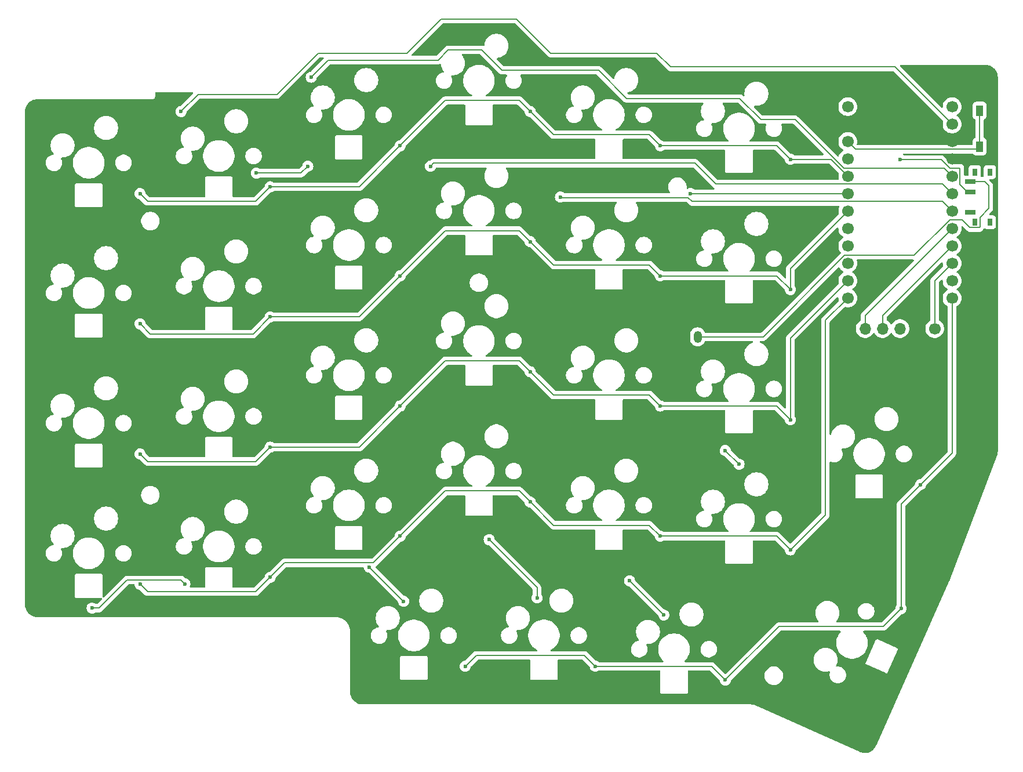
<source format=gbr>
%TF.GenerationSoftware,KiCad,Pcbnew,8.0.6*%
%TF.CreationDate,2024-12-27T20:41:03+01:00*%
%TF.ProjectId,left,6c656674-2e6b-4696-9361-645f70636258,0.1*%
%TF.SameCoordinates,Original*%
%TF.FileFunction,Copper,L1,Top*%
%TF.FilePolarity,Positive*%
%FSLAX46Y46*%
G04 Gerber Fmt 4.6, Leading zero omitted, Abs format (unit mm)*
G04 Created by KiCad (PCBNEW 8.0.6) date 2024-12-27 20:41:03*
%MOMM*%
%LPD*%
G01*
G04 APERTURE LIST*
G04 Aperture macros list*
%AMRoundRect*
0 Rectangle with rounded corners*
0 $1 Rounding radius*
0 $2 $3 $4 $5 $6 $7 $8 $9 X,Y pos of 4 corners*
0 Add a 4 corners polygon primitive as box body*
4,1,4,$2,$3,$4,$5,$6,$7,$8,$9,$2,$3,0*
0 Add four circle primitives for the rounded corners*
1,1,$1+$1,$2,$3*
1,1,$1+$1,$4,$5*
1,1,$1+$1,$6,$7*
1,1,$1+$1,$8,$9*
0 Add four rect primitives between the rounded corners*
20,1,$1+$1,$2,$3,$4,$5,0*
20,1,$1+$1,$4,$5,$6,$7,0*
20,1,$1+$1,$6,$7,$8,$9,0*
20,1,$1+$1,$8,$9,$2,$3,0*%
G04 Aperture macros list end*
%TA.AperFunction,SMDPad,CuDef*%
%ADD10R,0.800000X1.000000*%
%TD*%
%TA.AperFunction,SMDPad,CuDef*%
%ADD11R,1.500000X0.700000*%
%TD*%
%TA.AperFunction,ComponentPad*%
%ADD12C,1.700000*%
%TD*%
%TA.AperFunction,ComponentPad*%
%ADD13O,1.700000X1.700000*%
%TD*%
%TA.AperFunction,SMDPad,CuDef*%
%ADD14R,1.000000X1.550000*%
%TD*%
%TA.AperFunction,ComponentPad*%
%ADD15RoundRect,0.240000X0.360000X0.635000X-0.360000X0.635000X-0.360000X-0.635000X0.360000X-0.635000X0*%
%TD*%
%TA.AperFunction,ComponentPad*%
%ADD16O,1.200000X1.750000*%
%TD*%
%TA.AperFunction,ViaPad*%
%ADD17C,0.600000*%
%TD*%
%TA.AperFunction,Conductor*%
%ADD18C,0.200000*%
%TD*%
G04 APERTURE END LIST*
D10*
%TO.P,PWR1,*%
%TO.N,*%
X277415000Y-114350000D03*
X277415000Y-121650000D03*
X279625000Y-114350000D03*
X279625000Y-121650000D03*
D11*
%TO.P,PWR1,1*%
%TO.N,N/C*%
X276765000Y-120250000D03*
%TO.P,PWR1,2*%
%TO.N,RAW*%
X276765000Y-117250000D03*
%TO.P,PWR1,3*%
%TO.N,pos*%
X276765000Y-115750000D03*
%TD*%
D12*
%TO.P,MCU1,1*%
%TO.N,P1*%
X274120000Y-104800000D03*
%TO.P,MCU1,2*%
%TO.N,P0*%
X274120000Y-107340000D03*
%TO.P,MCU1,3*%
%TO.N,GND*%
X274120000Y-109880000D03*
%TO.P,MCU1,4*%
X274120000Y-112420000D03*
%TO.P,MCU1,5*%
%TO.N,P2*%
X274120000Y-114960000D03*
%TO.P,MCU1,6*%
%TO.N,P3*%
X274120000Y-117500000D03*
%TO.P,MCU1,7*%
%TO.N,P4*%
X274120000Y-120040000D03*
%TO.P,MCU1,8*%
%TO.N,P5*%
X274120000Y-122580000D03*
%TO.P,MCU1,9*%
%TO.N,P6*%
X274120000Y-125120000D03*
%TO.P,MCU1,10*%
%TO.N,P7*%
X274120000Y-127660000D03*
%TO.P,MCU1,11*%
%TO.N,P8*%
X274120000Y-130200000D03*
%TO.P,MCU1,12*%
%TO.N,P9*%
X274120000Y-132740000D03*
%TO.P,MCU1,13*%
%TO.N,P10*%
X258880000Y-132740000D03*
%TO.P,MCU1,14*%
%TO.N,P16*%
X258880000Y-130200000D03*
%TO.P,MCU1,15*%
%TO.N,P14*%
X258880000Y-127660000D03*
%TO.P,MCU1,16*%
%TO.N,LED_0*%
X258880000Y-125120000D03*
%TO.P,MCU1,17*%
%TO.N,P18*%
X258880000Y-122580000D03*
%TO.P,MCU1,18*%
%TO.N,P19*%
X258880000Y-120040000D03*
%TO.P,MCU1,19*%
%TO.N,P20*%
X258880000Y-117500000D03*
%TO.P,MCU1,20*%
%TO.N,P21*%
X258880000Y-114960000D03*
%TO.P,MCU1,21*%
%TO.N,VCC*%
X258880000Y-112420000D03*
%TO.P,MCU1,22*%
%TO.N,RST*%
X258880000Y-109880000D03*
%TO.P,MCU1,23*%
%TO.N,GND*%
X258880000Y-107340000D03*
%TO.P,MCU1,24*%
%TO.N,RAW*%
X258880000Y-104800000D03*
%TD*%
D13*
%TO.P,DISP1,1*%
%TO.N,P5*%
X261420000Y-137200000D03*
%TO.P,DISP1,2*%
%TO.N,P6*%
X263960000Y-137200000D03*
%TO.P,DISP1,3*%
%TO.N,VCC*%
X266500000Y-137200000D03*
%TO.P,DISP1,4*%
%TO.N,GND*%
X269040000Y-137200000D03*
D12*
%TO.P,DISP1,5*%
%TO.N,P7*%
X271580000Y-137200000D03*
%TD*%
D14*
%TO.P,RST1,1*%
%TO.N,GND*%
X279850000Y-110625000D03*
%TO.P,RST1,2*%
%TO.N,RST*%
X278150000Y-110625000D03*
%TO.P,RST1,3*%
%TO.N,GND*%
X279850000Y-105375000D03*
%TO.P,RST1,4*%
%TO.N,RST*%
X278150000Y-105375000D03*
%TD*%
D15*
%TO.P,JST1,1*%
%TO.N,GND*%
X234950000Y-138400000D03*
D16*
%TO.P,JST1,2*%
%TO.N,pos*%
X236950000Y-138400000D03*
%TD*%
D17*
%TO.N,GND*%
X181500000Y-148050000D03*
X219500000Y-129050000D03*
X219500000Y-167050000D03*
X266309138Y-181205760D03*
X229000000Y-188050000D03*
X171500000Y-117450000D03*
X143500000Y-117050000D03*
X143500000Y-155050000D03*
X209500000Y-125450000D03*
X171500000Y-136450000D03*
X247500000Y-113450000D03*
X171500000Y-155450000D03*
X247500000Y-170450000D03*
X171500000Y-174450000D03*
X181500000Y-129050000D03*
X143500000Y-174050000D03*
X257500000Y-159550000D03*
X143500000Y-136050000D03*
X181500000Y-110050000D03*
X181500000Y-167050000D03*
X209500000Y-106450000D03*
X209500000Y-144450000D03*
X219500000Y-110050000D03*
X191000000Y-186050000D03*
X219000000Y-187450000D03*
X247500000Y-151450000D03*
X247500000Y-132450000D03*
X219500000Y-148050000D03*
X209500000Y-163450000D03*
%TO.N,P0*%
X161500000Y-105500000D03*
%TO.N,P2*%
X180500000Y-100500000D03*
%TO.N,P3*%
X197915000Y-113500000D03*
%TO.N,P4*%
X216915000Y-118000000D03*
%TO.N,P20*%
X235915000Y-117500000D03*
%TO.N,LED_25*%
X162050000Y-174450000D03*
X148500000Y-178000000D03*
%TO.N,LED_17*%
X189000000Y-172000000D03*
X194000000Y-177000000D03*
%TO.N,LED_21*%
X180000000Y-113500000D03*
X172500000Y-114500000D03*
%TO.N,LED_7*%
X227000000Y-174000000D03*
X232000000Y-179000000D03*
%TO.N,LED_15*%
X213500000Y-176500000D03*
X206500000Y-168000000D03*
%TO.N,LED_3*%
X243000000Y-157000000D03*
X241000000Y-155000000D03*
%TO.N,RAW*%
X266500000Y-112500000D03*
%TO.N,P21*%
X155500000Y-117500000D03*
X193500000Y-110500000D03*
X212500000Y-105500000D03*
X174500000Y-116500000D03*
X250500000Y-112500000D03*
X231500000Y-110500000D03*
%TO.N,P19*%
X155500000Y-136500000D03*
X250500000Y-131500000D03*
X174500000Y-135500000D03*
X212500000Y-124500000D03*
X193500000Y-129500000D03*
X231500000Y-129500000D03*
%TO.N,P16*%
X193500000Y-148500000D03*
X250500000Y-150500000D03*
X174500000Y-154500000D03*
X212500000Y-143500000D03*
X231500000Y-148500000D03*
X155500000Y-155500000D03*
%TO.N,P10*%
X193500000Y-167500000D03*
X174500000Y-173500000D03*
X231500000Y-167500000D03*
X155500000Y-174500000D03*
X250500000Y-169500000D03*
X212500000Y-162500000D03*
%TO.N,P9*%
X203000000Y-186500000D03*
X269500000Y-160000000D03*
X222000000Y-186500000D03*
X266661479Y-178078724D03*
X241000000Y-188500000D03*
%TD*%
D18*
%TO.N,P0*%
X199500000Y-92000000D02*
X210500000Y-92000000D01*
X210500000Y-92000000D02*
X215500000Y-97000000D01*
X233000000Y-99000000D02*
X265780000Y-99000000D01*
X215500000Y-97000000D02*
X231000000Y-97000000D01*
X161500000Y-105500000D02*
X164000000Y-103000000D01*
X175500000Y-103000000D02*
X181500000Y-97000000D01*
X181500000Y-97000000D02*
X194500000Y-97000000D01*
X231000000Y-97000000D02*
X233000000Y-99000000D01*
X194500000Y-97000000D02*
X199500000Y-92000000D01*
X265780000Y-99000000D02*
X274120000Y-107340000D01*
X164000000Y-103000000D02*
X175500000Y-103000000D01*
%TO.N,P2*%
X199028048Y-98000000D02*
X200528048Y-96500000D01*
X251196000Y-106696000D02*
X258310000Y-113810000D01*
X208396048Y-99500000D02*
X222498048Y-99500000D01*
X222498048Y-99500000D02*
X226604048Y-103606000D01*
X205396048Y-96500000D02*
X208396048Y-99500000D01*
X183000000Y-98000000D02*
X199028048Y-98000000D01*
X243106000Y-103606000D02*
X246196000Y-106696000D01*
X200528048Y-96500000D02*
X205396048Y-96500000D01*
X246196000Y-106696000D02*
X251196000Y-106696000D01*
X258310000Y-113810000D02*
X272970000Y-113810000D01*
X226604048Y-103606000D02*
X243106000Y-103606000D01*
X272970000Y-113810000D02*
X274120000Y-114960000D01*
X180500000Y-100500000D02*
X183000000Y-98000000D01*
%TO.N,P3*%
X236566000Y-113066000D02*
X239610000Y-116110000D01*
X239610000Y-116110000D02*
X272730000Y-116110000D01*
X272730000Y-116110000D02*
X274120000Y-117500000D01*
X197915000Y-113500000D02*
X198349000Y-113066000D01*
X198349000Y-113066000D02*
X236566000Y-113066000D01*
%TO.N,P4*%
X235566000Y-118066000D02*
X236150000Y-118650000D01*
X272730000Y-118650000D02*
X274120000Y-120040000D01*
X236150000Y-118650000D02*
X272730000Y-118650000D01*
X216915000Y-118000000D02*
X216981000Y-118066000D01*
X216981000Y-118066000D02*
X235566000Y-118066000D01*
%TO.N,P20*%
X235915000Y-117500000D02*
X258880000Y-117500000D01*
%TO.N,LED_25*%
X153600000Y-173900000D02*
X149500000Y-178000000D01*
X149500000Y-178000000D02*
X148500000Y-178000000D01*
X161500000Y-173900000D02*
X153600000Y-173900000D01*
X162050000Y-174450000D02*
X161500000Y-173900000D01*
%TO.N,LED_17*%
X194000000Y-177000000D02*
X189000000Y-172000000D01*
%TO.N,LED_21*%
X180000000Y-113500000D02*
X179000000Y-114500000D01*
X179000000Y-114500000D02*
X172500000Y-114500000D01*
%TO.N,LED_7*%
X232000000Y-179000000D02*
X227000000Y-174000000D01*
%TO.N,LED_15*%
X206500000Y-168000000D02*
X213500000Y-175000000D01*
X213500000Y-175000000D02*
X213500000Y-176500000D01*
%TO.N,LED_3*%
X241000000Y-155000000D02*
X243000000Y-157000000D01*
%TO.N,RAW*%
X272500000Y-112500000D02*
X266500000Y-112500000D01*
X276365000Y-117250000D02*
X275270000Y-116155000D01*
X275270000Y-113770000D02*
X273770000Y-113770000D01*
X275270000Y-116155000D02*
X275270000Y-113770000D01*
X273770000Y-113770000D02*
X272500000Y-112500000D01*
X276765000Y-117250000D02*
X276365000Y-117250000D01*
%TO.N,RST*%
X278150000Y-110625000D02*
X277745000Y-111030000D01*
X277745000Y-111030000D02*
X260030000Y-111030000D01*
X278150000Y-105375000D02*
X278150000Y-110625000D01*
X260030000Y-111030000D02*
X258880000Y-109880000D01*
%TO.N,P21*%
X210900000Y-103900000D02*
X212500000Y-105500000D01*
X229900000Y-108900000D02*
X231500000Y-110500000D01*
X187500000Y-116500000D02*
X193500000Y-110500000D01*
X155500000Y-117500000D02*
X156600000Y-118600000D01*
X215900000Y-108900000D02*
X229900000Y-108900000D01*
X248500000Y-110500000D02*
X250500000Y-112500000D01*
X212500000Y-105500000D02*
X215900000Y-108900000D01*
X231500000Y-110500000D02*
X248500000Y-110500000D01*
X172400000Y-118600000D02*
X174500000Y-116500000D01*
X200100000Y-103900000D02*
X210900000Y-103900000D01*
X174500000Y-116500000D02*
X187500000Y-116500000D01*
X193500000Y-110500000D02*
X200100000Y-103900000D01*
X256420000Y-112500000D02*
X258880000Y-114960000D01*
X250500000Y-112500000D02*
X256420000Y-112500000D01*
X156600000Y-118600000D02*
X172400000Y-118600000D01*
%TO.N,P19*%
X157000000Y-138000000D02*
X172000000Y-138000000D01*
X231500000Y-129500000D02*
X248500000Y-129500000D01*
X200100000Y-122900000D02*
X210900000Y-122900000D01*
X229900000Y-127900000D02*
X231500000Y-129500000D01*
X187500000Y-135500000D02*
X193500000Y-129500000D01*
X250500000Y-128420000D02*
X258880000Y-120040000D01*
X250500000Y-131500000D02*
X250500000Y-128420000D01*
X172000000Y-138000000D02*
X174500000Y-135500000D01*
X212500000Y-124500000D02*
X215900000Y-127900000D01*
X193500000Y-129500000D02*
X200100000Y-122900000D01*
X248500000Y-129500000D02*
X250500000Y-131500000D01*
X210900000Y-122900000D02*
X212500000Y-124500000D01*
X174500000Y-135500000D02*
X187500000Y-135500000D01*
X155500000Y-136500000D02*
X157000000Y-138000000D01*
X215900000Y-127900000D02*
X229900000Y-127900000D01*
%TO.N,P16*%
X248500000Y-148500000D02*
X250500000Y-150500000D01*
X212500000Y-143500000D02*
X215900000Y-146900000D01*
X155500000Y-155500000D02*
X156600000Y-156600000D01*
X172400000Y-156600000D02*
X174500000Y-154500000D01*
X187500000Y-154500000D02*
X193500000Y-148500000D01*
X231500000Y-148500000D02*
X248500000Y-148500000D01*
X250500000Y-150500000D02*
X250500000Y-138580000D01*
X193500000Y-148500000D02*
X200100000Y-141900000D01*
X156600000Y-156600000D02*
X172400000Y-156600000D01*
X229900000Y-146900000D02*
X231500000Y-148500000D01*
X174500000Y-154500000D02*
X187500000Y-154500000D01*
X200100000Y-141900000D02*
X210900000Y-141900000D01*
X210900000Y-141900000D02*
X212500000Y-143500000D01*
X215900000Y-146900000D02*
X229900000Y-146900000D01*
X250500000Y-138580000D02*
X258880000Y-130200000D01*
%TO.N,P10*%
X156600000Y-175600000D02*
X172400000Y-175600000D01*
X155500000Y-174500000D02*
X156600000Y-175600000D01*
X229900000Y-165900000D02*
X231500000Y-167500000D01*
X174500000Y-173500000D02*
X176600000Y-171400000D01*
X248500000Y-167500000D02*
X250500000Y-169500000D01*
X210900000Y-160900000D02*
X212500000Y-162500000D01*
X200100000Y-160900000D02*
X210900000Y-160900000D01*
X231500000Y-167500000D02*
X248500000Y-167500000D01*
X189600000Y-171400000D02*
X193500000Y-167500000D01*
X193500000Y-167500000D02*
X200100000Y-160900000D01*
X215900000Y-165900000D02*
X229900000Y-165900000D01*
X255616000Y-136004000D02*
X258880000Y-132740000D01*
X250500000Y-169500000D02*
X255616000Y-164384000D01*
X172400000Y-175600000D02*
X174500000Y-173500000D01*
X255616000Y-164384000D02*
X255616000Y-136004000D01*
X212500000Y-162500000D02*
X215900000Y-165900000D01*
X176600000Y-171400000D02*
X189600000Y-171400000D01*
%TO.N,P5*%
X261420000Y-137200000D02*
X261420000Y-135280000D01*
X261420000Y-135280000D02*
X274120000Y-122580000D01*
%TO.N,P6*%
X263960000Y-135280000D02*
X274120000Y-125120000D01*
X263960000Y-137200000D02*
X263960000Y-135280000D01*
%TO.N,P7*%
X271580000Y-137200000D02*
X271580000Y-130200000D01*
X271580000Y-130200000D02*
X274120000Y-127660000D01*
%TO.N,P9*%
X269500000Y-160000000D02*
X274120000Y-155380000D01*
X264044203Y-180696000D02*
X266661479Y-178078724D01*
X220400000Y-184900000D02*
X222000000Y-186500000D01*
X239000000Y-186500000D02*
X241000000Y-188500000D01*
X266661479Y-162838521D02*
X269500000Y-160000000D01*
X241000000Y-188500000D02*
X248804000Y-180696000D01*
X222000000Y-186500000D02*
X239000000Y-186500000D01*
X248804000Y-180696000D02*
X264044203Y-180696000D01*
X274120000Y-155380000D02*
X274120000Y-132740000D01*
X204600000Y-184900000D02*
X220400000Y-184900000D01*
X266661479Y-178078724D02*
X266661479Y-162838521D01*
X203000000Y-186500000D02*
X204600000Y-184900000D01*
%TO.N,pos*%
X275550000Y-121285000D02*
X276715000Y-122450000D01*
X279500000Y-119662028D02*
X279500000Y-116337972D01*
X278858028Y-115696000D02*
X276819000Y-115696000D01*
X278191972Y-122373028D02*
X278191972Y-120970056D01*
X276819000Y-115696000D02*
X276765000Y-115750000D01*
X258413654Y-126500000D02*
X268573654Y-126500000D01*
X279500000Y-116337972D02*
X278858028Y-115696000D01*
X246513654Y-138400000D02*
X258413654Y-126500000D01*
X236950000Y-138400000D02*
X246513654Y-138400000D01*
X278115000Y-122450000D02*
X278191972Y-122373028D01*
X278191972Y-120970056D02*
X279500000Y-119662028D01*
X273788654Y-121285000D02*
X275550000Y-121285000D01*
X268573654Y-126500000D02*
X273788654Y-121285000D01*
X276715000Y-122450000D02*
X278115000Y-122450000D01*
%TD*%
%TA.AperFunction,Conductor*%
%TO.N,GND*%
G36*
X210263628Y-92628185D02*
G01*
X210284270Y-92644819D01*
X215126373Y-97486922D01*
X215126374Y-97486923D01*
X215126376Y-97486924D01*
X215143728Y-97496942D01*
X215265128Y-97567032D01*
X215419889Y-97608500D01*
X215419890Y-97608500D01*
X215580110Y-97608500D01*
X230696589Y-97608500D01*
X230763628Y-97628185D01*
X230784270Y-97644819D01*
X232626372Y-99486921D01*
X232765127Y-99567032D01*
X232842508Y-99587766D01*
X232919889Y-99608500D01*
X232919890Y-99608500D01*
X233080110Y-99608500D01*
X265476589Y-99608500D01*
X265543628Y-99628185D01*
X265564270Y-99644819D01*
X272778080Y-106858629D01*
X272811565Y-106919952D01*
X272810605Y-106976750D01*
X272775435Y-107115635D01*
X272756844Y-107339994D01*
X272756844Y-107340005D01*
X272775434Y-107564359D01*
X272775436Y-107564371D01*
X272830703Y-107782614D01*
X272921140Y-107988792D01*
X273044276Y-108177265D01*
X273044284Y-108177276D01*
X273187611Y-108332968D01*
X273196760Y-108342906D01*
X273374424Y-108481189D01*
X273374425Y-108481189D01*
X273374427Y-108481191D01*
X273403529Y-108496940D01*
X273572426Y-108588342D01*
X273785365Y-108661444D01*
X274007431Y-108698500D01*
X274232569Y-108698500D01*
X274454635Y-108661444D01*
X274667574Y-108588342D01*
X274865576Y-108481189D01*
X275043240Y-108342906D01*
X275142614Y-108234957D01*
X275195715Y-108177276D01*
X275195716Y-108177274D01*
X275195722Y-108177268D01*
X275318860Y-107988791D01*
X275409296Y-107782616D01*
X275464564Y-107564368D01*
X275465800Y-107549450D01*
X275483156Y-107340005D01*
X275483156Y-107339994D01*
X275464565Y-107115640D01*
X275464563Y-107115628D01*
X275442925Y-107030181D01*
X275409296Y-106897384D01*
X275318860Y-106691209D01*
X275293285Y-106652064D01*
X275195723Y-106502734D01*
X275195715Y-106502723D01*
X275043243Y-106337097D01*
X275043238Y-106337092D01*
X274865577Y-106198812D01*
X274865578Y-106198812D01*
X274865576Y-106198811D01*
X274829070Y-106179055D01*
X274779479Y-106129836D01*
X274764371Y-106061619D01*
X274788541Y-105996064D01*
X274829070Y-105960945D01*
X274829084Y-105960936D01*
X274865576Y-105941189D01*
X275043240Y-105802906D01*
X275195722Y-105637268D01*
X275318860Y-105448791D01*
X275409296Y-105242616D01*
X275464564Y-105024368D01*
X275467187Y-104992718D01*
X275483156Y-104800005D01*
X275483156Y-104799994D01*
X275464565Y-104575640D01*
X275464563Y-104575628D01*
X275450402Y-104519706D01*
X275409296Y-104357384D01*
X275318860Y-104151209D01*
X275317489Y-104149111D01*
X275257291Y-104056970D01*
X275195722Y-103962732D01*
X275195719Y-103962729D01*
X275195715Y-103962723D01*
X275043243Y-103797097D01*
X275043238Y-103797092D01*
X274879693Y-103669799D01*
X274865576Y-103658811D01*
X274865575Y-103658810D01*
X274865572Y-103658808D01*
X274667580Y-103551661D01*
X274667577Y-103551659D01*
X274667574Y-103551658D01*
X274667571Y-103551657D01*
X274667569Y-103551656D01*
X274454637Y-103478556D01*
X274232569Y-103441500D01*
X274007431Y-103441500D01*
X273785362Y-103478556D01*
X273572430Y-103551656D01*
X273572419Y-103551661D01*
X273374427Y-103658808D01*
X273374422Y-103658812D01*
X273196761Y-103797092D01*
X273196756Y-103797097D01*
X273044284Y-103962723D01*
X273044276Y-103962734D01*
X272921140Y-104151207D01*
X272830703Y-104357385D01*
X272775436Y-104575628D01*
X272775434Y-104575640D01*
X272756844Y-104799994D01*
X272756844Y-104799999D01*
X272757487Y-104807763D01*
X272743403Y-104876199D01*
X272694556Y-104926156D01*
X272626455Y-104941775D01*
X272560720Y-104918095D01*
X272546229Y-104905680D01*
X266552730Y-98912181D01*
X266519245Y-98850858D01*
X266524229Y-98781166D01*
X266566101Y-98725233D01*
X266631565Y-98700816D01*
X266640411Y-98700500D01*
X278960118Y-98700500D01*
X278995933Y-98700500D01*
X279004043Y-98700765D01*
X279226790Y-98715364D01*
X279242848Y-98717479D01*
X279428875Y-98754482D01*
X279457771Y-98760230D01*
X279473438Y-98764428D01*
X279626569Y-98816409D01*
X279680944Y-98834867D01*
X279695921Y-98841070D01*
X279840226Y-98912233D01*
X279892460Y-98937992D01*
X279906508Y-98946102D01*
X280088712Y-99067848D01*
X280101573Y-99077716D01*
X280201671Y-99165500D01*
X280266328Y-99222202D01*
X280277797Y-99233671D01*
X280296545Y-99255049D01*
X280388160Y-99359517D01*
X280422280Y-99398423D01*
X280432154Y-99411291D01*
X280553897Y-99593492D01*
X280562007Y-99607539D01*
X280658926Y-99804071D01*
X280665133Y-99819057D01*
X280735571Y-100026561D01*
X280739769Y-100042228D01*
X280782518Y-100257140D01*
X280784636Y-100273221D01*
X280799235Y-100495956D01*
X280799500Y-100504066D01*
X280799500Y-155128267D01*
X280799272Y-155135784D01*
X280786732Y-155342265D01*
X280784913Y-155357185D01*
X280748167Y-155556917D01*
X280744557Y-155571506D01*
X280682828Y-155768803D01*
X280680365Y-155775911D01*
X273823909Y-173778509D01*
X273823897Y-173778536D01*
X273807091Y-173822671D01*
X273806682Y-173823729D01*
X273795284Y-173852857D01*
X273794434Y-173854973D01*
X273782727Y-173883342D01*
X273781838Y-173885440D01*
X273769394Y-173914090D01*
X273768937Y-173915129D01*
X273749731Y-173958260D01*
X273749719Y-173958293D01*
X263033847Y-198026537D01*
X263033845Y-198026541D01*
X263014641Y-198069673D01*
X263011101Y-198076972D01*
X262907177Y-198274504D01*
X262898702Y-198288334D01*
X262772235Y-198467284D01*
X262762028Y-198479890D01*
X262663526Y-198586451D01*
X262613285Y-198640802D01*
X262601518Y-198651967D01*
X262433038Y-198792090D01*
X262419916Y-198801624D01*
X262234598Y-198918551D01*
X262220344Y-198926291D01*
X262021337Y-199018034D01*
X262006193Y-199023847D01*
X261796918Y-199088827D01*
X261781147Y-199092613D01*
X261599100Y-199123893D01*
X261565181Y-199129721D01*
X261549050Y-199131416D01*
X261330096Y-199140015D01*
X261313882Y-199139591D01*
X261095664Y-199119536D01*
X261079643Y-199116998D01*
X260865919Y-199068633D01*
X260850367Y-199064026D01*
X260725707Y-199018034D01*
X260640652Y-198986653D01*
X260633159Y-198983607D01*
X260621283Y-198978320D01*
X260621283Y-198978318D01*
X260621277Y-198978317D01*
X260611125Y-198973797D01*
X260611123Y-198973796D01*
X260600715Y-198969162D01*
X260600714Y-198969161D01*
X245959871Y-192450639D01*
X245545176Y-192266005D01*
X245545150Y-192265989D01*
X245541872Y-192264530D01*
X245541827Y-192264492D01*
X245495162Y-192243718D01*
X245389826Y-192196825D01*
X245389820Y-192196823D01*
X245170507Y-192125570D01*
X244944936Y-192077620D01*
X244715605Y-192053505D01*
X244715598Y-192053504D01*
X244640177Y-192053499D01*
X244640175Y-192053499D01*
X244628732Y-192053498D01*
X244628731Y-192053497D01*
X244600299Y-192053496D01*
X244600298Y-192053495D01*
X244600296Y-192053495D01*
X244600276Y-192053495D01*
X244552825Y-192053491D01*
X244552799Y-192053492D01*
X188003932Y-192049635D01*
X187995822Y-192049369D01*
X187773121Y-192034758D01*
X187757040Y-192032640D01*
X187542135Y-191989879D01*
X187526468Y-191985680D01*
X187318980Y-191915232D01*
X187303996Y-191909024D01*
X187107486Y-191812103D01*
X187093440Y-191803993D01*
X186911254Y-191682246D01*
X186898386Y-191672371D01*
X186853853Y-191633313D01*
X186733644Y-191527881D01*
X186722186Y-191516421D01*
X186577718Y-191351670D01*
X186567845Y-191338802D01*
X186553312Y-191317050D01*
X186446115Y-191156602D01*
X186438015Y-191142573D01*
X186341102Y-190946031D01*
X186334897Y-190931048D01*
X186264472Y-190723555D01*
X186260275Y-190707888D01*
X186217533Y-190492972D01*
X186215419Y-190476915D01*
X186200765Y-190253208D01*
X186200500Y-190245100D01*
X186200501Y-190210260D01*
X186200500Y-190210257D01*
X186200500Y-185160116D01*
X193499500Y-185160116D01*
X193499500Y-188339883D01*
X193530024Y-188413574D01*
X193586426Y-188469976D01*
X193660118Y-188500500D01*
X193660120Y-188500500D01*
X197339880Y-188500500D01*
X197339882Y-188500500D01*
X197413574Y-188469976D01*
X197469976Y-188413574D01*
X197500500Y-188339882D01*
X197500500Y-185160118D01*
X197469976Y-185086426D01*
X197413574Y-185030024D01*
X197392836Y-185021434D01*
X197339883Y-184999500D01*
X197339882Y-184999500D01*
X193739882Y-184999500D01*
X193660118Y-184999500D01*
X193660116Y-184999500D01*
X193586425Y-185030024D01*
X193530024Y-185086425D01*
X193499500Y-185160116D01*
X186200500Y-185160116D01*
X186200500Y-181905199D01*
X189215500Y-181905199D01*
X189215500Y-182094800D01*
X189242246Y-182263671D01*
X189245158Y-182282055D01*
X189269722Y-182357653D01*
X189303747Y-182462372D01*
X189376420Y-182604999D01*
X189389819Y-182631296D01*
X189501259Y-182784679D01*
X189635321Y-182918741D01*
X189788704Y-183030181D01*
X189868515Y-183070846D01*
X189957627Y-183116252D01*
X189957629Y-183116252D01*
X189957632Y-183116254D01*
X190137945Y-183174842D01*
X190231574Y-183189671D01*
X190325200Y-183204500D01*
X190325204Y-183204500D01*
X190514800Y-183204500D01*
X190598022Y-183191318D01*
X190702055Y-183174842D01*
X190882368Y-183116254D01*
X191051296Y-183030181D01*
X191204679Y-182918741D01*
X191338741Y-182784679D01*
X191450181Y-182631296D01*
X191536254Y-182462368D01*
X191594842Y-182282055D01*
X191611318Y-182178022D01*
X191624500Y-182094800D01*
X191624500Y-181905199D01*
X191615592Y-181848954D01*
X193195500Y-181848954D01*
X193195500Y-182151045D01*
X193233124Y-182436839D01*
X193234930Y-182450550D01*
X193242092Y-182477278D01*
X193313117Y-182742347D01*
X193428719Y-183021434D01*
X193428723Y-183021444D01*
X193579766Y-183283058D01*
X193763665Y-183522721D01*
X193763671Y-183522728D01*
X193977271Y-183736328D01*
X193977278Y-183736334D01*
X194216941Y-183920233D01*
X194478555Y-184071276D01*
X194478556Y-184071276D01*
X194478559Y-184071278D01*
X194757653Y-184186883D01*
X195049450Y-184265070D01*
X195250209Y-184291500D01*
X195348954Y-184304500D01*
X195348955Y-184304500D01*
X195651046Y-184304500D01*
X195749791Y-184291500D01*
X195950550Y-184265070D01*
X196242347Y-184186883D01*
X196521441Y-184071278D01*
X196783059Y-183920233D01*
X197022723Y-183736333D01*
X197236333Y-183522723D01*
X197420233Y-183283059D01*
X197571278Y-183021441D01*
X197686883Y-182742347D01*
X197765070Y-182450550D01*
X197804500Y-182151045D01*
X197804500Y-181905199D01*
X199375500Y-181905199D01*
X199375500Y-182094800D01*
X199402246Y-182263671D01*
X199405158Y-182282055D01*
X199429722Y-182357653D01*
X199463747Y-182462372D01*
X199536420Y-182604999D01*
X199549819Y-182631296D01*
X199661259Y-182784679D01*
X199795321Y-182918741D01*
X199948704Y-183030181D01*
X200028515Y-183070846D01*
X200117627Y-183116252D01*
X200117629Y-183116252D01*
X200117632Y-183116254D01*
X200297945Y-183174842D01*
X200391574Y-183189671D01*
X200485200Y-183204500D01*
X200485204Y-183204500D01*
X200674800Y-183204500D01*
X200758022Y-183191318D01*
X200862055Y-183174842D01*
X201042368Y-183116254D01*
X201211296Y-183030181D01*
X201364679Y-182918741D01*
X201498741Y-182784679D01*
X201610181Y-182631296D01*
X201696254Y-182462368D01*
X201754842Y-182282055D01*
X201771318Y-182178022D01*
X201784500Y-182094800D01*
X201784500Y-181905199D01*
X208215500Y-181905199D01*
X208215500Y-182094800D01*
X208242246Y-182263671D01*
X208245158Y-182282055D01*
X208269722Y-182357653D01*
X208303747Y-182462372D01*
X208376420Y-182604999D01*
X208389819Y-182631296D01*
X208501259Y-182784679D01*
X208635321Y-182918741D01*
X208788704Y-183030181D01*
X208868515Y-183070846D01*
X208957627Y-183116252D01*
X208957629Y-183116252D01*
X208957632Y-183116254D01*
X209137945Y-183174842D01*
X209231574Y-183189671D01*
X209325200Y-183204500D01*
X209325204Y-183204500D01*
X209514800Y-183204500D01*
X209598022Y-183191318D01*
X209702055Y-183174842D01*
X209882368Y-183116254D01*
X210051296Y-183030181D01*
X210204679Y-182918741D01*
X210338741Y-182784679D01*
X210450181Y-182631296D01*
X210536254Y-182462368D01*
X210594842Y-182282055D01*
X210611318Y-182178022D01*
X210624500Y-182094800D01*
X210624500Y-181905199D01*
X210597532Y-181734930D01*
X210594842Y-181717945D01*
X210536254Y-181537632D01*
X210536252Y-181537629D01*
X210536252Y-181537627D01*
X210463475Y-181394795D01*
X210450579Y-181326126D01*
X210476855Y-181261385D01*
X210533962Y-181221128D01*
X210573960Y-181214500D01*
X210804989Y-181214500D01*
X210804996Y-181214500D01*
X211033020Y-181184480D01*
X211255176Y-181124954D01*
X211467661Y-181036940D01*
X211666840Y-180921944D01*
X211849305Y-180781934D01*
X212011934Y-180619305D01*
X212151944Y-180436840D01*
X212266940Y-180237661D01*
X212354954Y-180025176D01*
X212414480Y-179803020D01*
X212444500Y-179574996D01*
X212444500Y-179345004D01*
X212414480Y-179116980D01*
X212354954Y-178894824D01*
X212351456Y-178886380D01*
X212306480Y-178777797D01*
X212266940Y-178682339D01*
X212246528Y-178646985D01*
X212151944Y-178483160D01*
X212011935Y-178300696D01*
X212011929Y-178300689D01*
X211849310Y-178138070D01*
X211849303Y-178138064D01*
X211666839Y-177998055D01*
X211467664Y-177883061D01*
X211467654Y-177883057D01*
X211255185Y-177795049D01*
X211255178Y-177795047D01*
X211255176Y-177795046D01*
X211033020Y-177735520D01*
X211033014Y-177735519D01*
X211033009Y-177735518D01*
X210805005Y-177705501D01*
X210805002Y-177705500D01*
X210804996Y-177705500D01*
X210575004Y-177705500D01*
X210574998Y-177705500D01*
X210574994Y-177705501D01*
X210346990Y-177735518D01*
X210346983Y-177735519D01*
X210346980Y-177735520D01*
X210253025Y-177760695D01*
X210124824Y-177795046D01*
X210124814Y-177795049D01*
X209912345Y-177883057D01*
X209912335Y-177883061D01*
X209713160Y-177998055D01*
X209530696Y-178138064D01*
X209530689Y-178138070D01*
X209368070Y-178300689D01*
X209368064Y-178300696D01*
X209228055Y-178483160D01*
X209113061Y-178682335D01*
X209113057Y-178682345D01*
X209025049Y-178894814D01*
X209025046Y-178894824D01*
X208981755Y-179056392D01*
X208965521Y-179116977D01*
X208965518Y-179116990D01*
X208935501Y-179344994D01*
X208935500Y-179345010D01*
X208935500Y-179574989D01*
X208935501Y-179575005D01*
X208965518Y-179803009D01*
X208965519Y-179803014D01*
X208965520Y-179803020D01*
X209025046Y-180025175D01*
X209025049Y-180025185D01*
X209113057Y-180237654D01*
X209113061Y-180237664D01*
X209228055Y-180436839D01*
X209357088Y-180604999D01*
X209382282Y-180670168D01*
X209368243Y-180738613D01*
X209319429Y-180788602D01*
X209278110Y-180802958D01*
X209137950Y-180825157D01*
X209137948Y-180825157D01*
X209137945Y-180825158D01*
X209079501Y-180844148D01*
X208957627Y-180883747D01*
X208788703Y-180969819D01*
X208635319Y-181081260D01*
X208501260Y-181215319D01*
X208389819Y-181368703D01*
X208303747Y-181537627D01*
X208245157Y-181717949D01*
X208215500Y-181905199D01*
X201784500Y-181905199D01*
X201757532Y-181734930D01*
X201754842Y-181717945D01*
X201696254Y-181537632D01*
X201696252Y-181537629D01*
X201696252Y-181537627D01*
X201623475Y-181394795D01*
X201610181Y-181368704D01*
X201498741Y-181215321D01*
X201364679Y-181081259D01*
X201211296Y-180969819D01*
X201042372Y-180883747D01*
X200983905Y-180864750D01*
X200862055Y-180825158D01*
X200862051Y-180825157D01*
X200862050Y-180825157D01*
X200674800Y-180795500D01*
X200674796Y-180795500D01*
X200485204Y-180795500D01*
X200485200Y-180795500D01*
X200297949Y-180825157D01*
X200297946Y-180825157D01*
X200297945Y-180825158D01*
X200239519Y-180844142D01*
X200117627Y-180883747D01*
X199948703Y-180969819D01*
X199795319Y-181081260D01*
X199661260Y-181215319D01*
X199549819Y-181368703D01*
X199463747Y-181537627D01*
X199405157Y-181717949D01*
X199375500Y-181905199D01*
X197804500Y-181905199D01*
X197804500Y-181848955D01*
X197765070Y-181549450D01*
X197686883Y-181257653D01*
X197571278Y-180978559D01*
X197538591Y-180921944D01*
X197420233Y-180716941D01*
X197236334Y-180477278D01*
X197236328Y-180477271D01*
X197022728Y-180263671D01*
X197022721Y-180263665D01*
X196783058Y-180079766D01*
X196521444Y-179928723D01*
X196521434Y-179928719D01*
X196242347Y-179813117D01*
X196204624Y-179803009D01*
X195950550Y-179734930D01*
X195950549Y-179734929D01*
X195950546Y-179734929D01*
X195651046Y-179695500D01*
X195651045Y-179695500D01*
X195348955Y-179695500D01*
X195348954Y-179695500D01*
X195049453Y-179734929D01*
X194757652Y-179813117D01*
X194478565Y-179928719D01*
X194478555Y-179928723D01*
X194216941Y-180079766D01*
X193977278Y-180263665D01*
X193977271Y-180263671D01*
X193763671Y-180477271D01*
X193763665Y-180477278D01*
X193579766Y-180716941D01*
X193428723Y-180978555D01*
X193428719Y-180978565D01*
X193313117Y-181257652D01*
X193234929Y-181549453D01*
X193195500Y-181848954D01*
X191615592Y-181848954D01*
X191597532Y-181734930D01*
X191594842Y-181717945D01*
X191536254Y-181537632D01*
X191536252Y-181537629D01*
X191536252Y-181537627D01*
X191463475Y-181394795D01*
X191450579Y-181326126D01*
X191476855Y-181261385D01*
X191533962Y-181221128D01*
X191573960Y-181214500D01*
X191804989Y-181214500D01*
X191804996Y-181214500D01*
X192033020Y-181184480D01*
X192255176Y-181124954D01*
X192467661Y-181036940D01*
X192666840Y-180921944D01*
X192849305Y-180781934D01*
X193011934Y-180619305D01*
X193151944Y-180436840D01*
X193266940Y-180237661D01*
X193354954Y-180025176D01*
X193414480Y-179803020D01*
X193444500Y-179574996D01*
X193444500Y-179345004D01*
X193414480Y-179116980D01*
X193354954Y-178894824D01*
X193351456Y-178886380D01*
X193306480Y-178777797D01*
X193266940Y-178682339D01*
X193246528Y-178646985D01*
X193151944Y-178483160D01*
X193011935Y-178300696D01*
X193011929Y-178300689D01*
X192849310Y-178138070D01*
X192849303Y-178138064D01*
X192666839Y-177998055D01*
X192467664Y-177883061D01*
X192467654Y-177883057D01*
X192255185Y-177795049D01*
X192255178Y-177795047D01*
X192255176Y-177795046D01*
X192033020Y-177735520D01*
X192033014Y-177735519D01*
X192033009Y-177735518D01*
X191805005Y-177705501D01*
X191805002Y-177705500D01*
X191804996Y-177705500D01*
X191575004Y-177705500D01*
X191574998Y-177705500D01*
X191574994Y-177705501D01*
X191346990Y-177735518D01*
X191346983Y-177735519D01*
X191346980Y-177735520D01*
X191253025Y-177760695D01*
X191124824Y-177795046D01*
X191124814Y-177795049D01*
X190912345Y-177883057D01*
X190912335Y-177883061D01*
X190713160Y-177998055D01*
X190530696Y-178138064D01*
X190530689Y-178138070D01*
X190368070Y-178300689D01*
X190368064Y-178300696D01*
X190228055Y-178483160D01*
X190113061Y-178682335D01*
X190113057Y-178682345D01*
X190025049Y-178894814D01*
X190025046Y-178894824D01*
X189981755Y-179056392D01*
X189965521Y-179116977D01*
X189965518Y-179116990D01*
X189935501Y-179344994D01*
X189935500Y-179345010D01*
X189935500Y-179574989D01*
X189935501Y-179575005D01*
X189965518Y-179803009D01*
X189965519Y-179803014D01*
X189965520Y-179803020D01*
X190025046Y-180025175D01*
X190025049Y-180025185D01*
X190113057Y-180237654D01*
X190113061Y-180237664D01*
X190228055Y-180436839D01*
X190357088Y-180604999D01*
X190382282Y-180670168D01*
X190368243Y-180738613D01*
X190319429Y-180788602D01*
X190278110Y-180802958D01*
X190137950Y-180825157D01*
X190137948Y-180825157D01*
X190137945Y-180825158D01*
X190079501Y-180844148D01*
X189957627Y-180883747D01*
X189788703Y-180969819D01*
X189635319Y-181081260D01*
X189501260Y-181215319D01*
X189389819Y-181368703D01*
X189303747Y-181537627D01*
X189245157Y-181717949D01*
X189215500Y-181905199D01*
X186200500Y-181905199D01*
X186200500Y-181460118D01*
X186200500Y-181366894D01*
X186200108Y-181363667D01*
X186192924Y-181304499D01*
X186168412Y-181102624D01*
X186104703Y-180844148D01*
X186010303Y-180595236D01*
X185886589Y-180359517D01*
X185735363Y-180140430D01*
X185735358Y-180140424D01*
X185558833Y-179941168D01*
X185558831Y-179941166D01*
X185359575Y-179764641D01*
X185359572Y-179764639D01*
X185359570Y-179764637D01*
X185140483Y-179613411D01*
X184904764Y-179489697D01*
X184892843Y-179485176D01*
X184655857Y-179395298D01*
X184585392Y-179377930D01*
X184397376Y-179331588D01*
X184238814Y-179312335D01*
X184133108Y-179299500D01*
X184133106Y-179299500D01*
X184039882Y-179299500D01*
X140504067Y-179299500D01*
X140495957Y-179299235D01*
X140273221Y-179284636D01*
X140257140Y-179282518D01*
X140042228Y-179239769D01*
X140026561Y-179235571D01*
X139819057Y-179165133D01*
X139804071Y-179158926D01*
X139607539Y-179062007D01*
X139593492Y-179053897D01*
X139411291Y-178932154D01*
X139398423Y-178922280D01*
X139233671Y-178777797D01*
X139222202Y-178766328D01*
X139148546Y-178682339D01*
X139077716Y-178601573D01*
X139067845Y-178588708D01*
X139065337Y-178584955D01*
X138962963Y-178431741D01*
X138946102Y-178406507D01*
X138937992Y-178392460D01*
X138932806Y-178381944D01*
X138841070Y-178195921D01*
X138834866Y-178180942D01*
X138833573Y-178177134D01*
X138816409Y-178126569D01*
X138764428Y-177973438D01*
X138760230Y-177957771D01*
X138754482Y-177928875D01*
X138717479Y-177742848D01*
X138715364Y-177726790D01*
X138700765Y-177504043D01*
X138700500Y-177495933D01*
X138700500Y-169905199D01*
X141715500Y-169905199D01*
X141715500Y-170094800D01*
X141745157Y-170282050D01*
X141745158Y-170282055D01*
X141755413Y-170313616D01*
X141803747Y-170462372D01*
X141889819Y-170631296D01*
X142001259Y-170784679D01*
X142135321Y-170918741D01*
X142288704Y-171030181D01*
X142368515Y-171070846D01*
X142457627Y-171116252D01*
X142457629Y-171116252D01*
X142457632Y-171116254D01*
X142637945Y-171174842D01*
X142731574Y-171189671D01*
X142825200Y-171204500D01*
X142825204Y-171204500D01*
X143014800Y-171204500D01*
X143098022Y-171191318D01*
X143202055Y-171174842D01*
X143382368Y-171116254D01*
X143551296Y-171030181D01*
X143704679Y-170918741D01*
X143838741Y-170784679D01*
X143950181Y-170631296D01*
X144036254Y-170462368D01*
X144094842Y-170282055D01*
X144111822Y-170174842D01*
X144124500Y-170094800D01*
X144124500Y-169905199D01*
X144115591Y-169848954D01*
X145695500Y-169848954D01*
X145695500Y-170151045D01*
X145734929Y-170450546D01*
X145813117Y-170742347D01*
X145928719Y-171021434D01*
X145928723Y-171021444D01*
X146079766Y-171283058D01*
X146263665Y-171522721D01*
X146263671Y-171522728D01*
X146477271Y-171736328D01*
X146477278Y-171736334D01*
X146716941Y-171920233D01*
X146978555Y-172071276D01*
X146978556Y-172071276D01*
X146978559Y-172071278D01*
X147257653Y-172186883D01*
X147549450Y-172265070D01*
X147774078Y-172294642D01*
X147848954Y-172304500D01*
X147848955Y-172304500D01*
X148151046Y-172304500D01*
X148210946Y-172296614D01*
X148450550Y-172265070D01*
X148742347Y-172186883D01*
X149021441Y-172071278D01*
X149283059Y-171920233D01*
X149522723Y-171736333D01*
X149736333Y-171522723D01*
X149920233Y-171283059D01*
X150071278Y-171021441D01*
X150186883Y-170742347D01*
X150265070Y-170450550D01*
X150304500Y-170151045D01*
X150304500Y-169905199D01*
X151875500Y-169905199D01*
X151875500Y-170094800D01*
X151905157Y-170282050D01*
X151905158Y-170282055D01*
X151915413Y-170313616D01*
X151963747Y-170462372D01*
X152049819Y-170631296D01*
X152161259Y-170784679D01*
X152295321Y-170918741D01*
X152448704Y-171030181D01*
X152528515Y-171070846D01*
X152617627Y-171116252D01*
X152617629Y-171116252D01*
X152617632Y-171116254D01*
X152797945Y-171174842D01*
X152891574Y-171189671D01*
X152985200Y-171204500D01*
X152985204Y-171204500D01*
X153174800Y-171204500D01*
X153258022Y-171191318D01*
X153362055Y-171174842D01*
X153542368Y-171116254D01*
X153711296Y-171030181D01*
X153864679Y-170918741D01*
X153998741Y-170784679D01*
X154110181Y-170631296D01*
X154196254Y-170462368D01*
X154254842Y-170282055D01*
X154271822Y-170174842D01*
X154284500Y-170094800D01*
X154284500Y-169905199D01*
X154265411Y-169784679D01*
X154254842Y-169717945D01*
X154196254Y-169537632D01*
X154196252Y-169537629D01*
X154196252Y-169537627D01*
X154110180Y-169368703D01*
X154047226Y-169282055D01*
X153998741Y-169215321D01*
X153864679Y-169081259D01*
X153711296Y-168969819D01*
X153584473Y-168905199D01*
X160715500Y-168905199D01*
X160715500Y-169094800D01*
X160735508Y-169221128D01*
X160745158Y-169282055D01*
X160781790Y-169394795D01*
X160803747Y-169462372D01*
X160871838Y-169596007D01*
X160889819Y-169631296D01*
X161001259Y-169784679D01*
X161135321Y-169918741D01*
X161288704Y-170030181D01*
X161368515Y-170070846D01*
X161457627Y-170116252D01*
X161457629Y-170116252D01*
X161457632Y-170116254D01*
X161637945Y-170174842D01*
X161731574Y-170189671D01*
X161825200Y-170204500D01*
X161825204Y-170204500D01*
X162014800Y-170204500D01*
X162098022Y-170191318D01*
X162202055Y-170174842D01*
X162382368Y-170116254D01*
X162551296Y-170030181D01*
X162704679Y-169918741D01*
X162838741Y-169784679D01*
X162950181Y-169631296D01*
X163036254Y-169462368D01*
X163094842Y-169282055D01*
X163112562Y-169170175D01*
X163124500Y-169094800D01*
X163124500Y-168905199D01*
X163115592Y-168848954D01*
X164695500Y-168848954D01*
X164695500Y-169151045D01*
X164734929Y-169450546D01*
X164813117Y-169742347D01*
X164928719Y-170021434D01*
X164928723Y-170021444D01*
X165079766Y-170283058D01*
X165263665Y-170522721D01*
X165263671Y-170522728D01*
X165477271Y-170736328D01*
X165477278Y-170736334D01*
X165716941Y-170920233D01*
X165978555Y-171071276D01*
X165978556Y-171071276D01*
X165978559Y-171071278D01*
X166257653Y-171186883D01*
X166549450Y-171265070D01*
X166774078Y-171294642D01*
X166848954Y-171304500D01*
X166848955Y-171304500D01*
X167151046Y-171304500D01*
X167210946Y-171296614D01*
X167450550Y-171265070D01*
X167742347Y-171186883D01*
X168021441Y-171071278D01*
X168283059Y-170920233D01*
X168522723Y-170736333D01*
X168736333Y-170522723D01*
X168920233Y-170283059D01*
X169071278Y-170021441D01*
X169186883Y-169742347D01*
X169265070Y-169450550D01*
X169304500Y-169151045D01*
X169304500Y-168905199D01*
X170875500Y-168905199D01*
X170875500Y-169094800D01*
X170895508Y-169221128D01*
X170905158Y-169282055D01*
X170941790Y-169394795D01*
X170963747Y-169462372D01*
X171031838Y-169596007D01*
X171049819Y-169631296D01*
X171161259Y-169784679D01*
X171295321Y-169918741D01*
X171448704Y-170030181D01*
X171528515Y-170070846D01*
X171617627Y-170116252D01*
X171617629Y-170116252D01*
X171617632Y-170116254D01*
X171797945Y-170174842D01*
X171891574Y-170189671D01*
X171985200Y-170204500D01*
X171985204Y-170204500D01*
X172174800Y-170204500D01*
X172258022Y-170191318D01*
X172362055Y-170174842D01*
X172542368Y-170116254D01*
X172711296Y-170030181D01*
X172864679Y-169918741D01*
X172998741Y-169784679D01*
X173110181Y-169631296D01*
X173196254Y-169462368D01*
X173254842Y-169282055D01*
X173272562Y-169170175D01*
X173284500Y-169094800D01*
X173284500Y-168905199D01*
X173266764Y-168793218D01*
X173254842Y-168717945D01*
X173196254Y-168537632D01*
X173196252Y-168537629D01*
X173196252Y-168537627D01*
X173110180Y-168368703D01*
X172998741Y-168215321D01*
X172864679Y-168081259D01*
X172711296Y-167969819D01*
X172542372Y-167883747D01*
X172483905Y-167864750D01*
X172362055Y-167825158D01*
X172362051Y-167825157D01*
X172362050Y-167825157D01*
X172174800Y-167795500D01*
X172174796Y-167795500D01*
X171985204Y-167795500D01*
X171985200Y-167795500D01*
X171797949Y-167825157D01*
X171797946Y-167825157D01*
X171797945Y-167825158D01*
X171739482Y-167844153D01*
X171617627Y-167883747D01*
X171448703Y-167969819D01*
X171295319Y-168081260D01*
X171161260Y-168215319D01*
X171049819Y-168368703D01*
X170963747Y-168537627D01*
X170924153Y-168659482D01*
X170905485Y-168716941D01*
X170905157Y-168717949D01*
X170875500Y-168905199D01*
X169304500Y-168905199D01*
X169304500Y-168848955D01*
X169298444Y-168802958D01*
X169287120Y-168716941D01*
X169265070Y-168549450D01*
X169186883Y-168257653D01*
X169071278Y-167978559D01*
X169038591Y-167921944D01*
X168920233Y-167716941D01*
X168736334Y-167477278D01*
X168736328Y-167477271D01*
X168522728Y-167263671D01*
X168522721Y-167263665D01*
X168283058Y-167079766D01*
X168021444Y-166928723D01*
X168021434Y-166928719D01*
X167742347Y-166813117D01*
X167450546Y-166734929D01*
X167151046Y-166695500D01*
X167151045Y-166695500D01*
X166848955Y-166695500D01*
X166848954Y-166695500D01*
X166549453Y-166734929D01*
X166257652Y-166813117D01*
X165978565Y-166928719D01*
X165978555Y-166928723D01*
X165716941Y-167079766D01*
X165477278Y-167263665D01*
X165477271Y-167263671D01*
X165263671Y-167477271D01*
X165263665Y-167477278D01*
X165079766Y-167716941D01*
X164928723Y-167978555D01*
X164928719Y-167978565D01*
X164813117Y-168257652D01*
X164734929Y-168549453D01*
X164695500Y-168848954D01*
X163115592Y-168848954D01*
X163106764Y-168793218D01*
X163094842Y-168717945D01*
X163036254Y-168537632D01*
X163036252Y-168537629D01*
X163036252Y-168537627D01*
X162963475Y-168394795D01*
X162950579Y-168326126D01*
X162976855Y-168261385D01*
X163033962Y-168221128D01*
X163073960Y-168214500D01*
X163304989Y-168214500D01*
X163304996Y-168214500D01*
X163533020Y-168184480D01*
X163755176Y-168124954D01*
X163967661Y-168036940D01*
X164166840Y-167921944D01*
X164349305Y-167781934D01*
X164511934Y-167619305D01*
X164651944Y-167436840D01*
X164766940Y-167237661D01*
X164854954Y-167025176D01*
X164914480Y-166803020D01*
X164944500Y-166574996D01*
X164944500Y-166345004D01*
X164920159Y-166160116D01*
X183999500Y-166160116D01*
X183999500Y-169339883D01*
X184030024Y-169413574D01*
X184086426Y-169469976D01*
X184160118Y-169500500D01*
X184160120Y-169500500D01*
X187839880Y-169500500D01*
X187839882Y-169500500D01*
X187913574Y-169469976D01*
X187969976Y-169413574D01*
X188000500Y-169339882D01*
X188000500Y-166160118D01*
X187969976Y-166086426D01*
X187913574Y-166030024D01*
X187892836Y-166021434D01*
X187839883Y-165999500D01*
X187839882Y-165999500D01*
X184239882Y-165999500D01*
X184160118Y-165999500D01*
X184160116Y-165999500D01*
X184086425Y-166030024D01*
X184030024Y-166086425D01*
X183999500Y-166160116D01*
X164920159Y-166160116D01*
X164914480Y-166116980D01*
X164854954Y-165894824D01*
X164766940Y-165682339D01*
X164737470Y-165631296D01*
X164651944Y-165483160D01*
X164511935Y-165300696D01*
X164511929Y-165300689D01*
X164349310Y-165138070D01*
X164349303Y-165138064D01*
X164166839Y-164998055D01*
X163967664Y-164883061D01*
X163967654Y-164883057D01*
X163755185Y-164795049D01*
X163755178Y-164795047D01*
X163755176Y-164795046D01*
X163533020Y-164735520D01*
X163533014Y-164735519D01*
X163533009Y-164735518D01*
X163305005Y-164705501D01*
X163305002Y-164705500D01*
X163304996Y-164705500D01*
X163075004Y-164705500D01*
X163074998Y-164705500D01*
X163074994Y-164705501D01*
X162846990Y-164735518D01*
X162846983Y-164735519D01*
X162846980Y-164735520D01*
X162624824Y-164795046D01*
X162624814Y-164795049D01*
X162412345Y-164883057D01*
X162412335Y-164883061D01*
X162213160Y-164998055D01*
X162030696Y-165138064D01*
X162030689Y-165138070D01*
X161868070Y-165300689D01*
X161868064Y-165300696D01*
X161728055Y-165483160D01*
X161613061Y-165682335D01*
X161613057Y-165682345D01*
X161525049Y-165894814D01*
X161525046Y-165894824D01*
X161475616Y-166079303D01*
X161465521Y-166116977D01*
X161465518Y-166116990D01*
X161435501Y-166344994D01*
X161435500Y-166345010D01*
X161435500Y-166574989D01*
X161435501Y-166575005D01*
X161465518Y-166803009D01*
X161465519Y-166803014D01*
X161465520Y-166803020D01*
X161521805Y-167013080D01*
X161525046Y-167025175D01*
X161525049Y-167025185D01*
X161613057Y-167237654D01*
X161613061Y-167237664D01*
X161728055Y-167436839D01*
X161857088Y-167604999D01*
X161882282Y-167670168D01*
X161868243Y-167738613D01*
X161819429Y-167788602D01*
X161778110Y-167802958D01*
X161637950Y-167825157D01*
X161637948Y-167825157D01*
X161637945Y-167825158D01*
X161552211Y-167853015D01*
X161457627Y-167883747D01*
X161288703Y-167969819D01*
X161135319Y-168081260D01*
X161001260Y-168215319D01*
X160889819Y-168368703D01*
X160803747Y-168537627D01*
X160764153Y-168659482D01*
X160745485Y-168716941D01*
X160745157Y-168717949D01*
X160715500Y-168905199D01*
X153584473Y-168905199D01*
X153542372Y-168883747D01*
X153483905Y-168864750D01*
X153362055Y-168825158D01*
X153362051Y-168825157D01*
X153362050Y-168825157D01*
X153174800Y-168795500D01*
X153174796Y-168795500D01*
X152985204Y-168795500D01*
X152985200Y-168795500D01*
X152797949Y-168825157D01*
X152797946Y-168825157D01*
X152797945Y-168825158D01*
X152783462Y-168829864D01*
X152617627Y-168883747D01*
X152448703Y-168969819D01*
X152295319Y-169081260D01*
X152161260Y-169215319D01*
X152049819Y-169368703D01*
X151963747Y-169537627D01*
X151905157Y-169717949D01*
X151875500Y-169905199D01*
X150304500Y-169905199D01*
X150304500Y-169848955D01*
X150265070Y-169549450D01*
X150186883Y-169257653D01*
X150071278Y-168978559D01*
X150038591Y-168921944D01*
X149920233Y-168716941D01*
X149736334Y-168477278D01*
X149736328Y-168477271D01*
X149522728Y-168263671D01*
X149522721Y-168263665D01*
X149283058Y-168079766D01*
X149021444Y-167928723D01*
X149021434Y-167928719D01*
X148742347Y-167813117D01*
X148650856Y-167788602D01*
X148450550Y-167734930D01*
X148450549Y-167734929D01*
X148450546Y-167734929D01*
X148151046Y-167695500D01*
X148151045Y-167695500D01*
X147848955Y-167695500D01*
X147848954Y-167695500D01*
X147549453Y-167734929D01*
X147257652Y-167813117D01*
X146978565Y-167928719D01*
X146978555Y-167928723D01*
X146716941Y-168079766D01*
X146477278Y-168263665D01*
X146477271Y-168263671D01*
X146263671Y-168477271D01*
X146263665Y-168477278D01*
X146079766Y-168716941D01*
X145928723Y-168978555D01*
X145928719Y-168978565D01*
X145813117Y-169257652D01*
X145734929Y-169549453D01*
X145695500Y-169848954D01*
X144115591Y-169848954D01*
X144105411Y-169784679D01*
X144094842Y-169717945D01*
X144036254Y-169537632D01*
X144036252Y-169537629D01*
X144036252Y-169537627D01*
X143963475Y-169394795D01*
X143950579Y-169326126D01*
X143976855Y-169261385D01*
X144033962Y-169221128D01*
X144073960Y-169214500D01*
X144304989Y-169214500D01*
X144304996Y-169214500D01*
X144533020Y-169184480D01*
X144755176Y-169124954D01*
X144967661Y-169036940D01*
X145166840Y-168921944D01*
X145349305Y-168781934D01*
X145511934Y-168619305D01*
X145651944Y-168436840D01*
X145766940Y-168237661D01*
X145854954Y-168025176D01*
X145914480Y-167803020D01*
X145944500Y-167574996D01*
X145944500Y-167345004D01*
X145914480Y-167116980D01*
X145854954Y-166894824D01*
X145766940Y-166682339D01*
X145738165Y-166632500D01*
X145651944Y-166483160D01*
X145511935Y-166300696D01*
X145511929Y-166300689D01*
X145349310Y-166138070D01*
X145349303Y-166138064D01*
X145166839Y-165998055D01*
X144967664Y-165883061D01*
X144967654Y-165883057D01*
X144755185Y-165795049D01*
X144755178Y-165795047D01*
X144755176Y-165795046D01*
X144533020Y-165735520D01*
X144533014Y-165735519D01*
X144533009Y-165735518D01*
X144305005Y-165705501D01*
X144305002Y-165705500D01*
X144304996Y-165705500D01*
X144075004Y-165705500D01*
X144074998Y-165705500D01*
X144074994Y-165705501D01*
X143846990Y-165735518D01*
X143846983Y-165735519D01*
X143846980Y-165735520D01*
X143663515Y-165784679D01*
X143624824Y-165795046D01*
X143624814Y-165795049D01*
X143412345Y-165883057D01*
X143412335Y-165883061D01*
X143213160Y-165998055D01*
X143030696Y-166138064D01*
X143030689Y-166138070D01*
X142868070Y-166300689D01*
X142868064Y-166300696D01*
X142728055Y-166483160D01*
X142613061Y-166682335D01*
X142613057Y-166682345D01*
X142525049Y-166894814D01*
X142525046Y-166894823D01*
X142525046Y-166894824D01*
X142475492Y-167079766D01*
X142465521Y-167116977D01*
X142465518Y-167116990D01*
X142435501Y-167344994D01*
X142435500Y-167345010D01*
X142435500Y-167574989D01*
X142435501Y-167575005D01*
X142465518Y-167803009D01*
X142465519Y-167803014D01*
X142465520Y-167803020D01*
X142512349Y-167977788D01*
X142525046Y-168025175D01*
X142525049Y-168025185D01*
X142613057Y-168237654D01*
X142613061Y-168237664D01*
X142728055Y-168436839D01*
X142857088Y-168604999D01*
X142882282Y-168670168D01*
X142868243Y-168738613D01*
X142819429Y-168788602D01*
X142778110Y-168802958D01*
X142637950Y-168825157D01*
X142637948Y-168825157D01*
X142637945Y-168825158D01*
X142547788Y-168854452D01*
X142457627Y-168883747D01*
X142288703Y-168969819D01*
X142135319Y-169081260D01*
X142001260Y-169215319D01*
X141889819Y-169368703D01*
X141803747Y-169537627D01*
X141745157Y-169717949D01*
X141715500Y-169905199D01*
X138700500Y-169905199D01*
X138700500Y-164805010D01*
X148785500Y-164805010D01*
X148785500Y-165034989D01*
X148785501Y-165035005D01*
X148815518Y-165263009D01*
X148815519Y-165263014D01*
X148815520Y-165263020D01*
X148855727Y-165413076D01*
X148875046Y-165485175D01*
X148875049Y-165485185D01*
X148963057Y-165697654D01*
X148963061Y-165697664D01*
X149078055Y-165896839D01*
X149218064Y-166079303D01*
X149218070Y-166079310D01*
X149380689Y-166241929D01*
X149380696Y-166241935D01*
X149563160Y-166381944D01*
X149762335Y-166496938D01*
X149762336Y-166496938D01*
X149762339Y-166496940D01*
X149926682Y-166565013D01*
X149965251Y-166580989D01*
X149974824Y-166584954D01*
X150196980Y-166644480D01*
X150425004Y-166674500D01*
X150425011Y-166674500D01*
X150654989Y-166674500D01*
X150654996Y-166674500D01*
X150883020Y-166644480D01*
X151105176Y-166584954D01*
X151317661Y-166496940D01*
X151516840Y-166381944D01*
X151699305Y-166241934D01*
X151861934Y-166079305D01*
X152001944Y-165896840D01*
X152116940Y-165697661D01*
X152204954Y-165485176D01*
X152264480Y-165263020D01*
X152294500Y-165034996D01*
X152294500Y-164805004D01*
X152264480Y-164576980D01*
X152204954Y-164354824D01*
X152116940Y-164142339D01*
X152110942Y-164131951D01*
X152001944Y-163943160D01*
X151895938Y-163805010D01*
X167785500Y-163805010D01*
X167785500Y-164034989D01*
X167785501Y-164035005D01*
X167815518Y-164263009D01*
X167815519Y-164263014D01*
X167815520Y-164263020D01*
X167869402Y-164464111D01*
X167875046Y-164485175D01*
X167875049Y-164485185D01*
X167963057Y-164697654D01*
X167963061Y-164697664D01*
X168078055Y-164896839D01*
X168218064Y-165079303D01*
X168218070Y-165079310D01*
X168380689Y-165241929D01*
X168380696Y-165241935D01*
X168563160Y-165381944D01*
X168762335Y-165496938D01*
X168762336Y-165496938D01*
X168762339Y-165496940D01*
X168974824Y-165584954D01*
X169196980Y-165644480D01*
X169425004Y-165674500D01*
X169425011Y-165674500D01*
X169654989Y-165674500D01*
X169654996Y-165674500D01*
X169883020Y-165644480D01*
X170105176Y-165584954D01*
X170317661Y-165496940D01*
X170516840Y-165381944D01*
X170699305Y-165241934D01*
X170861934Y-165079305D01*
X171001944Y-164896840D01*
X171116940Y-164697661D01*
X171204954Y-164485176D01*
X171264480Y-164263020D01*
X171294500Y-164034996D01*
X171294500Y-163805004D01*
X171264480Y-163576980D01*
X171204954Y-163354824D01*
X171116940Y-163142339D01*
X171116704Y-163141931D01*
X171001944Y-162943160D01*
X170972816Y-162905199D01*
X179715500Y-162905199D01*
X179715500Y-163094800D01*
X179742246Y-163263671D01*
X179745158Y-163282055D01*
X179784750Y-163403905D01*
X179803747Y-163462372D01*
X179876420Y-163604999D01*
X179889819Y-163631296D01*
X180001259Y-163784679D01*
X180135321Y-163918741D01*
X180288704Y-164030181D01*
X180368515Y-164070846D01*
X180457627Y-164116252D01*
X180457629Y-164116252D01*
X180457632Y-164116254D01*
X180637945Y-164174842D01*
X180731574Y-164189671D01*
X180825200Y-164204500D01*
X180825204Y-164204500D01*
X181014800Y-164204500D01*
X181098022Y-164191318D01*
X181202055Y-164174842D01*
X181382368Y-164116254D01*
X181551296Y-164030181D01*
X181704679Y-163918741D01*
X181838741Y-163784679D01*
X181950181Y-163631296D01*
X182036254Y-163462368D01*
X182094842Y-163282055D01*
X182113302Y-163165500D01*
X182124500Y-163094800D01*
X182124500Y-162905199D01*
X182115592Y-162848954D01*
X183695500Y-162848954D01*
X183695500Y-163151045D01*
X183733124Y-163436839D01*
X183734930Y-163450550D01*
X183742092Y-163477278D01*
X183813117Y-163742347D01*
X183928719Y-164021434D01*
X183928723Y-164021444D01*
X184079766Y-164283058D01*
X184263665Y-164522721D01*
X184263671Y-164522728D01*
X184477271Y-164736328D01*
X184477278Y-164736334D01*
X184716941Y-164920233D01*
X184978555Y-165071276D01*
X184978556Y-165071276D01*
X184978559Y-165071278D01*
X185257653Y-165186883D01*
X185549450Y-165265070D01*
X185750209Y-165291500D01*
X185848954Y-165304500D01*
X185848955Y-165304500D01*
X186151046Y-165304500D01*
X186249791Y-165291500D01*
X186450550Y-165265070D01*
X186742347Y-165186883D01*
X187021441Y-165071278D01*
X187283059Y-164920233D01*
X187522723Y-164736333D01*
X187736333Y-164522723D01*
X187920233Y-164283059D01*
X188071278Y-164021441D01*
X188186883Y-163742347D01*
X188265070Y-163450550D01*
X188304500Y-163151045D01*
X188304500Y-162905199D01*
X189875500Y-162905199D01*
X189875500Y-163094800D01*
X189902246Y-163263671D01*
X189905158Y-163282055D01*
X189944750Y-163403905D01*
X189963747Y-163462372D01*
X190036420Y-163604999D01*
X190049819Y-163631296D01*
X190161259Y-163784679D01*
X190295321Y-163918741D01*
X190448704Y-164030181D01*
X190528515Y-164070846D01*
X190617627Y-164116252D01*
X190617629Y-164116252D01*
X190617632Y-164116254D01*
X190797945Y-164174842D01*
X190891574Y-164189671D01*
X190985200Y-164204500D01*
X190985204Y-164204500D01*
X191174800Y-164204500D01*
X191258022Y-164191318D01*
X191362055Y-164174842D01*
X191542368Y-164116254D01*
X191711296Y-164030181D01*
X191864679Y-163918741D01*
X191998741Y-163784679D01*
X192110181Y-163631296D01*
X192196254Y-163462368D01*
X192254842Y-163282055D01*
X192273302Y-163165500D01*
X192284500Y-163094800D01*
X192284500Y-162905199D01*
X192261613Y-162760696D01*
X192254842Y-162717945D01*
X192196254Y-162537632D01*
X192196252Y-162537629D01*
X192196252Y-162537627D01*
X192134516Y-162416465D01*
X192110181Y-162368704D01*
X191998741Y-162215321D01*
X191864679Y-162081259D01*
X191711296Y-161969819D01*
X191542372Y-161883747D01*
X191481255Y-161863889D01*
X191362055Y-161825158D01*
X191362051Y-161825157D01*
X191362050Y-161825157D01*
X191174800Y-161795500D01*
X191174796Y-161795500D01*
X190985204Y-161795500D01*
X190985200Y-161795500D01*
X190797949Y-161825157D01*
X190797946Y-161825157D01*
X190797945Y-161825158D01*
X190752636Y-161839880D01*
X190617627Y-161883747D01*
X190448703Y-161969819D01*
X190295319Y-162081260D01*
X190161260Y-162215319D01*
X190049819Y-162368703D01*
X189963747Y-162537627D01*
X189905157Y-162717949D01*
X189875500Y-162905199D01*
X188304500Y-162905199D01*
X188304500Y-162848955D01*
X188265070Y-162549450D01*
X188186883Y-162257653D01*
X188071278Y-161978559D01*
X188038591Y-161921944D01*
X187920233Y-161716941D01*
X187736334Y-161477278D01*
X187736328Y-161477271D01*
X187522728Y-161263671D01*
X187522721Y-161263665D01*
X187283058Y-161079766D01*
X187021444Y-160928723D01*
X187021434Y-160928719D01*
X186742347Y-160813117D01*
X186703832Y-160802797D01*
X186450550Y-160734930D01*
X186450549Y-160734929D01*
X186450546Y-160734929D01*
X186151046Y-160695500D01*
X186151045Y-160695500D01*
X185848955Y-160695500D01*
X185848954Y-160695500D01*
X185549453Y-160734929D01*
X185257652Y-160813117D01*
X184978565Y-160928719D01*
X184978555Y-160928723D01*
X184716941Y-161079766D01*
X184477278Y-161263665D01*
X184477271Y-161263671D01*
X184263671Y-161477271D01*
X184263665Y-161477278D01*
X184079766Y-161716941D01*
X183928723Y-161978555D01*
X183928719Y-161978565D01*
X183813117Y-162257652D01*
X183734929Y-162549453D01*
X183695500Y-162848954D01*
X182115592Y-162848954D01*
X182101613Y-162760696D01*
X182094842Y-162717945D01*
X182036254Y-162537632D01*
X182036252Y-162537629D01*
X182036252Y-162537627D01*
X181963475Y-162394795D01*
X181950579Y-162326126D01*
X181976855Y-162261385D01*
X182033962Y-162221128D01*
X182073960Y-162214500D01*
X182304989Y-162214500D01*
X182304996Y-162214500D01*
X182533020Y-162184480D01*
X182755176Y-162124954D01*
X182967661Y-162036940D01*
X183166840Y-161921944D01*
X183349305Y-161781934D01*
X183511934Y-161619305D01*
X183651944Y-161436840D01*
X183766940Y-161237661D01*
X183854954Y-161025176D01*
X183914480Y-160803020D01*
X183944500Y-160574996D01*
X183944500Y-160345004D01*
X183914480Y-160116980D01*
X183854954Y-159894824D01*
X183766940Y-159682339D01*
X183746528Y-159646985D01*
X183651944Y-159483160D01*
X183511935Y-159300696D01*
X183511929Y-159300689D01*
X183349310Y-159138070D01*
X183349303Y-159138064D01*
X183166839Y-158998055D01*
X182967664Y-158883061D01*
X182967654Y-158883057D01*
X182755185Y-158795049D01*
X182755178Y-158795047D01*
X182755176Y-158795046D01*
X182533020Y-158735520D01*
X182533014Y-158735519D01*
X182533009Y-158735518D01*
X182305005Y-158705501D01*
X182305002Y-158705500D01*
X182304996Y-158705500D01*
X182075004Y-158705500D01*
X182074998Y-158705500D01*
X182074994Y-158705501D01*
X181846990Y-158735518D01*
X181846983Y-158735519D01*
X181846980Y-158735520D01*
X181753025Y-158760695D01*
X181624824Y-158795046D01*
X181624814Y-158795049D01*
X181412345Y-158883057D01*
X181412335Y-158883061D01*
X181213160Y-158998055D01*
X181030696Y-159138064D01*
X181030689Y-159138070D01*
X180868070Y-159300689D01*
X180868064Y-159300696D01*
X180728055Y-159483160D01*
X180613061Y-159682335D01*
X180613057Y-159682345D01*
X180525049Y-159894814D01*
X180525046Y-159894824D01*
X180473742Y-160086297D01*
X180465521Y-160116977D01*
X180465518Y-160116990D01*
X180435501Y-160344994D01*
X180435500Y-160345010D01*
X180435500Y-160574989D01*
X180435501Y-160575005D01*
X180465518Y-160803009D01*
X180465519Y-160803014D01*
X180465520Y-160803020D01*
X180525046Y-161025175D01*
X180525049Y-161025185D01*
X180613057Y-161237654D01*
X180613061Y-161237664D01*
X180728055Y-161436839D01*
X180857088Y-161604999D01*
X180882282Y-161670168D01*
X180868243Y-161738613D01*
X180819429Y-161788602D01*
X180778110Y-161802958D01*
X180637950Y-161825157D01*
X180637948Y-161825157D01*
X180637945Y-161825158D01*
X180547788Y-161854452D01*
X180457627Y-161883747D01*
X180288703Y-161969819D01*
X180135319Y-162081260D01*
X180001260Y-162215319D01*
X179889819Y-162368703D01*
X179803747Y-162537627D01*
X179745157Y-162717949D01*
X179715500Y-162905199D01*
X170972816Y-162905199D01*
X170861935Y-162760696D01*
X170861929Y-162760689D01*
X170699310Y-162598070D01*
X170699303Y-162598064D01*
X170516839Y-162458055D01*
X170317664Y-162343061D01*
X170317654Y-162343057D01*
X170105185Y-162255049D01*
X170105178Y-162255047D01*
X170105176Y-162255046D01*
X169883020Y-162195520D01*
X169883014Y-162195519D01*
X169883009Y-162195518D01*
X169655005Y-162165501D01*
X169655002Y-162165500D01*
X169654996Y-162165500D01*
X169425004Y-162165500D01*
X169424998Y-162165500D01*
X169424994Y-162165501D01*
X169196990Y-162195518D01*
X169196983Y-162195519D01*
X169196980Y-162195520D01*
X169101409Y-162221128D01*
X168974824Y-162255046D01*
X168974814Y-162255049D01*
X168762345Y-162343057D01*
X168762335Y-162343061D01*
X168563160Y-162458055D01*
X168380696Y-162598064D01*
X168380689Y-162598070D01*
X168218070Y-162760689D01*
X168218064Y-162760696D01*
X168078055Y-162943160D01*
X167963061Y-163142335D01*
X167963057Y-163142345D01*
X167875049Y-163354814D01*
X167875046Y-163354824D01*
X167815521Y-163576977D01*
X167815518Y-163576990D01*
X167785501Y-163804994D01*
X167785500Y-163805010D01*
X151895938Y-163805010D01*
X151861935Y-163760696D01*
X151861929Y-163760689D01*
X151699310Y-163598070D01*
X151699303Y-163598064D01*
X151516839Y-163458055D01*
X151317664Y-163343061D01*
X151317654Y-163343057D01*
X151105185Y-163255049D01*
X151105178Y-163255047D01*
X151105176Y-163255046D01*
X150883020Y-163195520D01*
X150883014Y-163195519D01*
X150883009Y-163195518D01*
X150655005Y-163165501D01*
X150655002Y-163165500D01*
X150654996Y-163165500D01*
X150425004Y-163165500D01*
X150424998Y-163165500D01*
X150424994Y-163165501D01*
X150196990Y-163195518D01*
X150196983Y-163195519D01*
X150196980Y-163195520D01*
X150039706Y-163237661D01*
X149974824Y-163255046D01*
X149974814Y-163255049D01*
X149762345Y-163343057D01*
X149762335Y-163343061D01*
X149563160Y-163458055D01*
X149380696Y-163598064D01*
X149380689Y-163598070D01*
X149218070Y-163760689D01*
X149218064Y-163760696D01*
X149078055Y-163943160D01*
X148963061Y-164142335D01*
X148963057Y-164142345D01*
X148875049Y-164354814D01*
X148875046Y-164354824D01*
X148815521Y-164576979D01*
X148815518Y-164576990D01*
X148785501Y-164804994D01*
X148785500Y-164805010D01*
X138700500Y-164805010D01*
X138700500Y-161393399D01*
X155645500Y-161393399D01*
X155645500Y-161606601D01*
X155659850Y-161697200D01*
X155678853Y-161817180D01*
X155678853Y-161817183D01*
X155744734Y-162019944D01*
X155744736Y-162019947D01*
X155841528Y-162209913D01*
X155966846Y-162382397D01*
X156117603Y-162533154D01*
X156290087Y-162658472D01*
X156480053Y-162755264D01*
X156480055Y-162755265D01*
X156658107Y-162813117D01*
X156682821Y-162821147D01*
X156893399Y-162854500D01*
X156893400Y-162854500D01*
X157106600Y-162854500D01*
X157106601Y-162854500D01*
X157317179Y-162821147D01*
X157317182Y-162821146D01*
X157317183Y-162821146D01*
X157519944Y-162755265D01*
X157519944Y-162755264D01*
X157519947Y-162755264D01*
X157709913Y-162658472D01*
X157882397Y-162533154D01*
X158033154Y-162382397D01*
X158158472Y-162209913D01*
X158255264Y-162019947D01*
X158268713Y-161978555D01*
X158321146Y-161817183D01*
X158321146Y-161817182D01*
X158321147Y-161817179D01*
X158354500Y-161606601D01*
X158354500Y-161393399D01*
X158321147Y-161182821D01*
X158321146Y-161182817D01*
X158321146Y-161182816D01*
X158255265Y-160980055D01*
X158255263Y-160980052D01*
X158229110Y-160928722D01*
X158158472Y-160790087D01*
X158033154Y-160617603D01*
X157882397Y-160466846D01*
X157709913Y-160341528D01*
X157519947Y-160244736D01*
X157519944Y-160244734D01*
X157317181Y-160178853D01*
X157134084Y-160149853D01*
X157106601Y-160145500D01*
X156893399Y-160145500D01*
X156865916Y-160149853D01*
X156682819Y-160178853D01*
X156682816Y-160178853D01*
X156480055Y-160244734D01*
X156480052Y-160244736D01*
X156290086Y-160341528D01*
X156117601Y-160466847D01*
X155966847Y-160617601D01*
X155841528Y-160790086D01*
X155744736Y-160980052D01*
X155744734Y-160980055D01*
X155678853Y-161182816D01*
X155678853Y-161182819D01*
X155669491Y-161241929D01*
X155645500Y-161393399D01*
X138700500Y-161393399D01*
X138700500Y-157805010D01*
X186785500Y-157805010D01*
X186785500Y-158034989D01*
X186785501Y-158035005D01*
X186815518Y-158263009D01*
X186815519Y-158263014D01*
X186815520Y-158263020D01*
X186868935Y-158462368D01*
X186875046Y-158485175D01*
X186875049Y-158485185D01*
X186963057Y-158697654D01*
X186963061Y-158697664D01*
X187078055Y-158896839D01*
X187218064Y-159079303D01*
X187218070Y-159079310D01*
X187380689Y-159241929D01*
X187380696Y-159241935D01*
X187563160Y-159381944D01*
X187762335Y-159496938D01*
X187762336Y-159496938D01*
X187762339Y-159496940D01*
X187974824Y-159584954D01*
X188196980Y-159644480D01*
X188425004Y-159674500D01*
X188425011Y-159674500D01*
X188654989Y-159674500D01*
X188654996Y-159674500D01*
X188883020Y-159644480D01*
X189105176Y-159584954D01*
X189317661Y-159496940D01*
X189516840Y-159381944D01*
X189699305Y-159241934D01*
X189861934Y-159079305D01*
X190001944Y-158896840D01*
X190116940Y-158697661D01*
X190204954Y-158485176D01*
X190264480Y-158263020D01*
X190294500Y-158034996D01*
X190294500Y-157905199D01*
X198715500Y-157905199D01*
X198715500Y-158094800D01*
X198745157Y-158282050D01*
X198745158Y-158282055D01*
X198784750Y-158403905D01*
X198803747Y-158462372D01*
X198889819Y-158631296D01*
X199001259Y-158784679D01*
X199135321Y-158918741D01*
X199288704Y-159030181D01*
X199368515Y-159070846D01*
X199457627Y-159116252D01*
X199457629Y-159116252D01*
X199457632Y-159116254D01*
X199637945Y-159174842D01*
X199731574Y-159189671D01*
X199825200Y-159204500D01*
X199825204Y-159204500D01*
X200014800Y-159204500D01*
X200098022Y-159191318D01*
X200202055Y-159174842D01*
X200382368Y-159116254D01*
X200551296Y-159030181D01*
X200704679Y-158918741D01*
X200838741Y-158784679D01*
X200950181Y-158631296D01*
X201036254Y-158462368D01*
X201094842Y-158282055D01*
X201113302Y-158165500D01*
X201124500Y-158094800D01*
X201124500Y-157905199D01*
X201106764Y-157793218D01*
X201094842Y-157717945D01*
X201036254Y-157537632D01*
X201036252Y-157537629D01*
X201036252Y-157537627D01*
X200963475Y-157394795D01*
X200950579Y-157326126D01*
X200976855Y-157261385D01*
X201033962Y-157221128D01*
X201073960Y-157214500D01*
X201304989Y-157214500D01*
X201304996Y-157214500D01*
X201533020Y-157184480D01*
X201755176Y-157124954D01*
X201967661Y-157036940D01*
X202166840Y-156921944D01*
X202349305Y-156781934D01*
X202511934Y-156619305D01*
X202651944Y-156436840D01*
X202766940Y-156237661D01*
X202854954Y-156025176D01*
X202914480Y-155803020D01*
X202944500Y-155574996D01*
X202944500Y-155345004D01*
X202914480Y-155116980D01*
X202883135Y-154999996D01*
X240186384Y-154999996D01*
X240186384Y-155000003D01*
X240206781Y-155181041D01*
X240206782Y-155181046D01*
X240224977Y-155233043D01*
X240265536Y-155348955D01*
X240266958Y-155353017D01*
X240306825Y-155416465D01*
X240363889Y-155507281D01*
X240492719Y-155636111D01*
X240646985Y-155733043D01*
X240787054Y-155782055D01*
X240818956Y-155793218D01*
X240903989Y-155802798D01*
X240968403Y-155829864D01*
X240977788Y-155838337D01*
X242161661Y-157022210D01*
X242195146Y-157083533D01*
X242197200Y-157096007D01*
X242206781Y-157181041D01*
X242206782Y-157181046D01*
X242206783Y-157181047D01*
X242216389Y-157208499D01*
X242266957Y-157353016D01*
X242309193Y-157420233D01*
X242363889Y-157507281D01*
X242492719Y-157636111D01*
X242646985Y-157733043D01*
X242818953Y-157793217D01*
X242818958Y-157793218D01*
X242999996Y-157813616D01*
X243000000Y-157813616D01*
X243000004Y-157813616D01*
X243181041Y-157793218D01*
X243181044Y-157793217D01*
X243181047Y-157793217D01*
X243353015Y-157733043D01*
X243507281Y-157636111D01*
X243636111Y-157507281D01*
X243733043Y-157353015D01*
X243793217Y-157181047D01*
X243794796Y-157167032D01*
X243813616Y-157000003D01*
X243813616Y-156999996D01*
X243793218Y-156818958D01*
X243793217Y-156818953D01*
X243780264Y-156781935D01*
X243733043Y-156646985D01*
X243636111Y-156492719D01*
X243507281Y-156363889D01*
X243474127Y-156343057D01*
X243353016Y-156266957D01*
X243181041Y-156206781D01*
X243096007Y-156197200D01*
X243031593Y-156170133D01*
X243022210Y-156161661D01*
X241838337Y-154977788D01*
X241804852Y-154916465D01*
X241802798Y-154903989D01*
X241793218Y-154818956D01*
X241771767Y-154757652D01*
X241733043Y-154646985D01*
X241719199Y-154624953D01*
X241636110Y-154492718D01*
X241507281Y-154363889D01*
X241353017Y-154266958D01*
X241353016Y-154266957D01*
X241353015Y-154266957D01*
X241281489Y-154241929D01*
X241181046Y-154206782D01*
X241181041Y-154206781D01*
X241000004Y-154186384D01*
X240999996Y-154186384D01*
X240818958Y-154206781D01*
X240818953Y-154206782D01*
X240646982Y-154266958D01*
X240492718Y-154363889D01*
X240363889Y-154492718D01*
X240266958Y-154646982D01*
X240206782Y-154818953D01*
X240206781Y-154818958D01*
X240186384Y-154999996D01*
X202883135Y-154999996D01*
X202854954Y-154894824D01*
X202766940Y-154682339D01*
X202746528Y-154646985D01*
X202651944Y-154483160D01*
X202511935Y-154300696D01*
X202511929Y-154300689D01*
X202349310Y-154138070D01*
X202349303Y-154138064D01*
X202166839Y-153998055D01*
X201967664Y-153883061D01*
X201967654Y-153883057D01*
X201755185Y-153795049D01*
X201755178Y-153795047D01*
X201755176Y-153795046D01*
X201533020Y-153735520D01*
X201533014Y-153735519D01*
X201533009Y-153735518D01*
X201305005Y-153705501D01*
X201305002Y-153705500D01*
X201304996Y-153705500D01*
X201075004Y-153705500D01*
X201074998Y-153705500D01*
X201074994Y-153705501D01*
X200846990Y-153735518D01*
X200846983Y-153735519D01*
X200846980Y-153735520D01*
X200729651Y-153766958D01*
X200624824Y-153795046D01*
X200624814Y-153795049D01*
X200412345Y-153883057D01*
X200412335Y-153883061D01*
X200213160Y-153998055D01*
X200030696Y-154138064D01*
X200030689Y-154138070D01*
X199868070Y-154300689D01*
X199868064Y-154300696D01*
X199728055Y-154483160D01*
X199613061Y-154682335D01*
X199613057Y-154682345D01*
X199525049Y-154894814D01*
X199525046Y-154894824D01*
X199467620Y-155109145D01*
X199465521Y-155116977D01*
X199465518Y-155116990D01*
X199435501Y-155344994D01*
X199435500Y-155345010D01*
X199435500Y-155574989D01*
X199435501Y-155575005D01*
X199465518Y-155803009D01*
X199465519Y-155803014D01*
X199465520Y-155803020D01*
X199516023Y-155991500D01*
X199525046Y-156025175D01*
X199525049Y-156025185D01*
X199613057Y-156237654D01*
X199613061Y-156237664D01*
X199728055Y-156436839D01*
X199857088Y-156604999D01*
X199882282Y-156670168D01*
X199868243Y-156738613D01*
X199819429Y-156788602D01*
X199778110Y-156802958D01*
X199637950Y-156825157D01*
X199637948Y-156825157D01*
X199637945Y-156825158D01*
X199547788Y-156854452D01*
X199457627Y-156883747D01*
X199288703Y-156969819D01*
X199135319Y-157081260D01*
X199001260Y-157215319D01*
X198889819Y-157368703D01*
X198803747Y-157537627D01*
X198745157Y-157717949D01*
X198715500Y-157905199D01*
X190294500Y-157905199D01*
X190294500Y-157805004D01*
X190264480Y-157576980D01*
X190204954Y-157354824D01*
X190116940Y-157142339D01*
X190106900Y-157124950D01*
X190001944Y-156943160D01*
X189861935Y-156760696D01*
X189861929Y-156760689D01*
X189699310Y-156598070D01*
X189699303Y-156598064D01*
X189516839Y-156458055D01*
X189317664Y-156343061D01*
X189317654Y-156343057D01*
X189105185Y-156255049D01*
X189105178Y-156255047D01*
X189105176Y-156255046D01*
X188883020Y-156195520D01*
X188883014Y-156195519D01*
X188883009Y-156195518D01*
X188655005Y-156165501D01*
X188655002Y-156165500D01*
X188654996Y-156165500D01*
X188425004Y-156165500D01*
X188424998Y-156165500D01*
X188424994Y-156165501D01*
X188196990Y-156195518D01*
X188196983Y-156195519D01*
X188196980Y-156195520D01*
X188039706Y-156237661D01*
X187974824Y-156255046D01*
X187974814Y-156255049D01*
X187762345Y-156343057D01*
X187762335Y-156343061D01*
X187563160Y-156458055D01*
X187380696Y-156598064D01*
X187380689Y-156598070D01*
X187218070Y-156760689D01*
X187218064Y-156760696D01*
X187078055Y-156943160D01*
X186963061Y-157142335D01*
X186963057Y-157142345D01*
X186875049Y-157354814D01*
X186875046Y-157354824D01*
X186817049Y-157571276D01*
X186815521Y-157576977D01*
X186815518Y-157576990D01*
X186785501Y-157804994D01*
X186785500Y-157805010D01*
X138700500Y-157805010D01*
X138700500Y-154160116D01*
X145999500Y-154160116D01*
X145999500Y-157339883D01*
X146030024Y-157413574D01*
X146086426Y-157469976D01*
X146160118Y-157500500D01*
X146160120Y-157500500D01*
X149839880Y-157500500D01*
X149839882Y-157500500D01*
X149913574Y-157469976D01*
X149969976Y-157413574D01*
X150000500Y-157339882D01*
X150000500Y-154160118D01*
X149969976Y-154086426D01*
X149913574Y-154030024D01*
X149839883Y-153999500D01*
X149839882Y-153999500D01*
X146239882Y-153999500D01*
X146160118Y-153999500D01*
X146160116Y-153999500D01*
X146086425Y-154030024D01*
X146030024Y-154086425D01*
X145999500Y-154160116D01*
X138700500Y-154160116D01*
X138700500Y-150905199D01*
X141715500Y-150905199D01*
X141715500Y-151094800D01*
X141737788Y-151235521D01*
X141745158Y-151282055D01*
X141777976Y-151383057D01*
X141803747Y-151462372D01*
X141889819Y-151631296D01*
X142001259Y-151784679D01*
X142135321Y-151918741D01*
X142288704Y-152030181D01*
X142368515Y-152070846D01*
X142457627Y-152116252D01*
X142457629Y-152116252D01*
X142457632Y-152116254D01*
X142637945Y-152174842D01*
X142731574Y-152189671D01*
X142825200Y-152204500D01*
X142825204Y-152204500D01*
X143014800Y-152204500D01*
X143098022Y-152191318D01*
X143202055Y-152174842D01*
X143382368Y-152116254D01*
X143551296Y-152030181D01*
X143704679Y-151918741D01*
X143838741Y-151784679D01*
X143950181Y-151631296D01*
X144036254Y-151462368D01*
X144094842Y-151282055D01*
X144113302Y-151165500D01*
X144124500Y-151094800D01*
X144124500Y-150905199D01*
X144115592Y-150848954D01*
X145695500Y-150848954D01*
X145695500Y-151151045D01*
X145734929Y-151450546D01*
X145813117Y-151742347D01*
X145928719Y-152021434D01*
X145928723Y-152021444D01*
X146079766Y-152283058D01*
X146263665Y-152522721D01*
X146263671Y-152522728D01*
X146477271Y-152736328D01*
X146477278Y-152736334D01*
X146716941Y-152920233D01*
X146978555Y-153071276D01*
X146978556Y-153071276D01*
X146978559Y-153071278D01*
X147257653Y-153186883D01*
X147549450Y-153265070D01*
X147774078Y-153294642D01*
X147848954Y-153304500D01*
X147848955Y-153304500D01*
X148151046Y-153304500D01*
X148210946Y-153296614D01*
X148450550Y-153265070D01*
X148742347Y-153186883D01*
X149021441Y-153071278D01*
X149283059Y-152920233D01*
X149522723Y-152736333D01*
X149736333Y-152522723D01*
X149920233Y-152283059D01*
X150071278Y-152021441D01*
X150186883Y-151742347D01*
X150265070Y-151450550D01*
X150304500Y-151151045D01*
X150304500Y-150905199D01*
X151875500Y-150905199D01*
X151875500Y-151094800D01*
X151897788Y-151235521D01*
X151905158Y-151282055D01*
X151937976Y-151383057D01*
X151963747Y-151462372D01*
X152049819Y-151631296D01*
X152161259Y-151784679D01*
X152295321Y-151918741D01*
X152448704Y-152030181D01*
X152528515Y-152070846D01*
X152617627Y-152116252D01*
X152617629Y-152116252D01*
X152617632Y-152116254D01*
X152797945Y-152174842D01*
X152891574Y-152189671D01*
X152985200Y-152204500D01*
X152985204Y-152204500D01*
X153174800Y-152204500D01*
X153258022Y-152191318D01*
X153362055Y-152174842D01*
X153542368Y-152116254D01*
X153711296Y-152030181D01*
X153864679Y-151918741D01*
X153998741Y-151784679D01*
X154110181Y-151631296D01*
X154196254Y-151462368D01*
X154254842Y-151282055D01*
X154273302Y-151165500D01*
X154284500Y-151094800D01*
X154284500Y-150905199D01*
X154261979Y-150763009D01*
X154254842Y-150717945D01*
X154196254Y-150537632D01*
X154196252Y-150537629D01*
X154196252Y-150537627D01*
X154110180Y-150368703D01*
X154074038Y-150318958D01*
X153998741Y-150215321D01*
X153864679Y-150081259D01*
X153711296Y-149969819D01*
X153702050Y-149965108D01*
X153584473Y-149905199D01*
X160715500Y-149905199D01*
X160715500Y-150094800D01*
X160735508Y-150221128D01*
X160745158Y-150282055D01*
X160781790Y-150394795D01*
X160803747Y-150462372D01*
X160871838Y-150596007D01*
X160889819Y-150631296D01*
X161001259Y-150784679D01*
X161135321Y-150918741D01*
X161288704Y-151030181D01*
X161368515Y-151070846D01*
X161457627Y-151116252D01*
X161457629Y-151116252D01*
X161457632Y-151116254D01*
X161637945Y-151174842D01*
X161731574Y-151189671D01*
X161825200Y-151204500D01*
X161825204Y-151204500D01*
X162014800Y-151204500D01*
X162098022Y-151191318D01*
X162202055Y-151174842D01*
X162382368Y-151116254D01*
X162551296Y-151030181D01*
X162704679Y-150918741D01*
X162838741Y-150784679D01*
X162950181Y-150631296D01*
X163036254Y-150462368D01*
X163094842Y-150282055D01*
X163112562Y-150170175D01*
X163124500Y-150094800D01*
X163124500Y-149905199D01*
X163115592Y-149848954D01*
X164695500Y-149848954D01*
X164695500Y-150151045D01*
X164734929Y-150450546D01*
X164813117Y-150742347D01*
X164928719Y-151021434D01*
X164928723Y-151021444D01*
X165079766Y-151283058D01*
X165263665Y-151522721D01*
X165263671Y-151522728D01*
X165477271Y-151736328D01*
X165477278Y-151736334D01*
X165716941Y-151920233D01*
X165978555Y-152071276D01*
X165978556Y-152071276D01*
X165978559Y-152071278D01*
X166257653Y-152186883D01*
X166549450Y-152265070D01*
X166774078Y-152294642D01*
X166848954Y-152304500D01*
X166848955Y-152304500D01*
X167151046Y-152304500D01*
X167210946Y-152296614D01*
X167450550Y-152265070D01*
X167742347Y-152186883D01*
X168021441Y-152071278D01*
X168283059Y-151920233D01*
X168522723Y-151736333D01*
X168736333Y-151522723D01*
X168920233Y-151283059D01*
X169071278Y-151021441D01*
X169186883Y-150742347D01*
X169265070Y-150450550D01*
X169304500Y-150151045D01*
X169304500Y-149905199D01*
X170875500Y-149905199D01*
X170875500Y-150094800D01*
X170895508Y-150221128D01*
X170905158Y-150282055D01*
X170941790Y-150394795D01*
X170963747Y-150462372D01*
X171031838Y-150596007D01*
X171049819Y-150631296D01*
X171161259Y-150784679D01*
X171295321Y-150918741D01*
X171448704Y-151030181D01*
X171528515Y-151070846D01*
X171617627Y-151116252D01*
X171617629Y-151116252D01*
X171617632Y-151116254D01*
X171797945Y-151174842D01*
X171891574Y-151189671D01*
X171985200Y-151204500D01*
X171985204Y-151204500D01*
X172174800Y-151204500D01*
X172258022Y-151191318D01*
X172362055Y-151174842D01*
X172542368Y-151116254D01*
X172711296Y-151030181D01*
X172864679Y-150918741D01*
X172998741Y-150784679D01*
X173110181Y-150631296D01*
X173196254Y-150462368D01*
X173254842Y-150282055D01*
X173272562Y-150170175D01*
X173284500Y-150094800D01*
X173284500Y-149905199D01*
X173264977Y-149781935D01*
X173254842Y-149717945D01*
X173196254Y-149537632D01*
X173196252Y-149537629D01*
X173196252Y-149537627D01*
X173110180Y-149368703D01*
X173070157Y-149313616D01*
X172998741Y-149215321D01*
X172864679Y-149081259D01*
X172711296Y-148969819D01*
X172688208Y-148958055D01*
X172542372Y-148883747D01*
X172483905Y-148864750D01*
X172362055Y-148825158D01*
X172362051Y-148825157D01*
X172362050Y-148825157D01*
X172174800Y-148795500D01*
X172174796Y-148795500D01*
X171985204Y-148795500D01*
X171985200Y-148795500D01*
X171797949Y-148825157D01*
X171797946Y-148825157D01*
X171797945Y-148825158D01*
X171742858Y-148843057D01*
X171617627Y-148883747D01*
X171448703Y-148969819D01*
X171295319Y-149081260D01*
X171161260Y-149215319D01*
X171049819Y-149368703D01*
X170963747Y-149537627D01*
X170959905Y-149549453D01*
X170905485Y-149716941D01*
X170905157Y-149717949D01*
X170875500Y-149905199D01*
X169304500Y-149905199D01*
X169304500Y-149848955D01*
X169298444Y-149802958D01*
X169287120Y-149716941D01*
X169265070Y-149549450D01*
X169186883Y-149257653D01*
X169071278Y-148978559D01*
X169038591Y-148921944D01*
X168920233Y-148716941D01*
X168736334Y-148477278D01*
X168736328Y-148477271D01*
X168522728Y-148263671D01*
X168522721Y-148263665D01*
X168283058Y-148079766D01*
X168021444Y-147928723D01*
X168021434Y-147928719D01*
X167742347Y-147813117D01*
X167450546Y-147734929D01*
X167151046Y-147695500D01*
X167151045Y-147695500D01*
X166848955Y-147695500D01*
X166848954Y-147695500D01*
X166549453Y-147734929D01*
X166257652Y-147813117D01*
X165978565Y-147928719D01*
X165978555Y-147928723D01*
X165716941Y-148079766D01*
X165477278Y-148263665D01*
X165477271Y-148263671D01*
X165263671Y-148477271D01*
X165263665Y-148477278D01*
X165079766Y-148716941D01*
X164928723Y-148978555D01*
X164928719Y-148978565D01*
X164813117Y-149257652D01*
X164734929Y-149549453D01*
X164695500Y-149848954D01*
X163115592Y-149848954D01*
X163104977Y-149781935D01*
X163094842Y-149717945D01*
X163036254Y-149537632D01*
X163036252Y-149537629D01*
X163036252Y-149537627D01*
X162963475Y-149394795D01*
X162950579Y-149326126D01*
X162976855Y-149261385D01*
X163033962Y-149221128D01*
X163073960Y-149214500D01*
X163304989Y-149214500D01*
X163304996Y-149214500D01*
X163533020Y-149184480D01*
X163755176Y-149124954D01*
X163967661Y-149036940D01*
X164166840Y-148921944D01*
X164349305Y-148781934D01*
X164511934Y-148619305D01*
X164651944Y-148436840D01*
X164766940Y-148237661D01*
X164854954Y-148025176D01*
X164914480Y-147803020D01*
X164944500Y-147574996D01*
X164944500Y-147345004D01*
X164920159Y-147160116D01*
X183999500Y-147160116D01*
X183999500Y-150339883D01*
X184030024Y-150413574D01*
X184086426Y-150469976D01*
X184160118Y-150500500D01*
X184160120Y-150500500D01*
X187839880Y-150500500D01*
X187839882Y-150500500D01*
X187913574Y-150469976D01*
X187969976Y-150413574D01*
X188000500Y-150339882D01*
X188000500Y-147160118D01*
X187969976Y-147086426D01*
X187913574Y-147030024D01*
X187892836Y-147021434D01*
X187839883Y-146999500D01*
X187839882Y-146999500D01*
X184239882Y-146999500D01*
X184160118Y-146999500D01*
X184160116Y-146999500D01*
X184086425Y-147030024D01*
X184030024Y-147086425D01*
X183999500Y-147160116D01*
X164920159Y-147160116D01*
X164914480Y-147116980D01*
X164854954Y-146894824D01*
X164766940Y-146682339D01*
X164737470Y-146631296D01*
X164651944Y-146483160D01*
X164511935Y-146300696D01*
X164511929Y-146300689D01*
X164349310Y-146138070D01*
X164349303Y-146138064D01*
X164166839Y-145998055D01*
X163967664Y-145883061D01*
X163967654Y-145883057D01*
X163755185Y-145795049D01*
X163755178Y-145795047D01*
X163755176Y-145795046D01*
X163533020Y-145735520D01*
X163533014Y-145735519D01*
X163533009Y-145735518D01*
X163305005Y-145705501D01*
X163305002Y-145705500D01*
X163304996Y-145705500D01*
X163075004Y-145705500D01*
X163074998Y-145705500D01*
X163074994Y-145705501D01*
X162846990Y-145735518D01*
X162846983Y-145735519D01*
X162846980Y-145735520D01*
X162624824Y-145795046D01*
X162624814Y-145795049D01*
X162412345Y-145883057D01*
X162412335Y-145883061D01*
X162213160Y-145998055D01*
X162030696Y-146138064D01*
X162030689Y-146138070D01*
X161868070Y-146300689D01*
X161868064Y-146300696D01*
X161728055Y-146483160D01*
X161613061Y-146682335D01*
X161613057Y-146682345D01*
X161525049Y-146894814D01*
X161525046Y-146894824D01*
X161475616Y-147079303D01*
X161465521Y-147116977D01*
X161465518Y-147116990D01*
X161435501Y-147344994D01*
X161435500Y-147345010D01*
X161435500Y-147574989D01*
X161435501Y-147575005D01*
X161465518Y-147803009D01*
X161465519Y-147803014D01*
X161465520Y-147803020D01*
X161521805Y-148013080D01*
X161525046Y-148025175D01*
X161525049Y-148025185D01*
X161613057Y-148237654D01*
X161613061Y-148237664D01*
X161728055Y-148436839D01*
X161857088Y-148604999D01*
X161882282Y-148670168D01*
X161868243Y-148738613D01*
X161819429Y-148788602D01*
X161778110Y-148802958D01*
X161637950Y-148825157D01*
X161637948Y-148825157D01*
X161637945Y-148825158D01*
X161552211Y-148853015D01*
X161457627Y-148883747D01*
X161288703Y-148969819D01*
X161135319Y-149081260D01*
X161001260Y-149215319D01*
X160889819Y-149368703D01*
X160803747Y-149537627D01*
X160799905Y-149549453D01*
X160745485Y-149716941D01*
X160745157Y-149717949D01*
X160715500Y-149905199D01*
X153584473Y-149905199D01*
X153542372Y-149883747D01*
X153453356Y-149854824D01*
X153362055Y-149825158D01*
X153362051Y-149825157D01*
X153362050Y-149825157D01*
X153174800Y-149795500D01*
X153174796Y-149795500D01*
X152985204Y-149795500D01*
X152985200Y-149795500D01*
X152797949Y-149825157D01*
X152797946Y-149825157D01*
X152797945Y-149825158D01*
X152739482Y-149844153D01*
X152617627Y-149883747D01*
X152448703Y-149969819D01*
X152295319Y-150081260D01*
X152161260Y-150215319D01*
X152049819Y-150368703D01*
X151963747Y-150537627D01*
X151905157Y-150717949D01*
X151875500Y-150905199D01*
X150304500Y-150905199D01*
X150304500Y-150848955D01*
X150265070Y-150549450D01*
X150186883Y-150257653D01*
X150071278Y-149978559D01*
X150038591Y-149921944D01*
X149920233Y-149716941D01*
X149736334Y-149477278D01*
X149736328Y-149477271D01*
X149522728Y-149263671D01*
X149522721Y-149263665D01*
X149283058Y-149079766D01*
X149021444Y-148928723D01*
X149021434Y-148928719D01*
X148742347Y-148813117D01*
X148650856Y-148788602D01*
X148450550Y-148734930D01*
X148450549Y-148734929D01*
X148450546Y-148734929D01*
X148151046Y-148695500D01*
X148151045Y-148695500D01*
X147848955Y-148695500D01*
X147848954Y-148695500D01*
X147549453Y-148734929D01*
X147257652Y-148813117D01*
X146978565Y-148928719D01*
X146978555Y-148928723D01*
X146716941Y-149079766D01*
X146477278Y-149263665D01*
X146477271Y-149263671D01*
X146263671Y-149477271D01*
X146263665Y-149477278D01*
X146079766Y-149716941D01*
X145928723Y-149978555D01*
X145928719Y-149978565D01*
X145813117Y-150257652D01*
X145734929Y-150549453D01*
X145695500Y-150848954D01*
X144115592Y-150848954D01*
X144101979Y-150763009D01*
X144094842Y-150717945D01*
X144036254Y-150537632D01*
X144036252Y-150537629D01*
X144036252Y-150537627D01*
X143963475Y-150394795D01*
X143950579Y-150326126D01*
X143976855Y-150261385D01*
X144033962Y-150221128D01*
X144073960Y-150214500D01*
X144304989Y-150214500D01*
X144304996Y-150214500D01*
X144533020Y-150184480D01*
X144755176Y-150124954D01*
X144967661Y-150036940D01*
X145166840Y-149921944D01*
X145349305Y-149781934D01*
X145511934Y-149619305D01*
X145651944Y-149436840D01*
X145766940Y-149237661D01*
X145854954Y-149025176D01*
X145914480Y-148803020D01*
X145944500Y-148574996D01*
X145944500Y-148345004D01*
X145914480Y-148116980D01*
X145854954Y-147894824D01*
X145766940Y-147682339D01*
X145738165Y-147632500D01*
X145651944Y-147483160D01*
X145511935Y-147300696D01*
X145511929Y-147300689D01*
X145349310Y-147138070D01*
X145349303Y-147138064D01*
X145166839Y-146998055D01*
X144967664Y-146883061D01*
X144967654Y-146883057D01*
X144755185Y-146795049D01*
X144755178Y-146795047D01*
X144755176Y-146795046D01*
X144533020Y-146735520D01*
X144533014Y-146735519D01*
X144533009Y-146735518D01*
X144305005Y-146705501D01*
X144305002Y-146705500D01*
X144304996Y-146705500D01*
X144075004Y-146705500D01*
X144074998Y-146705500D01*
X144074994Y-146705501D01*
X143846990Y-146735518D01*
X143846983Y-146735519D01*
X143846980Y-146735520D01*
X143663515Y-146784679D01*
X143624824Y-146795046D01*
X143624814Y-146795049D01*
X143412345Y-146883057D01*
X143412335Y-146883061D01*
X143213160Y-146998055D01*
X143030696Y-147138064D01*
X143030689Y-147138070D01*
X142868070Y-147300689D01*
X142868064Y-147300696D01*
X142728055Y-147483160D01*
X142613061Y-147682335D01*
X142613057Y-147682345D01*
X142525049Y-147894814D01*
X142525046Y-147894823D01*
X142525046Y-147894824D01*
X142475492Y-148079766D01*
X142465521Y-148116977D01*
X142465518Y-148116990D01*
X142435501Y-148344994D01*
X142435500Y-148345010D01*
X142435500Y-148574989D01*
X142435501Y-148575005D01*
X142465518Y-148803009D01*
X142465519Y-148803014D01*
X142465520Y-148803020D01*
X142512554Y-148978555D01*
X142525046Y-149025175D01*
X142525049Y-149025185D01*
X142613057Y-149237654D01*
X142613061Y-149237664D01*
X142728055Y-149436839D01*
X142857088Y-149604999D01*
X142882282Y-149670168D01*
X142868243Y-149738613D01*
X142819429Y-149788602D01*
X142778110Y-149802958D01*
X142637950Y-149825157D01*
X142637948Y-149825157D01*
X142637945Y-149825158D01*
X142547788Y-149854452D01*
X142457627Y-149883747D01*
X142288703Y-149969819D01*
X142135319Y-150081260D01*
X142001260Y-150215319D01*
X141889819Y-150368703D01*
X141803747Y-150537627D01*
X141745157Y-150717949D01*
X141715500Y-150905199D01*
X138700500Y-150905199D01*
X138700500Y-145805010D01*
X148785500Y-145805010D01*
X148785500Y-146034989D01*
X148785501Y-146035005D01*
X148815518Y-146263009D01*
X148815519Y-146263014D01*
X148815520Y-146263020D01*
X148855727Y-146413076D01*
X148875046Y-146485175D01*
X148875049Y-146485185D01*
X148963057Y-146697654D01*
X148963061Y-146697664D01*
X149078055Y-146896839D01*
X149218064Y-147079303D01*
X149218070Y-147079310D01*
X149380689Y-147241929D01*
X149380696Y-147241935D01*
X149563160Y-147381944D01*
X149762335Y-147496938D01*
X149762336Y-147496938D01*
X149762339Y-147496940D01*
X149926682Y-147565013D01*
X149965251Y-147580989D01*
X149974824Y-147584954D01*
X150196980Y-147644480D01*
X150425004Y-147674500D01*
X150425011Y-147674500D01*
X150654989Y-147674500D01*
X150654996Y-147674500D01*
X150883020Y-147644480D01*
X151105176Y-147584954D01*
X151317661Y-147496940D01*
X151516840Y-147381944D01*
X151699305Y-147241934D01*
X151861934Y-147079305D01*
X152001944Y-146896840D01*
X152116940Y-146697661D01*
X152204954Y-146485176D01*
X152264480Y-146263020D01*
X152294500Y-146034996D01*
X152294500Y-145805004D01*
X152264480Y-145576980D01*
X152204954Y-145354824D01*
X152116940Y-145142339D01*
X152106900Y-145124950D01*
X152001944Y-144943160D01*
X151895938Y-144805010D01*
X167785500Y-144805010D01*
X167785500Y-145034989D01*
X167785501Y-145035005D01*
X167815518Y-145263009D01*
X167815519Y-145263014D01*
X167815520Y-145263020D01*
X167870973Y-145469975D01*
X167875046Y-145485175D01*
X167875049Y-145485185D01*
X167963057Y-145697654D01*
X167963061Y-145697664D01*
X168078055Y-145896839D01*
X168218064Y-146079303D01*
X168218070Y-146079310D01*
X168380689Y-146241929D01*
X168380696Y-146241935D01*
X168563160Y-146381944D01*
X168762335Y-146496938D01*
X168762336Y-146496938D01*
X168762339Y-146496940D01*
X168974824Y-146584954D01*
X169196980Y-146644480D01*
X169425004Y-146674500D01*
X169425011Y-146674500D01*
X169654989Y-146674500D01*
X169654996Y-146674500D01*
X169883020Y-146644480D01*
X170105176Y-146584954D01*
X170317661Y-146496940D01*
X170516840Y-146381944D01*
X170699305Y-146241934D01*
X170861934Y-146079305D01*
X171001944Y-145896840D01*
X171116940Y-145697661D01*
X171204954Y-145485176D01*
X171264480Y-145263020D01*
X171294500Y-145034996D01*
X171294500Y-144805004D01*
X171264480Y-144576980D01*
X171204954Y-144354824D01*
X171116940Y-144142339D01*
X171113344Y-144136111D01*
X171001944Y-143943160D01*
X170972816Y-143905199D01*
X179715500Y-143905199D01*
X179715500Y-144094800D01*
X179742246Y-144263671D01*
X179745158Y-144282055D01*
X179784750Y-144403905D01*
X179803747Y-144462372D01*
X179876420Y-144604999D01*
X179889819Y-144631296D01*
X180001259Y-144784679D01*
X180135321Y-144918741D01*
X180288704Y-145030181D01*
X180368515Y-145070846D01*
X180457627Y-145116252D01*
X180457629Y-145116252D01*
X180457632Y-145116254D01*
X180637945Y-145174842D01*
X180731574Y-145189671D01*
X180825200Y-145204500D01*
X180825204Y-145204500D01*
X181014800Y-145204500D01*
X181098022Y-145191318D01*
X181202055Y-145174842D01*
X181382368Y-145116254D01*
X181551296Y-145030181D01*
X181704679Y-144918741D01*
X181838741Y-144784679D01*
X181950181Y-144631296D01*
X182036254Y-144462368D01*
X182094842Y-144282055D01*
X182113302Y-144165500D01*
X182124500Y-144094800D01*
X182124500Y-143905199D01*
X182115592Y-143848954D01*
X183695500Y-143848954D01*
X183695500Y-144151045D01*
X183733124Y-144436839D01*
X183734930Y-144450550D01*
X183742092Y-144477278D01*
X183813117Y-144742347D01*
X183928719Y-145021434D01*
X183928723Y-145021444D01*
X184079766Y-145283058D01*
X184263665Y-145522721D01*
X184263671Y-145522728D01*
X184477271Y-145736328D01*
X184477278Y-145736334D01*
X184716941Y-145920233D01*
X184978555Y-146071276D01*
X184978556Y-146071276D01*
X184978559Y-146071278D01*
X185257653Y-146186883D01*
X185549450Y-146265070D01*
X185750209Y-146291500D01*
X185848954Y-146304500D01*
X185848955Y-146304500D01*
X186151046Y-146304500D01*
X186249791Y-146291500D01*
X186450550Y-146265070D01*
X186742347Y-146186883D01*
X187021441Y-146071278D01*
X187283059Y-145920233D01*
X187522723Y-145736333D01*
X187736333Y-145522723D01*
X187920233Y-145283059D01*
X188071278Y-145021441D01*
X188186883Y-144742347D01*
X188265070Y-144450550D01*
X188304500Y-144151045D01*
X188304500Y-143905199D01*
X189875500Y-143905199D01*
X189875500Y-144094800D01*
X189902246Y-144263671D01*
X189905158Y-144282055D01*
X189944750Y-144403905D01*
X189963747Y-144462372D01*
X190036420Y-144604999D01*
X190049819Y-144631296D01*
X190161259Y-144784679D01*
X190295321Y-144918741D01*
X190448704Y-145030181D01*
X190528515Y-145070846D01*
X190617627Y-145116252D01*
X190617629Y-145116252D01*
X190617632Y-145116254D01*
X190797945Y-145174842D01*
X190891574Y-145189671D01*
X190985200Y-145204500D01*
X190985204Y-145204500D01*
X191174800Y-145204500D01*
X191258022Y-145191318D01*
X191362055Y-145174842D01*
X191542368Y-145116254D01*
X191711296Y-145030181D01*
X191864679Y-144918741D01*
X191998741Y-144784679D01*
X192110181Y-144631296D01*
X192196254Y-144462368D01*
X192254842Y-144282055D01*
X192273302Y-144165500D01*
X192284500Y-144094800D01*
X192284500Y-143905199D01*
X192261613Y-143760696D01*
X192254842Y-143717945D01*
X192196254Y-143537632D01*
X192196252Y-143537629D01*
X192196252Y-143537627D01*
X192134516Y-143416465D01*
X192110181Y-143368704D01*
X191998741Y-143215321D01*
X191864679Y-143081259D01*
X191711296Y-142969819D01*
X191542372Y-142883747D01*
X191481255Y-142863889D01*
X191362055Y-142825158D01*
X191362051Y-142825157D01*
X191362050Y-142825157D01*
X191174800Y-142795500D01*
X191174796Y-142795500D01*
X190985204Y-142795500D01*
X190985200Y-142795500D01*
X190797949Y-142825157D01*
X190797946Y-142825157D01*
X190797945Y-142825158D01*
X190739482Y-142844153D01*
X190617627Y-142883747D01*
X190448703Y-142969819D01*
X190295319Y-143081260D01*
X190161260Y-143215319D01*
X190049819Y-143368703D01*
X189963747Y-143537627D01*
X189905157Y-143717949D01*
X189875500Y-143905199D01*
X188304500Y-143905199D01*
X188304500Y-143848955D01*
X188265070Y-143549450D01*
X188186883Y-143257653D01*
X188071278Y-142978559D01*
X188038591Y-142921944D01*
X187920233Y-142716941D01*
X187736334Y-142477278D01*
X187736328Y-142477271D01*
X187522728Y-142263671D01*
X187522721Y-142263665D01*
X187283058Y-142079766D01*
X187021444Y-141928723D01*
X187021434Y-141928719D01*
X186742347Y-141813117D01*
X186704624Y-141803009D01*
X186450550Y-141734930D01*
X186450549Y-141734929D01*
X186450546Y-141734929D01*
X186151046Y-141695500D01*
X186151045Y-141695500D01*
X185848955Y-141695500D01*
X185848954Y-141695500D01*
X185549453Y-141734929D01*
X185257652Y-141813117D01*
X184978565Y-141928719D01*
X184978555Y-141928723D01*
X184716941Y-142079766D01*
X184477278Y-142263665D01*
X184477271Y-142263671D01*
X184263671Y-142477271D01*
X184263665Y-142477278D01*
X184079766Y-142716941D01*
X183928723Y-142978555D01*
X183928719Y-142978565D01*
X183813117Y-143257652D01*
X183734929Y-143549453D01*
X183695500Y-143848954D01*
X182115592Y-143848954D01*
X182101613Y-143760696D01*
X182094842Y-143717945D01*
X182036254Y-143537632D01*
X182036252Y-143537629D01*
X182036252Y-143537627D01*
X181963475Y-143394795D01*
X181950579Y-143326126D01*
X181976855Y-143261385D01*
X182033962Y-143221128D01*
X182073960Y-143214500D01*
X182304989Y-143214500D01*
X182304996Y-143214500D01*
X182533020Y-143184480D01*
X182755176Y-143124954D01*
X182967661Y-143036940D01*
X183166840Y-142921944D01*
X183349305Y-142781934D01*
X183511934Y-142619305D01*
X183651944Y-142436840D01*
X183766940Y-142237661D01*
X183854954Y-142025176D01*
X183914480Y-141803020D01*
X183944500Y-141574996D01*
X183944500Y-141345004D01*
X183914480Y-141116980D01*
X183854954Y-140894824D01*
X183766940Y-140682339D01*
X183710712Y-140584950D01*
X183651944Y-140483160D01*
X183511935Y-140300696D01*
X183511929Y-140300689D01*
X183349310Y-140138070D01*
X183349303Y-140138064D01*
X183166839Y-139998055D01*
X182967664Y-139883061D01*
X182967654Y-139883057D01*
X182755185Y-139795049D01*
X182755178Y-139795047D01*
X182755176Y-139795046D01*
X182533020Y-139735520D01*
X182533014Y-139735519D01*
X182533009Y-139735518D01*
X182305005Y-139705501D01*
X182305002Y-139705500D01*
X182304996Y-139705500D01*
X182075004Y-139705500D01*
X182074998Y-139705500D01*
X182074994Y-139705501D01*
X181846990Y-139735518D01*
X181846983Y-139735519D01*
X181846980Y-139735520D01*
X181753025Y-139760695D01*
X181624824Y-139795046D01*
X181624814Y-139795049D01*
X181412345Y-139883057D01*
X181412335Y-139883061D01*
X181213160Y-139998055D01*
X181030696Y-140138064D01*
X181030689Y-140138070D01*
X180868070Y-140300689D01*
X180868064Y-140300696D01*
X180728055Y-140483160D01*
X180613061Y-140682335D01*
X180613057Y-140682345D01*
X180525049Y-140894814D01*
X180525046Y-140894824D01*
X180473742Y-141086297D01*
X180465521Y-141116977D01*
X180465518Y-141116990D01*
X180435501Y-141344994D01*
X180435500Y-141345010D01*
X180435500Y-141574989D01*
X180435501Y-141575005D01*
X180465518Y-141803009D01*
X180465519Y-141803014D01*
X180465520Y-141803020D01*
X180525046Y-142025175D01*
X180525049Y-142025185D01*
X180613057Y-142237654D01*
X180613061Y-142237664D01*
X180728055Y-142436839D01*
X180857088Y-142604999D01*
X180882282Y-142670168D01*
X180868243Y-142738613D01*
X180819429Y-142788602D01*
X180778110Y-142802958D01*
X180637950Y-142825157D01*
X180637948Y-142825157D01*
X180637945Y-142825158D01*
X180547788Y-142854452D01*
X180457627Y-142883747D01*
X180288703Y-142969819D01*
X180135319Y-143081260D01*
X180001260Y-143215319D01*
X179889819Y-143368703D01*
X179803747Y-143537627D01*
X179745157Y-143717949D01*
X179715500Y-143905199D01*
X170972816Y-143905199D01*
X170861935Y-143760696D01*
X170861929Y-143760689D01*
X170699310Y-143598070D01*
X170699303Y-143598064D01*
X170516839Y-143458055D01*
X170317664Y-143343061D01*
X170317654Y-143343057D01*
X170105185Y-143255049D01*
X170105178Y-143255047D01*
X170105176Y-143255046D01*
X169883020Y-143195520D01*
X169883014Y-143195519D01*
X169883009Y-143195518D01*
X169655005Y-143165501D01*
X169655002Y-143165500D01*
X169654996Y-143165500D01*
X169425004Y-143165500D01*
X169424998Y-143165500D01*
X169424994Y-143165501D01*
X169196990Y-143195518D01*
X169196983Y-143195519D01*
X169196980Y-143195520D01*
X169101409Y-143221128D01*
X168974824Y-143255046D01*
X168974814Y-143255049D01*
X168762345Y-143343057D01*
X168762335Y-143343061D01*
X168563160Y-143458055D01*
X168380696Y-143598064D01*
X168380689Y-143598070D01*
X168218070Y-143760689D01*
X168218064Y-143760696D01*
X168078055Y-143943160D01*
X167963061Y-144142335D01*
X167963057Y-144142345D01*
X167875049Y-144354814D01*
X167875046Y-144354824D01*
X167815521Y-144576977D01*
X167815518Y-144576990D01*
X167785501Y-144804994D01*
X167785500Y-144805010D01*
X151895938Y-144805010D01*
X151861935Y-144760696D01*
X151861929Y-144760689D01*
X151699310Y-144598070D01*
X151699303Y-144598064D01*
X151516839Y-144458055D01*
X151317664Y-144343061D01*
X151317654Y-144343057D01*
X151105185Y-144255049D01*
X151105178Y-144255047D01*
X151105176Y-144255046D01*
X150883020Y-144195520D01*
X150883014Y-144195519D01*
X150883009Y-144195518D01*
X150655005Y-144165501D01*
X150655002Y-144165500D01*
X150654996Y-144165500D01*
X150425004Y-144165500D01*
X150424998Y-144165500D01*
X150424994Y-144165501D01*
X150196990Y-144195518D01*
X150196983Y-144195519D01*
X150196980Y-144195520D01*
X150039706Y-144237661D01*
X149974824Y-144255046D01*
X149974814Y-144255049D01*
X149762345Y-144343057D01*
X149762335Y-144343061D01*
X149563160Y-144458055D01*
X149380696Y-144598064D01*
X149380689Y-144598070D01*
X149218070Y-144760689D01*
X149218064Y-144760696D01*
X149078055Y-144943160D01*
X148963061Y-145142335D01*
X148963057Y-145142345D01*
X148875049Y-145354814D01*
X148875046Y-145354824D01*
X148815521Y-145576977D01*
X148815518Y-145576990D01*
X148785501Y-145804994D01*
X148785500Y-145805010D01*
X138700500Y-145805010D01*
X138700500Y-138805010D01*
X186785500Y-138805010D01*
X186785500Y-139034989D01*
X186785501Y-139035005D01*
X186815518Y-139263009D01*
X186815519Y-139263014D01*
X186815520Y-139263020D01*
X186868935Y-139462368D01*
X186875046Y-139485175D01*
X186875049Y-139485185D01*
X186963057Y-139697654D01*
X186963061Y-139697664D01*
X187078055Y-139896839D01*
X187218064Y-140079303D01*
X187218070Y-140079310D01*
X187380689Y-140241929D01*
X187380696Y-140241935D01*
X187563160Y-140381944D01*
X187762335Y-140496938D01*
X187762336Y-140496938D01*
X187762339Y-140496940D01*
X187974824Y-140584954D01*
X188196980Y-140644480D01*
X188425004Y-140674500D01*
X188425011Y-140674500D01*
X188654989Y-140674500D01*
X188654996Y-140674500D01*
X188883020Y-140644480D01*
X189105176Y-140584954D01*
X189317661Y-140496940D01*
X189516840Y-140381944D01*
X189699305Y-140241934D01*
X189861934Y-140079305D01*
X190001944Y-139896840D01*
X190116940Y-139697661D01*
X190204954Y-139485176D01*
X190264480Y-139263020D01*
X190294500Y-139034996D01*
X190294500Y-138905199D01*
X198715500Y-138905199D01*
X198715500Y-139094800D01*
X198745157Y-139282050D01*
X198745158Y-139282055D01*
X198782549Y-139397132D01*
X198803747Y-139462372D01*
X198885628Y-139623071D01*
X198889819Y-139631296D01*
X199001259Y-139784679D01*
X199135321Y-139918741D01*
X199288704Y-140030181D01*
X199368515Y-140070846D01*
X199457627Y-140116252D01*
X199457629Y-140116252D01*
X199457632Y-140116254D01*
X199637945Y-140174842D01*
X199731574Y-140189671D01*
X199825200Y-140204500D01*
X199825204Y-140204500D01*
X200014800Y-140204500D01*
X200098022Y-140191318D01*
X200202055Y-140174842D01*
X200382368Y-140116254D01*
X200551296Y-140030181D01*
X200704679Y-139918741D01*
X200838741Y-139784679D01*
X200950181Y-139631296D01*
X201036254Y-139462368D01*
X201094842Y-139282055D01*
X201115272Y-139153063D01*
X201124500Y-139094800D01*
X201124500Y-138905199D01*
X201107161Y-138795729D01*
X201094842Y-138717945D01*
X201036254Y-138537632D01*
X201036252Y-138537629D01*
X201036252Y-138537627D01*
X200963475Y-138394795D01*
X200950579Y-138326126D01*
X200976855Y-138261385D01*
X201033962Y-138221128D01*
X201073960Y-138214500D01*
X201304989Y-138214500D01*
X201304996Y-138214500D01*
X201533020Y-138184480D01*
X201755176Y-138124954D01*
X201967661Y-138036940D01*
X202166840Y-137921944D01*
X202349305Y-137781934D01*
X202511934Y-137619305D01*
X202651944Y-137436840D01*
X202766940Y-137237661D01*
X202854954Y-137025176D01*
X202914480Y-136803020D01*
X202944500Y-136574996D01*
X202944500Y-136345004D01*
X202914480Y-136116980D01*
X202854954Y-135894824D01*
X202766940Y-135682339D01*
X202736937Y-135630373D01*
X202651944Y-135483160D01*
X202511935Y-135300696D01*
X202511929Y-135300689D01*
X202349310Y-135138070D01*
X202349303Y-135138064D01*
X202166839Y-134998055D01*
X201967664Y-134883061D01*
X201967654Y-134883057D01*
X201755185Y-134795049D01*
X201755178Y-134795047D01*
X201755176Y-134795046D01*
X201533020Y-134735520D01*
X201533014Y-134735519D01*
X201533009Y-134735518D01*
X201305005Y-134705501D01*
X201305002Y-134705500D01*
X201304996Y-134705500D01*
X201075004Y-134705500D01*
X201074998Y-134705500D01*
X201074994Y-134705501D01*
X200846990Y-134735518D01*
X200846983Y-134735519D01*
X200846980Y-134735520D01*
X200729651Y-134766958D01*
X200624824Y-134795046D01*
X200624814Y-134795049D01*
X200412345Y-134883057D01*
X200412335Y-134883061D01*
X200213160Y-134998055D01*
X200030696Y-135138064D01*
X200030689Y-135138070D01*
X199868070Y-135300689D01*
X199868064Y-135300696D01*
X199728055Y-135483160D01*
X199613061Y-135682335D01*
X199613057Y-135682345D01*
X199525049Y-135894814D01*
X199525046Y-135894824D01*
X199467620Y-136109145D01*
X199465521Y-136116977D01*
X199465518Y-136116990D01*
X199435501Y-136344994D01*
X199435500Y-136345010D01*
X199435500Y-136574989D01*
X199435501Y-136575005D01*
X199465518Y-136803009D01*
X199465519Y-136803014D01*
X199465520Y-136803020D01*
X199525046Y-137025175D01*
X199525049Y-137025185D01*
X199613057Y-137237654D01*
X199613061Y-137237664D01*
X199728055Y-137436839D01*
X199857088Y-137604999D01*
X199882282Y-137670168D01*
X199868243Y-137738613D01*
X199819429Y-137788602D01*
X199778110Y-137802958D01*
X199637950Y-137825157D01*
X199637948Y-137825157D01*
X199637945Y-137825158D01*
X199565211Y-137848791D01*
X199457627Y-137883747D01*
X199288703Y-137969819D01*
X199135319Y-138081260D01*
X199001260Y-138215319D01*
X198889819Y-138368703D01*
X198803747Y-138537627D01*
X198745157Y-138717949D01*
X198715500Y-138905199D01*
X190294500Y-138905199D01*
X190294500Y-138805004D01*
X190264480Y-138576980D01*
X190204954Y-138354824D01*
X190116940Y-138142339D01*
X190106900Y-138124950D01*
X190001944Y-137943160D01*
X189861935Y-137760696D01*
X189861929Y-137760689D01*
X189699310Y-137598070D01*
X189699303Y-137598064D01*
X189516839Y-137458055D01*
X189317664Y-137343061D01*
X189317654Y-137343057D01*
X189105185Y-137255049D01*
X189105178Y-137255047D01*
X189105176Y-137255046D01*
X188883020Y-137195520D01*
X188883014Y-137195519D01*
X188883009Y-137195518D01*
X188655005Y-137165501D01*
X188655002Y-137165500D01*
X188654996Y-137165500D01*
X188425004Y-137165500D01*
X188424998Y-137165500D01*
X188424994Y-137165501D01*
X188196990Y-137195518D01*
X188196983Y-137195519D01*
X188196980Y-137195520D01*
X188039706Y-137237661D01*
X187974824Y-137255046D01*
X187974814Y-137255049D01*
X187762345Y-137343057D01*
X187762335Y-137343061D01*
X187563160Y-137458055D01*
X187380696Y-137598064D01*
X187380689Y-137598070D01*
X187218070Y-137760689D01*
X187218064Y-137760696D01*
X187078055Y-137943160D01*
X186963061Y-138142335D01*
X186963057Y-138142345D01*
X186875049Y-138354814D01*
X186875046Y-138354824D01*
X186839651Y-138486923D01*
X186815521Y-138576977D01*
X186815518Y-138576990D01*
X186785501Y-138804994D01*
X186785500Y-138805010D01*
X138700500Y-138805010D01*
X138700500Y-135160116D01*
X145999500Y-135160116D01*
X145999500Y-138339883D01*
X146030024Y-138413574D01*
X146086426Y-138469976D01*
X146160118Y-138500500D01*
X146160120Y-138500500D01*
X149839880Y-138500500D01*
X149839882Y-138500500D01*
X149913574Y-138469976D01*
X149969976Y-138413574D01*
X150000500Y-138339882D01*
X150000500Y-135160118D01*
X149969976Y-135086426D01*
X149913574Y-135030024D01*
X149839883Y-134999500D01*
X149839882Y-134999500D01*
X146239882Y-134999500D01*
X146160118Y-134999500D01*
X146160116Y-134999500D01*
X146086425Y-135030024D01*
X146030024Y-135086425D01*
X145999500Y-135160116D01*
X138700500Y-135160116D01*
X138700500Y-131905199D01*
X141715500Y-131905199D01*
X141715500Y-132094800D01*
X141740880Y-132255046D01*
X141745158Y-132282055D01*
X141772965Y-132367635D01*
X141803747Y-132462372D01*
X141874297Y-132600833D01*
X141889819Y-132631296D01*
X142001259Y-132784679D01*
X142135321Y-132918741D01*
X142288704Y-133030181D01*
X142368515Y-133070846D01*
X142457627Y-133116252D01*
X142457629Y-133116252D01*
X142457632Y-133116254D01*
X142637945Y-133174842D01*
X142731574Y-133189671D01*
X142825200Y-133204500D01*
X142825204Y-133204500D01*
X143014800Y-133204500D01*
X143098022Y-133191318D01*
X143202055Y-133174842D01*
X143382368Y-133116254D01*
X143551296Y-133030181D01*
X143704679Y-132918741D01*
X143838741Y-132784679D01*
X143950181Y-132631296D01*
X144036254Y-132462368D01*
X144094842Y-132282055D01*
X144113302Y-132165500D01*
X144124500Y-132094800D01*
X144124500Y-131905199D01*
X144115591Y-131848954D01*
X145695500Y-131848954D01*
X145695500Y-132151045D01*
X145734929Y-132450546D01*
X145813117Y-132742347D01*
X145928719Y-133021434D01*
X145928723Y-133021444D01*
X146079766Y-133283058D01*
X146263665Y-133522721D01*
X146263671Y-133522728D01*
X146477271Y-133736328D01*
X146477278Y-133736334D01*
X146716941Y-133920233D01*
X146978555Y-134071276D01*
X146978556Y-134071276D01*
X146978559Y-134071278D01*
X147257653Y-134186883D01*
X147549450Y-134265070D01*
X147774078Y-134294642D01*
X147848954Y-134304500D01*
X147848955Y-134304500D01*
X148151046Y-134304500D01*
X148210946Y-134296614D01*
X148450550Y-134265070D01*
X148742347Y-134186883D01*
X149021441Y-134071278D01*
X149283059Y-133920233D01*
X149522723Y-133736333D01*
X149736333Y-133522723D01*
X149920233Y-133283059D01*
X150071278Y-133021441D01*
X150186883Y-132742347D01*
X150265070Y-132450550D01*
X150304500Y-132151045D01*
X150304500Y-131905199D01*
X151875500Y-131905199D01*
X151875500Y-132094800D01*
X151900880Y-132255046D01*
X151905158Y-132282055D01*
X151932965Y-132367635D01*
X151963747Y-132462372D01*
X152034297Y-132600833D01*
X152049819Y-132631296D01*
X152161259Y-132784679D01*
X152295321Y-132918741D01*
X152448704Y-133030181D01*
X152528515Y-133070846D01*
X152617627Y-133116252D01*
X152617629Y-133116252D01*
X152617632Y-133116254D01*
X152797945Y-133174842D01*
X152891574Y-133189671D01*
X152985200Y-133204500D01*
X152985204Y-133204500D01*
X153174800Y-133204500D01*
X153258022Y-133191318D01*
X153362055Y-133174842D01*
X153542368Y-133116254D01*
X153711296Y-133030181D01*
X153864679Y-132918741D01*
X153998741Y-132784679D01*
X154110181Y-132631296D01*
X154196254Y-132462368D01*
X154254842Y-132282055D01*
X154273302Y-132165500D01*
X154284500Y-132094800D01*
X154284500Y-131905199D01*
X154265411Y-131784679D01*
X154254842Y-131717945D01*
X154196254Y-131537632D01*
X154196252Y-131537629D01*
X154196252Y-131537627D01*
X154131306Y-131410165D01*
X154110181Y-131368704D01*
X153998741Y-131215321D01*
X153864679Y-131081259D01*
X153711296Y-130969819D01*
X153702050Y-130965108D01*
X153584473Y-130905199D01*
X160715500Y-130905199D01*
X160715500Y-131094800D01*
X160735508Y-131221128D01*
X160745158Y-131282055D01*
X160777762Y-131382397D01*
X160803747Y-131462372D01*
X160889819Y-131631296D01*
X161001259Y-131784679D01*
X161135321Y-131918741D01*
X161288704Y-132030181D01*
X161368515Y-132070846D01*
X161457627Y-132116252D01*
X161457629Y-132116252D01*
X161457632Y-132116254D01*
X161637945Y-132174842D01*
X161731574Y-132189671D01*
X161825200Y-132204500D01*
X161825204Y-132204500D01*
X162014800Y-132204500D01*
X162098022Y-132191318D01*
X162202055Y-132174842D01*
X162382368Y-132116254D01*
X162551296Y-132030181D01*
X162704679Y-131918741D01*
X162838741Y-131784679D01*
X162950181Y-131631296D01*
X163036254Y-131462368D01*
X163094842Y-131282055D01*
X163112562Y-131170175D01*
X163124500Y-131094800D01*
X163124500Y-130905199D01*
X163115592Y-130848954D01*
X164695500Y-130848954D01*
X164695500Y-131151045D01*
X164734929Y-131450546D01*
X164813117Y-131742347D01*
X164928719Y-132021434D01*
X164928723Y-132021444D01*
X165079766Y-132283058D01*
X165263665Y-132522721D01*
X165263671Y-132522728D01*
X165477271Y-132736328D01*
X165477278Y-132736334D01*
X165716941Y-132920233D01*
X165978555Y-133071276D01*
X165978556Y-133071276D01*
X165978559Y-133071278D01*
X166257653Y-133186883D01*
X166549450Y-133265070D01*
X166774078Y-133294642D01*
X166848954Y-133304500D01*
X166848955Y-133304500D01*
X167151046Y-133304500D01*
X167210946Y-133296614D01*
X167450550Y-133265070D01*
X167742347Y-133186883D01*
X168021441Y-133071278D01*
X168283059Y-132920233D01*
X168522723Y-132736333D01*
X168736333Y-132522723D01*
X168920233Y-132283059D01*
X169071278Y-132021441D01*
X169186883Y-131742347D01*
X169265070Y-131450550D01*
X169304500Y-131151045D01*
X169304500Y-130905199D01*
X170875500Y-130905199D01*
X170875500Y-131094800D01*
X170895508Y-131221128D01*
X170905158Y-131282055D01*
X170937762Y-131382397D01*
X170963747Y-131462372D01*
X171049819Y-131631296D01*
X171161259Y-131784679D01*
X171295321Y-131918741D01*
X171448704Y-132030181D01*
X171528515Y-132070846D01*
X171617627Y-132116252D01*
X171617629Y-132116252D01*
X171617632Y-132116254D01*
X171797945Y-132174842D01*
X171891574Y-132189671D01*
X171985200Y-132204500D01*
X171985204Y-132204500D01*
X172174800Y-132204500D01*
X172258022Y-132191318D01*
X172362055Y-132174842D01*
X172542368Y-132116254D01*
X172711296Y-132030181D01*
X172864679Y-131918741D01*
X172998741Y-131784679D01*
X173110181Y-131631296D01*
X173196254Y-131462368D01*
X173254842Y-131282055D01*
X173272562Y-131170175D01*
X173284500Y-131094800D01*
X173284500Y-130905199D01*
X173264977Y-130781935D01*
X173254842Y-130717945D01*
X173196254Y-130537632D01*
X173196252Y-130537629D01*
X173196252Y-130537627D01*
X173138541Y-130424364D01*
X173110181Y-130368704D01*
X172998741Y-130215321D01*
X172864679Y-130081259D01*
X172711296Y-129969819D01*
X172542372Y-129883747D01*
X172483905Y-129864750D01*
X172362055Y-129825158D01*
X172362051Y-129825157D01*
X172362050Y-129825157D01*
X172174800Y-129795500D01*
X172174796Y-129795500D01*
X171985204Y-129795500D01*
X171985200Y-129795500D01*
X171797949Y-129825157D01*
X171797946Y-129825157D01*
X171797945Y-129825158D01*
X171790322Y-129827635D01*
X171617627Y-129883747D01*
X171448703Y-129969819D01*
X171295319Y-130081260D01*
X171161260Y-130215319D01*
X171049819Y-130368703D01*
X170963747Y-130537627D01*
X170929635Y-130642614D01*
X170905485Y-130716941D01*
X170905157Y-130717949D01*
X170875500Y-130905199D01*
X169304500Y-130905199D01*
X169304500Y-130848955D01*
X169304478Y-130848791D01*
X169282437Y-130681369D01*
X169265070Y-130549450D01*
X169186883Y-130257653D01*
X169071278Y-129978559D01*
X169038591Y-129921944D01*
X168920233Y-129716941D01*
X168736334Y-129477278D01*
X168736328Y-129477271D01*
X168522728Y-129263671D01*
X168522721Y-129263665D01*
X168283058Y-129079766D01*
X168021444Y-128928723D01*
X168021434Y-128928719D01*
X167742347Y-128813117D01*
X167450546Y-128734929D01*
X167151046Y-128695500D01*
X167151045Y-128695500D01*
X166848955Y-128695500D01*
X166848954Y-128695500D01*
X166549453Y-128734929D01*
X166257652Y-128813117D01*
X165978565Y-128928719D01*
X165978555Y-128928723D01*
X165716941Y-129079766D01*
X165477278Y-129263665D01*
X165477271Y-129263671D01*
X165263671Y-129477271D01*
X165263665Y-129477278D01*
X165079766Y-129716941D01*
X164928723Y-129978555D01*
X164928719Y-129978565D01*
X164813117Y-130257652D01*
X164734929Y-130549453D01*
X164695500Y-130848954D01*
X163115592Y-130848954D01*
X163104977Y-130781935D01*
X163094842Y-130717945D01*
X163036254Y-130537632D01*
X163036252Y-130537629D01*
X163036252Y-130537627D01*
X162963475Y-130394795D01*
X162950579Y-130326126D01*
X162976855Y-130261385D01*
X163033962Y-130221128D01*
X163073960Y-130214500D01*
X163304989Y-130214500D01*
X163304996Y-130214500D01*
X163533020Y-130184480D01*
X163755176Y-130124954D01*
X163967661Y-130036940D01*
X164166840Y-129921944D01*
X164349305Y-129781934D01*
X164511934Y-129619305D01*
X164651944Y-129436840D01*
X164766940Y-129237661D01*
X164854954Y-129025176D01*
X164914480Y-128803020D01*
X164944500Y-128574996D01*
X164944500Y-128345004D01*
X164920159Y-128160116D01*
X183999500Y-128160116D01*
X183999500Y-131339883D01*
X184022771Y-131396064D01*
X184030024Y-131413574D01*
X184086426Y-131469976D01*
X184160118Y-131500500D01*
X184160120Y-131500500D01*
X187839880Y-131500500D01*
X187839882Y-131500500D01*
X187913574Y-131469976D01*
X187969976Y-131413574D01*
X188000500Y-131339882D01*
X188000500Y-128160118D01*
X187969976Y-128086426D01*
X187913574Y-128030024D01*
X187892836Y-128021434D01*
X187839883Y-127999500D01*
X187839882Y-127999500D01*
X184239882Y-127999500D01*
X184160118Y-127999500D01*
X184160116Y-127999500D01*
X184086425Y-128030024D01*
X184030024Y-128086425D01*
X183999500Y-128160116D01*
X164920159Y-128160116D01*
X164914480Y-128116980D01*
X164854954Y-127894824D01*
X164766940Y-127682339D01*
X164754045Y-127660005D01*
X164651944Y-127483160D01*
X164511935Y-127300696D01*
X164511929Y-127300689D01*
X164349310Y-127138070D01*
X164349303Y-127138064D01*
X164166839Y-126998055D01*
X163967664Y-126883061D01*
X163967654Y-126883057D01*
X163755185Y-126795049D01*
X163755178Y-126795047D01*
X163755176Y-126795046D01*
X163533020Y-126735520D01*
X163533014Y-126735519D01*
X163533009Y-126735518D01*
X163305005Y-126705501D01*
X163305002Y-126705500D01*
X163304996Y-126705500D01*
X163075004Y-126705500D01*
X163074998Y-126705500D01*
X163074994Y-126705501D01*
X162846990Y-126735518D01*
X162846983Y-126735519D01*
X162846980Y-126735520D01*
X162624824Y-126795046D01*
X162624814Y-126795049D01*
X162412345Y-126883057D01*
X162412335Y-126883061D01*
X162213160Y-126998055D01*
X162030696Y-127138064D01*
X162030689Y-127138070D01*
X161868070Y-127300689D01*
X161868064Y-127300696D01*
X161728055Y-127483160D01*
X161613061Y-127682335D01*
X161613057Y-127682345D01*
X161525049Y-127894814D01*
X161525046Y-127894824D01*
X161469370Y-128102614D01*
X161465521Y-128116977D01*
X161465518Y-128116990D01*
X161435501Y-128344994D01*
X161435500Y-128345010D01*
X161435500Y-128574989D01*
X161435501Y-128575005D01*
X161465518Y-128803009D01*
X161465519Y-128803014D01*
X161465520Y-128803020D01*
X161521805Y-129013080D01*
X161525046Y-129025175D01*
X161525049Y-129025185D01*
X161613057Y-129237654D01*
X161613061Y-129237664D01*
X161728055Y-129436839D01*
X161857088Y-129604999D01*
X161882282Y-129670168D01*
X161868243Y-129738613D01*
X161819429Y-129788602D01*
X161778110Y-129802958D01*
X161637950Y-129825157D01*
X161637948Y-129825157D01*
X161637945Y-129825158D01*
X161552211Y-129853015D01*
X161457627Y-129883747D01*
X161288703Y-129969819D01*
X161135319Y-130081260D01*
X161001260Y-130215319D01*
X160889819Y-130368703D01*
X160803747Y-130537627D01*
X160769635Y-130642614D01*
X160745485Y-130716941D01*
X160745157Y-130717949D01*
X160715500Y-130905199D01*
X153584473Y-130905199D01*
X153542372Y-130883747D01*
X153483905Y-130864750D01*
X153362055Y-130825158D01*
X153362051Y-130825157D01*
X153362050Y-130825157D01*
X153174800Y-130795500D01*
X153174796Y-130795500D01*
X152985204Y-130795500D01*
X152985200Y-130795500D01*
X152797949Y-130825157D01*
X152797946Y-130825157D01*
X152797945Y-130825158D01*
X152739482Y-130844153D01*
X152617627Y-130883747D01*
X152448703Y-130969819D01*
X152295319Y-131081260D01*
X152161260Y-131215319D01*
X152049819Y-131368703D01*
X151963747Y-131537627D01*
X151905157Y-131717949D01*
X151875500Y-131905199D01*
X150304500Y-131905199D01*
X150304500Y-131848955D01*
X150265070Y-131549450D01*
X150186883Y-131257653D01*
X150071278Y-130978559D01*
X150038591Y-130921944D01*
X149920233Y-130716941D01*
X149736334Y-130477278D01*
X149736328Y-130477271D01*
X149522728Y-130263671D01*
X149522721Y-130263665D01*
X149283058Y-130079766D01*
X149021444Y-129928723D01*
X149021434Y-129928719D01*
X148742347Y-129813117D01*
X148650856Y-129788602D01*
X148450550Y-129734930D01*
X148450549Y-129734929D01*
X148450546Y-129734929D01*
X148151046Y-129695500D01*
X148151045Y-129695500D01*
X147848955Y-129695500D01*
X147848954Y-129695500D01*
X147549453Y-129734929D01*
X147257652Y-129813117D01*
X146978565Y-129928719D01*
X146978555Y-129928723D01*
X146716941Y-130079766D01*
X146477278Y-130263665D01*
X146477271Y-130263671D01*
X146263671Y-130477271D01*
X146263665Y-130477278D01*
X146079766Y-130716941D01*
X145928723Y-130978555D01*
X145928719Y-130978565D01*
X145813117Y-131257652D01*
X145734929Y-131549453D01*
X145695500Y-131848954D01*
X144115591Y-131848954D01*
X144105411Y-131784679D01*
X144094842Y-131717945D01*
X144036254Y-131537632D01*
X144036252Y-131537629D01*
X144036252Y-131537627D01*
X143963475Y-131394795D01*
X143950579Y-131326126D01*
X143976855Y-131261385D01*
X144033962Y-131221128D01*
X144073960Y-131214500D01*
X144304989Y-131214500D01*
X144304996Y-131214500D01*
X144533020Y-131184480D01*
X144755176Y-131124954D01*
X144967661Y-131036940D01*
X145166840Y-130921944D01*
X145349305Y-130781934D01*
X145511934Y-130619305D01*
X145651944Y-130436840D01*
X145766940Y-130237661D01*
X145854954Y-130025176D01*
X145914480Y-129803020D01*
X145944500Y-129574996D01*
X145944500Y-129345004D01*
X145914480Y-129116980D01*
X145854954Y-128894824D01*
X145766940Y-128682339D01*
X145755720Y-128662906D01*
X145651944Y-128483160D01*
X145511935Y-128300696D01*
X145511929Y-128300689D01*
X145349310Y-128138070D01*
X145349303Y-128138064D01*
X145166839Y-127998055D01*
X144967664Y-127883061D01*
X144967654Y-127883057D01*
X144755185Y-127795049D01*
X144755178Y-127795047D01*
X144755176Y-127795046D01*
X144533020Y-127735520D01*
X144533014Y-127735519D01*
X144533009Y-127735518D01*
X144305005Y-127705501D01*
X144305002Y-127705500D01*
X144304996Y-127705500D01*
X144075004Y-127705500D01*
X144074998Y-127705500D01*
X144074994Y-127705501D01*
X143846990Y-127735518D01*
X143846983Y-127735519D01*
X143846980Y-127735520D01*
X143663515Y-127784679D01*
X143624824Y-127795046D01*
X143624814Y-127795049D01*
X143412345Y-127883057D01*
X143412335Y-127883061D01*
X143213160Y-127998055D01*
X143030696Y-128138064D01*
X143030689Y-128138070D01*
X142868070Y-128300689D01*
X142868064Y-128300696D01*
X142728055Y-128483160D01*
X142613061Y-128682335D01*
X142613057Y-128682345D01*
X142525049Y-128894814D01*
X142525046Y-128894823D01*
X142525046Y-128894824D01*
X142475492Y-129079766D01*
X142465521Y-129116977D01*
X142465518Y-129116990D01*
X142435501Y-129344994D01*
X142435500Y-129345010D01*
X142435500Y-129574989D01*
X142435501Y-129575005D01*
X142465518Y-129803009D01*
X142465519Y-129803014D01*
X142465520Y-129803020D01*
X142514796Y-129986921D01*
X142525046Y-130025175D01*
X142525049Y-130025185D01*
X142613057Y-130237654D01*
X142613061Y-130237664D01*
X142728055Y-130436839D01*
X142857088Y-130604999D01*
X142882282Y-130670168D01*
X142868243Y-130738613D01*
X142819429Y-130788602D01*
X142778110Y-130802958D01*
X142637950Y-130825157D01*
X142637948Y-130825157D01*
X142637945Y-130825158D01*
X142547788Y-130854452D01*
X142457627Y-130883747D01*
X142288703Y-130969819D01*
X142135319Y-131081260D01*
X142001260Y-131215319D01*
X141889819Y-131368703D01*
X141803747Y-131537627D01*
X141745157Y-131717949D01*
X141715500Y-131905199D01*
X138700500Y-131905199D01*
X138700500Y-126805010D01*
X148785500Y-126805010D01*
X148785500Y-127034989D01*
X148785501Y-127035005D01*
X148815518Y-127263009D01*
X148815519Y-127263014D01*
X148815520Y-127263020D01*
X148855727Y-127413076D01*
X148875046Y-127485175D01*
X148875049Y-127485185D01*
X148963057Y-127697654D01*
X148963061Y-127697664D01*
X149078055Y-127896839D01*
X149218064Y-128079303D01*
X149218070Y-128079310D01*
X149380689Y-128241929D01*
X149380696Y-128241935D01*
X149563160Y-128381944D01*
X149762335Y-128496938D01*
X149762336Y-128496938D01*
X149762339Y-128496940D01*
X149926682Y-128565013D01*
X149965251Y-128580989D01*
X149974824Y-128584954D01*
X150196980Y-128644480D01*
X150425004Y-128674500D01*
X150425011Y-128674500D01*
X150654989Y-128674500D01*
X150654996Y-128674500D01*
X150883020Y-128644480D01*
X151105176Y-128584954D01*
X151317661Y-128496940D01*
X151516840Y-128381944D01*
X151699305Y-128241934D01*
X151861934Y-128079305D01*
X152001944Y-127896840D01*
X152116940Y-127697661D01*
X152204954Y-127485176D01*
X152264480Y-127263020D01*
X152294500Y-127034996D01*
X152294500Y-126805004D01*
X152264480Y-126576980D01*
X152204954Y-126354824D01*
X152116940Y-126142339D01*
X152106900Y-126124950D01*
X152001944Y-125943160D01*
X151895938Y-125805010D01*
X167785500Y-125805010D01*
X167785500Y-126034989D01*
X167785501Y-126035005D01*
X167815518Y-126263009D01*
X167815519Y-126263014D01*
X167815520Y-126263020D01*
X167865577Y-126449836D01*
X167875046Y-126485175D01*
X167875049Y-126485185D01*
X167963057Y-126697654D01*
X167963061Y-126697664D01*
X168078055Y-126896839D01*
X168218064Y-127079303D01*
X168218070Y-127079310D01*
X168380689Y-127241929D01*
X168380696Y-127241935D01*
X168563160Y-127381944D01*
X168762335Y-127496938D01*
X168762336Y-127496938D01*
X168762339Y-127496940D01*
X168900862Y-127554318D01*
X168933142Y-127567689D01*
X168974824Y-127584954D01*
X169196980Y-127644480D01*
X169425004Y-127674500D01*
X169425011Y-127674500D01*
X169654989Y-127674500D01*
X169654996Y-127674500D01*
X169883020Y-127644480D01*
X170105176Y-127584954D01*
X170317661Y-127496940D01*
X170516840Y-127381944D01*
X170699305Y-127241934D01*
X170861934Y-127079305D01*
X171001944Y-126896840D01*
X171116940Y-126697661D01*
X171204954Y-126485176D01*
X171264480Y-126263020D01*
X171294500Y-126034996D01*
X171294500Y-125805004D01*
X171264480Y-125576980D01*
X171204954Y-125354824D01*
X171116940Y-125142339D01*
X171113344Y-125136111D01*
X171001944Y-124943160D01*
X170972816Y-124905199D01*
X179715500Y-124905199D01*
X179715500Y-125094800D01*
X179742246Y-125263671D01*
X179745158Y-125282055D01*
X179784750Y-125403905D01*
X179803747Y-125462372D01*
X179874570Y-125601369D01*
X179889819Y-125631296D01*
X180001259Y-125784679D01*
X180135321Y-125918741D01*
X180288704Y-126030181D01*
X180368515Y-126070846D01*
X180457627Y-126116252D01*
X180457629Y-126116252D01*
X180457632Y-126116254D01*
X180637945Y-126174842D01*
X180731574Y-126189671D01*
X180825200Y-126204500D01*
X180825204Y-126204500D01*
X181014800Y-126204500D01*
X181098022Y-126191318D01*
X181202055Y-126174842D01*
X181382368Y-126116254D01*
X181551296Y-126030181D01*
X181704679Y-125918741D01*
X181838741Y-125784679D01*
X181950181Y-125631296D01*
X182036254Y-125462368D01*
X182094842Y-125282055D01*
X182113302Y-125165500D01*
X182124500Y-125094800D01*
X182124500Y-124905199D01*
X182115592Y-124848954D01*
X183695500Y-124848954D01*
X183695500Y-125151045D01*
X183733124Y-125436839D01*
X183734930Y-125450550D01*
X183742092Y-125477278D01*
X183813117Y-125742347D01*
X183928719Y-126021434D01*
X183928723Y-126021444D01*
X184079766Y-126283058D01*
X184263665Y-126522721D01*
X184263671Y-126522728D01*
X184477271Y-126736328D01*
X184477278Y-126736334D01*
X184716941Y-126920233D01*
X184978555Y-127071276D01*
X184978556Y-127071276D01*
X184978559Y-127071278D01*
X185257653Y-127186883D01*
X185549450Y-127265070D01*
X185720851Y-127287635D01*
X185848954Y-127304500D01*
X185848955Y-127304500D01*
X186151046Y-127304500D01*
X186249791Y-127291500D01*
X186450550Y-127265070D01*
X186742347Y-127186883D01*
X187021441Y-127071278D01*
X187283059Y-126920233D01*
X187522723Y-126736333D01*
X187736333Y-126522723D01*
X187920233Y-126283059D01*
X188071278Y-126021441D01*
X188186883Y-125742347D01*
X188265070Y-125450550D01*
X188304500Y-125151045D01*
X188304500Y-124905199D01*
X189875500Y-124905199D01*
X189875500Y-125094800D01*
X189902246Y-125263671D01*
X189905158Y-125282055D01*
X189944750Y-125403905D01*
X189963747Y-125462372D01*
X190034570Y-125601369D01*
X190049819Y-125631296D01*
X190161259Y-125784679D01*
X190295321Y-125918741D01*
X190448704Y-126030181D01*
X190528515Y-126070846D01*
X190617627Y-126116252D01*
X190617629Y-126116252D01*
X190617632Y-126116254D01*
X190797945Y-126174842D01*
X190891574Y-126189671D01*
X190985200Y-126204500D01*
X190985204Y-126204500D01*
X191174800Y-126204500D01*
X191258022Y-126191318D01*
X191362055Y-126174842D01*
X191542368Y-126116254D01*
X191711296Y-126030181D01*
X191864679Y-125918741D01*
X191998741Y-125784679D01*
X192110181Y-125631296D01*
X192196254Y-125462368D01*
X192254842Y-125282055D01*
X192273302Y-125165500D01*
X192284500Y-125094800D01*
X192284500Y-124905199D01*
X192261613Y-124760696D01*
X192254842Y-124717945D01*
X192196254Y-124537632D01*
X192196252Y-124537629D01*
X192196252Y-124537627D01*
X192134516Y-124416465D01*
X192110181Y-124368704D01*
X191998741Y-124215321D01*
X191864679Y-124081259D01*
X191711296Y-123969819D01*
X191542372Y-123883747D01*
X191481255Y-123863889D01*
X191362055Y-123825158D01*
X191362051Y-123825157D01*
X191362050Y-123825157D01*
X191174800Y-123795500D01*
X191174796Y-123795500D01*
X190985204Y-123795500D01*
X190985200Y-123795500D01*
X190797949Y-123825157D01*
X190797946Y-123825157D01*
X190797945Y-123825158D01*
X190747284Y-123841619D01*
X190617627Y-123883747D01*
X190448703Y-123969819D01*
X190295319Y-124081260D01*
X190161260Y-124215319D01*
X190049819Y-124368703D01*
X189963747Y-124537627D01*
X189905157Y-124717949D01*
X189875500Y-124905199D01*
X188304500Y-124905199D01*
X188304500Y-124848955D01*
X188265070Y-124549450D01*
X188186883Y-124257653D01*
X188071278Y-123978559D01*
X188060017Y-123959055D01*
X187920233Y-123716941D01*
X187736334Y-123477278D01*
X187736328Y-123477271D01*
X187522728Y-123263671D01*
X187522721Y-123263665D01*
X187283058Y-123079766D01*
X187021444Y-122928723D01*
X187021434Y-122928719D01*
X186742347Y-122813117D01*
X186704624Y-122803009D01*
X186450550Y-122734930D01*
X186450549Y-122734929D01*
X186450546Y-122734929D01*
X186151046Y-122695500D01*
X186151045Y-122695500D01*
X185848955Y-122695500D01*
X185848954Y-122695500D01*
X185549453Y-122734929D01*
X185257652Y-122813117D01*
X184978565Y-122928719D01*
X184978555Y-122928723D01*
X184716941Y-123079766D01*
X184477278Y-123263665D01*
X184477271Y-123263671D01*
X184263671Y-123477271D01*
X184263665Y-123477278D01*
X184079766Y-123716941D01*
X183928723Y-123978555D01*
X183928719Y-123978565D01*
X183813117Y-124257652D01*
X183734929Y-124549453D01*
X183695500Y-124848954D01*
X182115592Y-124848954D01*
X182101613Y-124760696D01*
X182094842Y-124717945D01*
X182036254Y-124537632D01*
X182036252Y-124537629D01*
X182036252Y-124537627D01*
X181963475Y-124394795D01*
X181950579Y-124326126D01*
X181976855Y-124261385D01*
X182033962Y-124221128D01*
X182073960Y-124214500D01*
X182304989Y-124214500D01*
X182304996Y-124214500D01*
X182533020Y-124184480D01*
X182755176Y-124124954D01*
X182967661Y-124036940D01*
X183166840Y-123921944D01*
X183349305Y-123781934D01*
X183511934Y-123619305D01*
X183651944Y-123436840D01*
X183766940Y-123237661D01*
X183854954Y-123025176D01*
X183914480Y-122803020D01*
X183944500Y-122574996D01*
X183944500Y-122345004D01*
X183914480Y-122116980D01*
X183854954Y-121894824D01*
X183766940Y-121682339D01*
X183710712Y-121584950D01*
X183651944Y-121483160D01*
X183511935Y-121300696D01*
X183511929Y-121300689D01*
X183349310Y-121138070D01*
X183349303Y-121138064D01*
X183166839Y-120998055D01*
X182967664Y-120883061D01*
X182967654Y-120883057D01*
X182755185Y-120795049D01*
X182755178Y-120795047D01*
X182755176Y-120795046D01*
X182533020Y-120735520D01*
X182533014Y-120735519D01*
X182533009Y-120735518D01*
X182305005Y-120705501D01*
X182305002Y-120705500D01*
X182304996Y-120705500D01*
X182075004Y-120705500D01*
X182074998Y-120705500D01*
X182074994Y-120705501D01*
X181846990Y-120735518D01*
X181846983Y-120735519D01*
X181846980Y-120735520D01*
X181643335Y-120790086D01*
X181624824Y-120795046D01*
X181624814Y-120795049D01*
X181412345Y-120883057D01*
X181412335Y-120883061D01*
X181213160Y-120998055D01*
X181030696Y-121138064D01*
X181030689Y-121138070D01*
X180868070Y-121300689D01*
X180868064Y-121300696D01*
X180728055Y-121483160D01*
X180613061Y-121682335D01*
X180613057Y-121682345D01*
X180525049Y-121894814D01*
X180525046Y-121894824D01*
X180473742Y-122086297D01*
X180465521Y-122116977D01*
X180465518Y-122116990D01*
X180435501Y-122344994D01*
X180435500Y-122345010D01*
X180435500Y-122574989D01*
X180435501Y-122575005D01*
X180465518Y-122803009D01*
X180465519Y-122803014D01*
X180465520Y-122803020D01*
X180522864Y-123017031D01*
X180525046Y-123025175D01*
X180525049Y-123025185D01*
X180613057Y-123237654D01*
X180613061Y-123237664D01*
X180728055Y-123436839D01*
X180857088Y-123604999D01*
X180882282Y-123670168D01*
X180868243Y-123738613D01*
X180819429Y-123788602D01*
X180778110Y-123802958D01*
X180637950Y-123825157D01*
X180637948Y-123825157D01*
X180637945Y-123825158D01*
X180561490Y-123850000D01*
X180457627Y-123883747D01*
X180288703Y-123969819D01*
X180135319Y-124081260D01*
X180001260Y-124215319D01*
X179889819Y-124368703D01*
X179803747Y-124537627D01*
X179745157Y-124717949D01*
X179715500Y-124905199D01*
X170972816Y-124905199D01*
X170861935Y-124760696D01*
X170861929Y-124760689D01*
X170699310Y-124598070D01*
X170699303Y-124598064D01*
X170516839Y-124458055D01*
X170317664Y-124343061D01*
X170317654Y-124343057D01*
X170105185Y-124255049D01*
X170105178Y-124255047D01*
X170105176Y-124255046D01*
X169883020Y-124195520D01*
X169883014Y-124195519D01*
X169883009Y-124195518D01*
X169655005Y-124165501D01*
X169655002Y-124165500D01*
X169654996Y-124165500D01*
X169425004Y-124165500D01*
X169424998Y-124165500D01*
X169424994Y-124165501D01*
X169196990Y-124195518D01*
X169196983Y-124195519D01*
X169196980Y-124195520D01*
X169101409Y-124221128D01*
X168974824Y-124255046D01*
X168974814Y-124255049D01*
X168762345Y-124343057D01*
X168762335Y-124343061D01*
X168563160Y-124458055D01*
X168380696Y-124598064D01*
X168380689Y-124598070D01*
X168218070Y-124760689D01*
X168218064Y-124760696D01*
X168078055Y-124943160D01*
X167963061Y-125142335D01*
X167963057Y-125142345D01*
X167875049Y-125354814D01*
X167875046Y-125354824D01*
X167819370Y-125562614D01*
X167815521Y-125576977D01*
X167815518Y-125576990D01*
X167785501Y-125804994D01*
X167785500Y-125805010D01*
X151895938Y-125805010D01*
X151861935Y-125760696D01*
X151861929Y-125760689D01*
X151699310Y-125598070D01*
X151699303Y-125598064D01*
X151516839Y-125458055D01*
X151317664Y-125343061D01*
X151317654Y-125343057D01*
X151105185Y-125255049D01*
X151105178Y-125255047D01*
X151105176Y-125255046D01*
X150883020Y-125195520D01*
X150883014Y-125195519D01*
X150883009Y-125195518D01*
X150655005Y-125165501D01*
X150655002Y-125165500D01*
X150654996Y-125165500D01*
X150425004Y-125165500D01*
X150424998Y-125165500D01*
X150424994Y-125165501D01*
X150196990Y-125195518D01*
X150196983Y-125195519D01*
X150196980Y-125195520D01*
X150039706Y-125237661D01*
X149974824Y-125255046D01*
X149974814Y-125255049D01*
X149762345Y-125343057D01*
X149762335Y-125343061D01*
X149563160Y-125458055D01*
X149380696Y-125598064D01*
X149380689Y-125598070D01*
X149218070Y-125760689D01*
X149218064Y-125760696D01*
X149078055Y-125943160D01*
X148963061Y-126142335D01*
X148963057Y-126142345D01*
X148875049Y-126354814D01*
X148875046Y-126354824D01*
X148815521Y-126576977D01*
X148815518Y-126576990D01*
X148785501Y-126804994D01*
X148785500Y-126805010D01*
X138700500Y-126805010D01*
X138700500Y-121393399D01*
X155645500Y-121393399D01*
X155645500Y-121606600D01*
X155678853Y-121817180D01*
X155678853Y-121817183D01*
X155744734Y-122019944D01*
X155744736Y-122019947D01*
X155841528Y-122209913D01*
X155966846Y-122382397D01*
X156117603Y-122533154D01*
X156290087Y-122658472D01*
X156480053Y-122755264D01*
X156480055Y-122755265D01*
X156658107Y-122813117D01*
X156682821Y-122821147D01*
X156893399Y-122854500D01*
X156893400Y-122854500D01*
X157106600Y-122854500D01*
X157106601Y-122854500D01*
X157317179Y-122821147D01*
X157317182Y-122821146D01*
X157317183Y-122821146D01*
X157519944Y-122755265D01*
X157519944Y-122755264D01*
X157519947Y-122755264D01*
X157709913Y-122658472D01*
X157882397Y-122533154D01*
X158033154Y-122382397D01*
X158158472Y-122209913D01*
X158255264Y-122019947D01*
X158321147Y-121817179D01*
X158354500Y-121606601D01*
X158354500Y-121393399D01*
X158321147Y-121182821D01*
X158321146Y-121182817D01*
X158321146Y-121182816D01*
X158255265Y-120980055D01*
X158255263Y-120980052D01*
X158235641Y-120941540D01*
X158158472Y-120790087D01*
X158033154Y-120617603D01*
X157882397Y-120466846D01*
X157709913Y-120341528D01*
X157519947Y-120244736D01*
X157519944Y-120244734D01*
X157317181Y-120178853D01*
X157176793Y-120156617D01*
X157106601Y-120145500D01*
X156893399Y-120145500D01*
X156823206Y-120156617D01*
X156682819Y-120178853D01*
X156682816Y-120178853D01*
X156480055Y-120244734D01*
X156480052Y-120244736D01*
X156290086Y-120341528D01*
X156117601Y-120466847D01*
X155966847Y-120617601D01*
X155841528Y-120790086D01*
X155744736Y-120980052D01*
X155744734Y-120980055D01*
X155678853Y-121182816D01*
X155678853Y-121182819D01*
X155645500Y-121393399D01*
X138700500Y-121393399D01*
X138700500Y-119805010D01*
X186785500Y-119805010D01*
X186785500Y-120034989D01*
X186785501Y-120035005D01*
X186815518Y-120263009D01*
X186815519Y-120263014D01*
X186815520Y-120263020D01*
X186868935Y-120462368D01*
X186875046Y-120485175D01*
X186875049Y-120485185D01*
X186963057Y-120697654D01*
X186963061Y-120697664D01*
X187078055Y-120896839D01*
X187218064Y-121079303D01*
X187218070Y-121079310D01*
X187380689Y-121241929D01*
X187380696Y-121241935D01*
X187563160Y-121381944D01*
X187762335Y-121496938D01*
X187762336Y-121496938D01*
X187762339Y-121496940D01*
X187974824Y-121584954D01*
X188196980Y-121644480D01*
X188425004Y-121674500D01*
X188425011Y-121674500D01*
X188654989Y-121674500D01*
X188654996Y-121674500D01*
X188883020Y-121644480D01*
X189105176Y-121584954D01*
X189317661Y-121496940D01*
X189516840Y-121381944D01*
X189699305Y-121241934D01*
X189861934Y-121079305D01*
X190001944Y-120896840D01*
X190116940Y-120697661D01*
X190204954Y-120485176D01*
X190264480Y-120263020D01*
X190294500Y-120034996D01*
X190294500Y-119905199D01*
X198715500Y-119905199D01*
X198715500Y-120094800D01*
X198742357Y-120264371D01*
X198745158Y-120282055D01*
X198784537Y-120403248D01*
X198803747Y-120462372D01*
X198882841Y-120617601D01*
X198889819Y-120631296D01*
X199001259Y-120784679D01*
X199135321Y-120918741D01*
X199288704Y-121030181D01*
X199368515Y-121070846D01*
X199457627Y-121116252D01*
X199457629Y-121116252D01*
X199457632Y-121116254D01*
X199637945Y-121174842D01*
X199731574Y-121189671D01*
X199825200Y-121204500D01*
X199825204Y-121204500D01*
X200014800Y-121204500D01*
X200098022Y-121191318D01*
X200202055Y-121174842D01*
X200382368Y-121116254D01*
X200551296Y-121030181D01*
X200704679Y-120918741D01*
X200838741Y-120784679D01*
X200950181Y-120631296D01*
X201036254Y-120462368D01*
X201094842Y-120282055D01*
X201113302Y-120165500D01*
X201124500Y-120094800D01*
X201124500Y-119905199D01*
X201098674Y-119742142D01*
X201094842Y-119717945D01*
X201036254Y-119537632D01*
X201036252Y-119537629D01*
X201036252Y-119537627D01*
X200963475Y-119394795D01*
X200950579Y-119326126D01*
X200976855Y-119261385D01*
X201033962Y-119221128D01*
X201073960Y-119214500D01*
X201304989Y-119214500D01*
X201304996Y-119214500D01*
X201533020Y-119184480D01*
X201755176Y-119124954D01*
X201967661Y-119036940D01*
X202166840Y-118921944D01*
X202349305Y-118781934D01*
X202511934Y-118619305D01*
X202651944Y-118436840D01*
X202766940Y-118237661D01*
X202854954Y-118025176D01*
X202914480Y-117803020D01*
X202944500Y-117574996D01*
X202944500Y-117345004D01*
X202914480Y-117116980D01*
X202854954Y-116894824D01*
X202766940Y-116682339D01*
X202753940Y-116659823D01*
X202651944Y-116483160D01*
X202511935Y-116300696D01*
X202511929Y-116300689D01*
X202349310Y-116138070D01*
X202349303Y-116138064D01*
X202166839Y-115998055D01*
X201967664Y-115883061D01*
X201967654Y-115883057D01*
X201755185Y-115795049D01*
X201755178Y-115795047D01*
X201755176Y-115795046D01*
X201533020Y-115735520D01*
X201533014Y-115735519D01*
X201533009Y-115735518D01*
X201305005Y-115705501D01*
X201305002Y-115705500D01*
X201304996Y-115705500D01*
X201075004Y-115705500D01*
X201074998Y-115705500D01*
X201074994Y-115705501D01*
X200846990Y-115735518D01*
X200846983Y-115735519D01*
X200846980Y-115735520D01*
X200729651Y-115766958D01*
X200624824Y-115795046D01*
X200624814Y-115795049D01*
X200412345Y-115883057D01*
X200412335Y-115883061D01*
X200213160Y-115998055D01*
X200030696Y-116138064D01*
X200030689Y-116138070D01*
X199868070Y-116300689D01*
X199868064Y-116300696D01*
X199728055Y-116483160D01*
X199613061Y-116682335D01*
X199613057Y-116682345D01*
X199525049Y-116894814D01*
X199525046Y-116894824D01*
X199467620Y-117109145D01*
X199465521Y-117116977D01*
X199465518Y-117116990D01*
X199435501Y-117344994D01*
X199435500Y-117345010D01*
X199435500Y-117574989D01*
X199435501Y-117575005D01*
X199465518Y-117803009D01*
X199465519Y-117803014D01*
X199465520Y-117803020D01*
X199525046Y-118025175D01*
X199525049Y-118025185D01*
X199613057Y-118237654D01*
X199613061Y-118237664D01*
X199728055Y-118436839D01*
X199857088Y-118604999D01*
X199882282Y-118670168D01*
X199868243Y-118738613D01*
X199819429Y-118788602D01*
X199778110Y-118802958D01*
X199637950Y-118825157D01*
X199637948Y-118825157D01*
X199637945Y-118825158D01*
X199547788Y-118854452D01*
X199457627Y-118883747D01*
X199288703Y-118969819D01*
X199135319Y-119081260D01*
X199001260Y-119215319D01*
X198889819Y-119368703D01*
X198803747Y-119537627D01*
X198745157Y-119717949D01*
X198715500Y-119905199D01*
X190294500Y-119905199D01*
X190294500Y-119805004D01*
X190264480Y-119576980D01*
X190204954Y-119354824D01*
X190116940Y-119142339D01*
X190113812Y-119136922D01*
X190001944Y-118943160D01*
X189861935Y-118760696D01*
X189861929Y-118760689D01*
X189699310Y-118598070D01*
X189699303Y-118598064D01*
X189516839Y-118458055D01*
X189317664Y-118343061D01*
X189317654Y-118343057D01*
X189105185Y-118255049D01*
X189105178Y-118255047D01*
X189105176Y-118255046D01*
X188883020Y-118195520D01*
X188883014Y-118195519D01*
X188883009Y-118195518D01*
X188655005Y-118165501D01*
X188655002Y-118165500D01*
X188654996Y-118165500D01*
X188425004Y-118165500D01*
X188424998Y-118165500D01*
X188424994Y-118165501D01*
X188196990Y-118195518D01*
X188196983Y-118195519D01*
X188196980Y-118195520D01*
X188039706Y-118237661D01*
X187974824Y-118255046D01*
X187974814Y-118255049D01*
X187762345Y-118343057D01*
X187762335Y-118343061D01*
X187563160Y-118458055D01*
X187380696Y-118598064D01*
X187380689Y-118598070D01*
X187218070Y-118760689D01*
X187218064Y-118760696D01*
X187078055Y-118943160D01*
X186963061Y-119142335D01*
X186963057Y-119142345D01*
X186875049Y-119354814D01*
X186875046Y-119354824D01*
X186817754Y-119568645D01*
X186815521Y-119576977D01*
X186815518Y-119576990D01*
X186785501Y-119804994D01*
X186785500Y-119805010D01*
X138700500Y-119805010D01*
X138700500Y-116160116D01*
X145999500Y-116160116D01*
X145999500Y-119339883D01*
X146023578Y-119398011D01*
X146030024Y-119413574D01*
X146086426Y-119469976D01*
X146160118Y-119500500D01*
X146160120Y-119500500D01*
X149839880Y-119500500D01*
X149839882Y-119500500D01*
X149913574Y-119469976D01*
X149969976Y-119413574D01*
X150000500Y-119339882D01*
X150000500Y-116160118D01*
X149969976Y-116086426D01*
X149913574Y-116030024D01*
X149839883Y-115999500D01*
X149839882Y-115999500D01*
X146239882Y-115999500D01*
X146160118Y-115999500D01*
X146160116Y-115999500D01*
X146086425Y-116030024D01*
X146030024Y-116086425D01*
X145999500Y-116160116D01*
X138700500Y-116160116D01*
X138700500Y-112905199D01*
X141715500Y-112905199D01*
X141715500Y-113094800D01*
X141745157Y-113282050D01*
X141745158Y-113282055D01*
X141755413Y-113313616D01*
X141803747Y-113462372D01*
X141875807Y-113603796D01*
X141889819Y-113631296D01*
X142001259Y-113784679D01*
X142135321Y-113918741D01*
X142288704Y-114030181D01*
X142368515Y-114070846D01*
X142457627Y-114116252D01*
X142457629Y-114116252D01*
X142457632Y-114116254D01*
X142637945Y-114174842D01*
X142731574Y-114189671D01*
X142825200Y-114204500D01*
X142825204Y-114204500D01*
X143014800Y-114204500D01*
X143098022Y-114191318D01*
X143202055Y-114174842D01*
X143382368Y-114116254D01*
X143551296Y-114030181D01*
X143704679Y-113918741D01*
X143838741Y-113784679D01*
X143950181Y-113631296D01*
X144036254Y-113462368D01*
X144094842Y-113282055D01*
X144111822Y-113174842D01*
X144124500Y-113094800D01*
X144124500Y-112905199D01*
X144115591Y-112848954D01*
X145695500Y-112848954D01*
X145695500Y-113151045D01*
X145734929Y-113450546D01*
X145813117Y-113742347D01*
X145928719Y-114021434D01*
X145928723Y-114021444D01*
X146079766Y-114283058D01*
X146263665Y-114522721D01*
X146263671Y-114522728D01*
X146477271Y-114736328D01*
X146477278Y-114736334D01*
X146716941Y-114920233D01*
X146978555Y-115071276D01*
X146978556Y-115071276D01*
X146978559Y-115071278D01*
X147257653Y-115186883D01*
X147549450Y-115265070D01*
X147774078Y-115294642D01*
X147848954Y-115304500D01*
X147848955Y-115304500D01*
X148151046Y-115304500D01*
X148210946Y-115296614D01*
X148450550Y-115265070D01*
X148742347Y-115186883D01*
X149021441Y-115071278D01*
X149283059Y-114920233D01*
X149522723Y-114736333D01*
X149736333Y-114522723D01*
X149753772Y-114499996D01*
X171686384Y-114499996D01*
X171686384Y-114500003D01*
X171706781Y-114681041D01*
X171706782Y-114681046D01*
X171766958Y-114853017D01*
X171834180Y-114960000D01*
X171863889Y-115007281D01*
X171992719Y-115136111D01*
X172146985Y-115233043D01*
X172318953Y-115293217D01*
X172318958Y-115293218D01*
X172499996Y-115313616D01*
X172500000Y-115313616D01*
X172500004Y-115313616D01*
X172681041Y-115293218D01*
X172681044Y-115293217D01*
X172681047Y-115293217D01*
X172853015Y-115233043D01*
X173007281Y-115136111D01*
X173007286Y-115136105D01*
X173007977Y-115135555D01*
X173008515Y-115135335D01*
X173013177Y-115132406D01*
X173013690Y-115133222D01*
X173072663Y-115109145D01*
X173085293Y-115108500D01*
X179080109Y-115108500D01*
X179080110Y-115108500D01*
X179080111Y-115108500D01*
X179158484Y-115087500D01*
X179234873Y-115067032D01*
X179373627Y-114986922D01*
X180022212Y-114338335D01*
X180083533Y-114304852D01*
X180095988Y-114302800D01*
X180181047Y-114293217D01*
X180353015Y-114233043D01*
X180507281Y-114136111D01*
X180636111Y-114007281D01*
X180733043Y-113853015D01*
X180793217Y-113681047D01*
X180809658Y-113535128D01*
X180813616Y-113500003D01*
X180813616Y-113499996D01*
X180793218Y-113318958D01*
X180793217Y-113318953D01*
X180733043Y-113146985D01*
X180636111Y-112992719D01*
X180507281Y-112863889D01*
X180381221Y-112784680D01*
X180353017Y-112766958D01*
X180353016Y-112766957D01*
X180353015Y-112766957D01*
X180298693Y-112747949D01*
X180181046Y-112706782D01*
X180181041Y-112706781D01*
X180000004Y-112686384D01*
X179999996Y-112686384D01*
X179818958Y-112706781D01*
X179818953Y-112706782D01*
X179646982Y-112766958D01*
X179492718Y-112863889D01*
X179363889Y-112992718D01*
X179266957Y-113146983D01*
X179206781Y-113318958D01*
X179197200Y-113403992D01*
X179170133Y-113468405D01*
X179161661Y-113477788D01*
X178784270Y-113855181D01*
X178722947Y-113888666D01*
X178696589Y-113891500D01*
X173085293Y-113891500D01*
X173018254Y-113871815D01*
X173007977Y-113864445D01*
X173007277Y-113863886D01*
X172853017Y-113766958D01*
X172853016Y-113766957D01*
X172853015Y-113766957D01*
X172795950Y-113746989D01*
X172681046Y-113706782D01*
X172681041Y-113706781D01*
X172500004Y-113686384D01*
X172499996Y-113686384D01*
X172318958Y-113706781D01*
X172318953Y-113706782D01*
X172146982Y-113766958D01*
X171992718Y-113863889D01*
X171863889Y-113992718D01*
X171766958Y-114146982D01*
X171706782Y-114318953D01*
X171706781Y-114318958D01*
X171686384Y-114499996D01*
X149753772Y-114499996D01*
X149920233Y-114283059D01*
X150071278Y-114021441D01*
X150186883Y-113742347D01*
X150265070Y-113450550D01*
X150304500Y-113151045D01*
X150304500Y-112905199D01*
X151875500Y-112905199D01*
X151875500Y-113094800D01*
X151905157Y-113282050D01*
X151905158Y-113282055D01*
X151915413Y-113313616D01*
X151963747Y-113462372D01*
X152035807Y-113603796D01*
X152049819Y-113631296D01*
X152161259Y-113784679D01*
X152295321Y-113918741D01*
X152448704Y-114030181D01*
X152528515Y-114070846D01*
X152617627Y-114116252D01*
X152617629Y-114116252D01*
X152617632Y-114116254D01*
X152797945Y-114174842D01*
X152891574Y-114189671D01*
X152985200Y-114204500D01*
X152985204Y-114204500D01*
X153174800Y-114204500D01*
X153258022Y-114191318D01*
X153362055Y-114174842D01*
X153542368Y-114116254D01*
X153711296Y-114030181D01*
X153864679Y-113918741D01*
X153998741Y-113784679D01*
X154110181Y-113631296D01*
X154196254Y-113462368D01*
X154254842Y-113282055D01*
X154271822Y-113174842D01*
X154284500Y-113094800D01*
X154284500Y-112905199D01*
X154265411Y-112784679D01*
X154254842Y-112717945D01*
X154196254Y-112537632D01*
X154196252Y-112537629D01*
X154196252Y-112537627D01*
X154136320Y-112420005D01*
X154110181Y-112368704D01*
X153998741Y-112215321D01*
X153864679Y-112081259D01*
X153711296Y-111969819D01*
X153584473Y-111905199D01*
X160715500Y-111905199D01*
X160715500Y-112094800D01*
X160735508Y-112221128D01*
X160745158Y-112282055D01*
X160778611Y-112385011D01*
X160803747Y-112462372D01*
X160871838Y-112596007D01*
X160889819Y-112631296D01*
X161001259Y-112784679D01*
X161135321Y-112918741D01*
X161288704Y-113030181D01*
X161368515Y-113070846D01*
X161457627Y-113116252D01*
X161457629Y-113116252D01*
X161457632Y-113116254D01*
X161637945Y-113174842D01*
X161731574Y-113189671D01*
X161825200Y-113204500D01*
X161825204Y-113204500D01*
X162014800Y-113204500D01*
X162101209Y-113190814D01*
X162202055Y-113174842D01*
X162382368Y-113116254D01*
X162551296Y-113030181D01*
X162704679Y-112918741D01*
X162838741Y-112784679D01*
X162950181Y-112631296D01*
X163036254Y-112462368D01*
X163094842Y-112282055D01*
X163112562Y-112170175D01*
X163124500Y-112094800D01*
X163124500Y-111905199D01*
X163115592Y-111848954D01*
X164695500Y-111848954D01*
X164695500Y-112151045D01*
X164734929Y-112450546D01*
X164813117Y-112742347D01*
X164928719Y-113021434D01*
X164928723Y-113021444D01*
X165079766Y-113283058D01*
X165263665Y-113522721D01*
X165263671Y-113522728D01*
X165477271Y-113736328D01*
X165477278Y-113736334D01*
X165716941Y-113920233D01*
X165978555Y-114071276D01*
X165978556Y-114071276D01*
X165978559Y-114071278D01*
X166257653Y-114186883D01*
X166549450Y-114265070D01*
X166774078Y-114294642D01*
X166848954Y-114304500D01*
X166848955Y-114304500D01*
X167151046Y-114304500D01*
X167210946Y-114296614D01*
X167450550Y-114265070D01*
X167742347Y-114186883D01*
X168021441Y-114071278D01*
X168283059Y-113920233D01*
X168522723Y-113736333D01*
X168736333Y-113522723D01*
X168920233Y-113283059D01*
X169071278Y-113021441D01*
X169186883Y-112742347D01*
X169265070Y-112450550D01*
X169304500Y-112151045D01*
X169304500Y-111905199D01*
X170875500Y-111905199D01*
X170875500Y-112094800D01*
X170895508Y-112221128D01*
X170905158Y-112282055D01*
X170938611Y-112385011D01*
X170963747Y-112462372D01*
X171031838Y-112596007D01*
X171049819Y-112631296D01*
X171161259Y-112784679D01*
X171295321Y-112918741D01*
X171448704Y-113030181D01*
X171528515Y-113070846D01*
X171617627Y-113116252D01*
X171617629Y-113116252D01*
X171617632Y-113116254D01*
X171797945Y-113174842D01*
X171891574Y-113189671D01*
X171985200Y-113204500D01*
X171985204Y-113204500D01*
X172174800Y-113204500D01*
X172261209Y-113190814D01*
X172362055Y-113174842D01*
X172542368Y-113116254D01*
X172711296Y-113030181D01*
X172864679Y-112918741D01*
X172998741Y-112784679D01*
X173110181Y-112631296D01*
X173196254Y-112462368D01*
X173254842Y-112282055D01*
X173272562Y-112170175D01*
X173284500Y-112094800D01*
X173284500Y-111905199D01*
X173264977Y-111781935D01*
X173254842Y-111717945D01*
X173196254Y-111537632D01*
X173196252Y-111537629D01*
X173196252Y-111537627D01*
X173110180Y-111368703D01*
X173070157Y-111313616D01*
X172998741Y-111215321D01*
X172864679Y-111081259D01*
X172711296Y-110969819D01*
X172542372Y-110883747D01*
X172483905Y-110864750D01*
X172362055Y-110825158D01*
X172362051Y-110825157D01*
X172362050Y-110825157D01*
X172174800Y-110795500D01*
X172174796Y-110795500D01*
X171985204Y-110795500D01*
X171985200Y-110795500D01*
X171797949Y-110825157D01*
X171797946Y-110825157D01*
X171797945Y-110825158D01*
X171739482Y-110844153D01*
X171617627Y-110883747D01*
X171448703Y-110969819D01*
X171295319Y-111081260D01*
X171161260Y-111215319D01*
X171049819Y-111368703D01*
X170963747Y-111537627D01*
X170929506Y-111643011D01*
X170905485Y-111716941D01*
X170905157Y-111717949D01*
X170875500Y-111905199D01*
X169304500Y-111905199D01*
X169304500Y-111848955D01*
X169298444Y-111802958D01*
X169282233Y-111679819D01*
X169265070Y-111549450D01*
X169186883Y-111257653D01*
X169071278Y-110978559D01*
X169038591Y-110921944D01*
X168920233Y-110716941D01*
X168736334Y-110477278D01*
X168736328Y-110477271D01*
X168522728Y-110263671D01*
X168522721Y-110263665D01*
X168283058Y-110079766D01*
X168021444Y-109928723D01*
X168021434Y-109928719D01*
X167742347Y-109813117D01*
X167450546Y-109734929D01*
X167151046Y-109695500D01*
X167151045Y-109695500D01*
X166848955Y-109695500D01*
X166848954Y-109695500D01*
X166549453Y-109734929D01*
X166257652Y-109813117D01*
X165978565Y-109928719D01*
X165978555Y-109928723D01*
X165716941Y-110079766D01*
X165477278Y-110263665D01*
X165477271Y-110263671D01*
X165263671Y-110477271D01*
X165263665Y-110477278D01*
X165079766Y-110716941D01*
X164928723Y-110978555D01*
X164928719Y-110978565D01*
X164813117Y-111257652D01*
X164734929Y-111549453D01*
X164695500Y-111848954D01*
X163115592Y-111848954D01*
X163104977Y-111781935D01*
X163094842Y-111717945D01*
X163036254Y-111537632D01*
X163036252Y-111537629D01*
X163036252Y-111537627D01*
X162963475Y-111394795D01*
X162950579Y-111326126D01*
X162976855Y-111261385D01*
X163033962Y-111221128D01*
X163073960Y-111214500D01*
X163304989Y-111214500D01*
X163304996Y-111214500D01*
X163533020Y-111184480D01*
X163755176Y-111124954D01*
X163967661Y-111036940D01*
X164166840Y-110921944D01*
X164349305Y-110781934D01*
X164511934Y-110619305D01*
X164651944Y-110436840D01*
X164766940Y-110237661D01*
X164854954Y-110025176D01*
X164914480Y-109803020D01*
X164944500Y-109574996D01*
X164944500Y-109345004D01*
X164920159Y-109160116D01*
X183999500Y-109160116D01*
X183999500Y-112339883D01*
X184024625Y-112400539D01*
X184030024Y-112413574D01*
X184086426Y-112469976D01*
X184160118Y-112500500D01*
X184160120Y-112500500D01*
X187839880Y-112500500D01*
X187839882Y-112500500D01*
X187913574Y-112469976D01*
X187969976Y-112413574D01*
X188000500Y-112339882D01*
X188000500Y-109160118D01*
X187969976Y-109086426D01*
X187913574Y-109030024D01*
X187892836Y-109021434D01*
X187839883Y-108999500D01*
X187839882Y-108999500D01*
X184239882Y-108999500D01*
X184160118Y-108999500D01*
X184160116Y-108999500D01*
X184086425Y-109030024D01*
X184030024Y-109086425D01*
X183999500Y-109160116D01*
X164920159Y-109160116D01*
X164914480Y-109116980D01*
X164854954Y-108894824D01*
X164766940Y-108682339D01*
X164754876Y-108661444D01*
X164651944Y-108483160D01*
X164511935Y-108300696D01*
X164511929Y-108300689D01*
X164349310Y-108138070D01*
X164349303Y-108138064D01*
X164166839Y-107998055D01*
X163967664Y-107883061D01*
X163967654Y-107883057D01*
X163755185Y-107795049D01*
X163755178Y-107795047D01*
X163755176Y-107795046D01*
X163533020Y-107735520D01*
X163533014Y-107735519D01*
X163533009Y-107735518D01*
X163305005Y-107705501D01*
X163305002Y-107705500D01*
X163304996Y-107705500D01*
X163075004Y-107705500D01*
X163074998Y-107705500D01*
X163074994Y-107705501D01*
X162846990Y-107735518D01*
X162846983Y-107735519D01*
X162846980Y-107735520D01*
X162671221Y-107782614D01*
X162624824Y-107795046D01*
X162624814Y-107795049D01*
X162412345Y-107883057D01*
X162412335Y-107883061D01*
X162213160Y-107998055D01*
X162030696Y-108138064D01*
X162030689Y-108138070D01*
X161868070Y-108300689D01*
X161868064Y-108300696D01*
X161728055Y-108483160D01*
X161613061Y-108682335D01*
X161613057Y-108682345D01*
X161525049Y-108894814D01*
X161525046Y-108894824D01*
X161475616Y-109079303D01*
X161465521Y-109116977D01*
X161465518Y-109116990D01*
X161435501Y-109344994D01*
X161435500Y-109345010D01*
X161435500Y-109574989D01*
X161435501Y-109575005D01*
X161465518Y-109803009D01*
X161465519Y-109803014D01*
X161465520Y-109803020D01*
X161521805Y-110013080D01*
X161525046Y-110025175D01*
X161525049Y-110025185D01*
X161613057Y-110237654D01*
X161613061Y-110237664D01*
X161728055Y-110436839D01*
X161857088Y-110604999D01*
X161882282Y-110670168D01*
X161868243Y-110738613D01*
X161819429Y-110788602D01*
X161778110Y-110802958D01*
X161637950Y-110825157D01*
X161637948Y-110825157D01*
X161637945Y-110825158D01*
X161552211Y-110853015D01*
X161457627Y-110883747D01*
X161288703Y-110969819D01*
X161135319Y-111081260D01*
X161001260Y-111215319D01*
X160889819Y-111368703D01*
X160803747Y-111537627D01*
X160769506Y-111643011D01*
X160745485Y-111716941D01*
X160745157Y-111717949D01*
X160715500Y-111905199D01*
X153584473Y-111905199D01*
X153542372Y-111883747D01*
X153467886Y-111859545D01*
X153362055Y-111825158D01*
X153362051Y-111825157D01*
X153362050Y-111825157D01*
X153174800Y-111795500D01*
X153174796Y-111795500D01*
X152985204Y-111795500D01*
X152985200Y-111795500D01*
X152797949Y-111825157D01*
X152797946Y-111825157D01*
X152797945Y-111825158D01*
X152740870Y-111843703D01*
X152617627Y-111883747D01*
X152448703Y-111969819D01*
X152295319Y-112081260D01*
X152161260Y-112215319D01*
X152049819Y-112368703D01*
X151963747Y-112537627D01*
X151933312Y-112631296D01*
X151908786Y-112706781D01*
X151905157Y-112717949D01*
X151875500Y-112905199D01*
X150304500Y-112905199D01*
X150304500Y-112848955D01*
X150265070Y-112549450D01*
X150186883Y-112257653D01*
X150071278Y-111978559D01*
X150070597Y-111977380D01*
X149920233Y-111716941D01*
X149736334Y-111477278D01*
X149736328Y-111477271D01*
X149522728Y-111263671D01*
X149522721Y-111263665D01*
X149283058Y-111079766D01*
X149021444Y-110928723D01*
X149021434Y-110928719D01*
X148742347Y-110813117D01*
X148650856Y-110788602D01*
X148450550Y-110734930D01*
X148450549Y-110734929D01*
X148450546Y-110734929D01*
X148151046Y-110695500D01*
X148151045Y-110695500D01*
X147848955Y-110695500D01*
X147848954Y-110695500D01*
X147549453Y-110734929D01*
X147257652Y-110813117D01*
X146978565Y-110928719D01*
X146978555Y-110928723D01*
X146716941Y-111079766D01*
X146477278Y-111263665D01*
X146477271Y-111263671D01*
X146263671Y-111477271D01*
X146263665Y-111477278D01*
X146079766Y-111716941D01*
X145928723Y-111978555D01*
X145928719Y-111978565D01*
X145813117Y-112257652D01*
X145734929Y-112549453D01*
X145695500Y-112848954D01*
X144115591Y-112848954D01*
X144105411Y-112784679D01*
X144094842Y-112717945D01*
X144036254Y-112537632D01*
X144036252Y-112537629D01*
X144036252Y-112537627D01*
X143963475Y-112394795D01*
X143950579Y-112326126D01*
X143976855Y-112261385D01*
X144033962Y-112221128D01*
X144073960Y-112214500D01*
X144304989Y-112214500D01*
X144304996Y-112214500D01*
X144533020Y-112184480D01*
X144755176Y-112124954D01*
X144967661Y-112036940D01*
X145166840Y-111921944D01*
X145349305Y-111781934D01*
X145511934Y-111619305D01*
X145651944Y-111436840D01*
X145766940Y-111237661D01*
X145854954Y-111025176D01*
X145914480Y-110803020D01*
X145944500Y-110574996D01*
X145944500Y-110345004D01*
X145914480Y-110116980D01*
X145854954Y-109894824D01*
X145766940Y-109682339D01*
X145751525Y-109655640D01*
X145651944Y-109483160D01*
X145511935Y-109300696D01*
X145511929Y-109300689D01*
X145349310Y-109138070D01*
X145349303Y-109138064D01*
X145166839Y-108998055D01*
X144967664Y-108883061D01*
X144967654Y-108883057D01*
X144755185Y-108795049D01*
X144755178Y-108795047D01*
X144755176Y-108795046D01*
X144533020Y-108735520D01*
X144533014Y-108735519D01*
X144533009Y-108735518D01*
X144305005Y-108705501D01*
X144305002Y-108705500D01*
X144304996Y-108705500D01*
X144075004Y-108705500D01*
X144074998Y-108705500D01*
X144074994Y-108705501D01*
X143846990Y-108735518D01*
X143846983Y-108735519D01*
X143846980Y-108735520D01*
X143663515Y-108784679D01*
X143624824Y-108795046D01*
X143624814Y-108795049D01*
X143412345Y-108883057D01*
X143412335Y-108883061D01*
X143213160Y-108998055D01*
X143030696Y-109138064D01*
X143030689Y-109138070D01*
X142868070Y-109300689D01*
X142868064Y-109300696D01*
X142728055Y-109483160D01*
X142613061Y-109682335D01*
X142613057Y-109682345D01*
X142525049Y-109894814D01*
X142525046Y-109894823D01*
X142525046Y-109894824D01*
X142468900Y-110104368D01*
X142465521Y-110116977D01*
X142465518Y-110116990D01*
X142435501Y-110344994D01*
X142435500Y-110345010D01*
X142435500Y-110574989D01*
X142435501Y-110575005D01*
X142465518Y-110803009D01*
X142465519Y-110803014D01*
X142465520Y-110803020D01*
X142512554Y-110978555D01*
X142525046Y-111025175D01*
X142525049Y-111025185D01*
X142613057Y-111237654D01*
X142613061Y-111237664D01*
X142728055Y-111436839D01*
X142857088Y-111604999D01*
X142882282Y-111670168D01*
X142868243Y-111738613D01*
X142819429Y-111788602D01*
X142778110Y-111802958D01*
X142637950Y-111825157D01*
X142637948Y-111825157D01*
X142637945Y-111825158D01*
X142558757Y-111850888D01*
X142457627Y-111883747D01*
X142288703Y-111969819D01*
X142135319Y-112081260D01*
X142001260Y-112215319D01*
X141889819Y-112368703D01*
X141803747Y-112537627D01*
X141773312Y-112631296D01*
X141748786Y-112706781D01*
X141745157Y-112717949D01*
X141715500Y-112905199D01*
X138700500Y-112905199D01*
X138700500Y-107805010D01*
X148785500Y-107805010D01*
X148785500Y-108034989D01*
X148785501Y-108035005D01*
X148815518Y-108263009D01*
X148815519Y-108263014D01*
X148815520Y-108263020D01*
X148874506Y-108483160D01*
X148875046Y-108485175D01*
X148875049Y-108485185D01*
X148963057Y-108697654D01*
X148963061Y-108697664D01*
X149078055Y-108896839D01*
X149218064Y-109079303D01*
X149218070Y-109079310D01*
X149380689Y-109241929D01*
X149380696Y-109241935D01*
X149563160Y-109381944D01*
X149762335Y-109496938D01*
X149762336Y-109496938D01*
X149762339Y-109496940D01*
X149926682Y-109565013D01*
X149965251Y-109580989D01*
X149974824Y-109584954D01*
X150196980Y-109644480D01*
X150425004Y-109674500D01*
X150425011Y-109674500D01*
X150654989Y-109674500D01*
X150654996Y-109674500D01*
X150883020Y-109644480D01*
X151105176Y-109584954D01*
X151317661Y-109496940D01*
X151516840Y-109381944D01*
X151699305Y-109241934D01*
X151861934Y-109079305D01*
X152001944Y-108896840D01*
X152116940Y-108697661D01*
X152204954Y-108485176D01*
X152264480Y-108263020D01*
X152294500Y-108034996D01*
X152294500Y-107805004D01*
X152264480Y-107576980D01*
X152204954Y-107354824D01*
X152116940Y-107142339D01*
X152106900Y-107124950D01*
X152001944Y-106943160D01*
X151895938Y-106805010D01*
X167785500Y-106805010D01*
X167785500Y-107034989D01*
X167785501Y-107035005D01*
X167815518Y-107263009D01*
X167815519Y-107263014D01*
X167815520Y-107263020D01*
X167870973Y-107469975D01*
X167875046Y-107485175D01*
X167875049Y-107485185D01*
X167963057Y-107697654D01*
X167963061Y-107697664D01*
X168078055Y-107896839D01*
X168218064Y-108079303D01*
X168218070Y-108079310D01*
X168380689Y-108241929D01*
X168380696Y-108241935D01*
X168563160Y-108381944D01*
X168762335Y-108496938D01*
X168762336Y-108496938D01*
X168762339Y-108496940D01*
X168974824Y-108584954D01*
X169196980Y-108644480D01*
X169425004Y-108674500D01*
X169425011Y-108674500D01*
X169654989Y-108674500D01*
X169654996Y-108674500D01*
X169883020Y-108644480D01*
X170105176Y-108584954D01*
X170317661Y-108496940D01*
X170516840Y-108381944D01*
X170699305Y-108241934D01*
X170861934Y-108079305D01*
X171001944Y-107896840D01*
X171116940Y-107697661D01*
X171204954Y-107485176D01*
X171264480Y-107263020D01*
X171294500Y-107034996D01*
X171294500Y-106805004D01*
X171264480Y-106576980D01*
X171204954Y-106354824D01*
X171116940Y-106142339D01*
X171113344Y-106136111D01*
X171001944Y-105943160D01*
X170972816Y-105905199D01*
X179715500Y-105905199D01*
X179715500Y-106094800D01*
X179742246Y-106263671D01*
X179745158Y-106282055D01*
X179782248Y-106396204D01*
X179803747Y-106462372D01*
X179874325Y-106600887D01*
X179889819Y-106631296D01*
X180001259Y-106784679D01*
X180135321Y-106918741D01*
X180288704Y-107030181D01*
X180368515Y-107070846D01*
X180457627Y-107116252D01*
X180457629Y-107116252D01*
X180457632Y-107116254D01*
X180637945Y-107174842D01*
X180731574Y-107189671D01*
X180825200Y-107204500D01*
X180825204Y-107204500D01*
X181014800Y-107204500D01*
X181098022Y-107191318D01*
X181202055Y-107174842D01*
X181382368Y-107116254D01*
X181551296Y-107030181D01*
X181704679Y-106918741D01*
X181838741Y-106784679D01*
X181950181Y-106631296D01*
X182036254Y-106462368D01*
X182094842Y-106282055D01*
X182114411Y-106158500D01*
X182124500Y-106094800D01*
X182124500Y-105905199D01*
X182115592Y-105848954D01*
X183695500Y-105848954D01*
X183695500Y-106151045D01*
X183733124Y-106436839D01*
X183734930Y-106450550D01*
X183742092Y-106477278D01*
X183813117Y-106742347D01*
X183928719Y-107021434D01*
X183928723Y-107021444D01*
X184079766Y-107283058D01*
X184263665Y-107522721D01*
X184263671Y-107522728D01*
X184477271Y-107736328D01*
X184477278Y-107736334D01*
X184716941Y-107920233D01*
X184978555Y-108071276D01*
X184978556Y-108071276D01*
X184978559Y-108071278D01*
X185257653Y-108186883D01*
X185549450Y-108265070D01*
X185750209Y-108291500D01*
X185848954Y-108304500D01*
X185848955Y-108304500D01*
X186151046Y-108304500D01*
X186249791Y-108291500D01*
X186450550Y-108265070D01*
X186742347Y-108186883D01*
X187021441Y-108071278D01*
X187283059Y-107920233D01*
X187522723Y-107736333D01*
X187736333Y-107522723D01*
X187920233Y-107283059D01*
X188071278Y-107021441D01*
X188186883Y-106742347D01*
X188265070Y-106450550D01*
X188304500Y-106151045D01*
X188304500Y-105905199D01*
X189875500Y-105905199D01*
X189875500Y-106094800D01*
X189902246Y-106263671D01*
X189905158Y-106282055D01*
X189942248Y-106396204D01*
X189963747Y-106462372D01*
X190034325Y-106600887D01*
X190049819Y-106631296D01*
X190161259Y-106784679D01*
X190295321Y-106918741D01*
X190448704Y-107030181D01*
X190528515Y-107070846D01*
X190617627Y-107116252D01*
X190617629Y-107116252D01*
X190617632Y-107116254D01*
X190797945Y-107174842D01*
X190891574Y-107189671D01*
X190985200Y-107204500D01*
X190985204Y-107204500D01*
X191174800Y-107204500D01*
X191258022Y-107191318D01*
X191362055Y-107174842D01*
X191542368Y-107116254D01*
X191711296Y-107030181D01*
X191864679Y-106918741D01*
X191998741Y-106784679D01*
X192110181Y-106631296D01*
X192196254Y-106462368D01*
X192254842Y-106282055D01*
X192274411Y-106158500D01*
X192284500Y-106094800D01*
X192284500Y-105905199D01*
X192261613Y-105760696D01*
X192254842Y-105717945D01*
X192196254Y-105537632D01*
X192196252Y-105537629D01*
X192196252Y-105537627D01*
X192134516Y-105416465D01*
X192110181Y-105368704D01*
X191998741Y-105215321D01*
X191864679Y-105081259D01*
X191711296Y-104969819D01*
X191542372Y-104883747D01*
X191481255Y-104863889D01*
X191362055Y-104825158D01*
X191362051Y-104825157D01*
X191362050Y-104825157D01*
X191174800Y-104795500D01*
X191174796Y-104795500D01*
X190985204Y-104795500D01*
X190985200Y-104795500D01*
X190797949Y-104825157D01*
X190797946Y-104825157D01*
X190797945Y-104825158D01*
X190739501Y-104844148D01*
X190617627Y-104883747D01*
X190448703Y-104969819D01*
X190295319Y-105081260D01*
X190161260Y-105215319D01*
X190049819Y-105368703D01*
X189963747Y-105537627D01*
X189905157Y-105717949D01*
X189875500Y-105905199D01*
X188304500Y-105905199D01*
X188304500Y-105848955D01*
X188265070Y-105549450D01*
X188186883Y-105257653D01*
X188071278Y-104978559D01*
X188038591Y-104921944D01*
X187920233Y-104716941D01*
X187736334Y-104477278D01*
X187736328Y-104477271D01*
X187522728Y-104263671D01*
X187522721Y-104263665D01*
X187283058Y-104079766D01*
X187021444Y-103928723D01*
X187021434Y-103928719D01*
X186742347Y-103813117D01*
X186682560Y-103797097D01*
X186450550Y-103734930D01*
X186450549Y-103734929D01*
X186450546Y-103734929D01*
X186151046Y-103695500D01*
X186151045Y-103695500D01*
X185848955Y-103695500D01*
X185848954Y-103695500D01*
X185549453Y-103734929D01*
X185257652Y-103813117D01*
X184978565Y-103928719D01*
X184978555Y-103928723D01*
X184716941Y-104079766D01*
X184477278Y-104263665D01*
X184477271Y-104263671D01*
X184263671Y-104477271D01*
X184263665Y-104477278D01*
X184079766Y-104716941D01*
X183928723Y-104978555D01*
X183928719Y-104978565D01*
X183813117Y-105257652D01*
X183734929Y-105549453D01*
X183695500Y-105848954D01*
X182115592Y-105848954D01*
X182101613Y-105760696D01*
X182094842Y-105717945D01*
X182036254Y-105537632D01*
X182036252Y-105537629D01*
X182036252Y-105537627D01*
X181963475Y-105394795D01*
X181950579Y-105326126D01*
X181976855Y-105261385D01*
X182033962Y-105221128D01*
X182073960Y-105214500D01*
X182304989Y-105214500D01*
X182304996Y-105214500D01*
X182533020Y-105184480D01*
X182755176Y-105124954D01*
X182967661Y-105036940D01*
X183166840Y-104921944D01*
X183349305Y-104781934D01*
X183511934Y-104619305D01*
X183651944Y-104436840D01*
X183766940Y-104237661D01*
X183854954Y-104025176D01*
X183914480Y-103803020D01*
X183944500Y-103574996D01*
X183944500Y-103345004D01*
X183914480Y-103116980D01*
X183854954Y-102894824D01*
X183766940Y-102682339D01*
X183765319Y-102679532D01*
X183651944Y-102483160D01*
X183511935Y-102300696D01*
X183511929Y-102300689D01*
X183349310Y-102138070D01*
X183349303Y-102138064D01*
X183166839Y-101998055D01*
X182967664Y-101883061D01*
X182967654Y-101883057D01*
X182755185Y-101795049D01*
X182755178Y-101795047D01*
X182755176Y-101795046D01*
X182533020Y-101735520D01*
X182533014Y-101735519D01*
X182533009Y-101735518D01*
X182305005Y-101705501D01*
X182305002Y-101705500D01*
X182304996Y-101705500D01*
X182075004Y-101705500D01*
X182074998Y-101705500D01*
X182074994Y-101705501D01*
X181846990Y-101735518D01*
X181846983Y-101735519D01*
X181846980Y-101735520D01*
X181753025Y-101760695D01*
X181624824Y-101795046D01*
X181624814Y-101795049D01*
X181412345Y-101883057D01*
X181412335Y-101883061D01*
X181213160Y-101998055D01*
X181030696Y-102138064D01*
X181030689Y-102138070D01*
X180868070Y-102300689D01*
X180868064Y-102300696D01*
X180728055Y-102483160D01*
X180613061Y-102682335D01*
X180613057Y-102682345D01*
X180525049Y-102894814D01*
X180525046Y-102894824D01*
X180473742Y-103086297D01*
X180465521Y-103116977D01*
X180465518Y-103116990D01*
X180435501Y-103344994D01*
X180435500Y-103345010D01*
X180435500Y-103574989D01*
X180435501Y-103575005D01*
X180465518Y-103803009D01*
X180465519Y-103803014D01*
X180465520Y-103803020D01*
X180508315Y-103962734D01*
X180525046Y-104025175D01*
X180525049Y-104025185D01*
X180613057Y-104237654D01*
X180613061Y-104237664D01*
X180728055Y-104436839D01*
X180857088Y-104604999D01*
X180882282Y-104670168D01*
X180868243Y-104738613D01*
X180819429Y-104788602D01*
X180778110Y-104802958D01*
X180637950Y-104825157D01*
X180637948Y-104825157D01*
X180637945Y-104825158D01*
X180579501Y-104844148D01*
X180457627Y-104883747D01*
X180288703Y-104969819D01*
X180135319Y-105081260D01*
X180001260Y-105215319D01*
X179889819Y-105368703D01*
X179803747Y-105537627D01*
X179745157Y-105717949D01*
X179715500Y-105905199D01*
X170972816Y-105905199D01*
X170861935Y-105760696D01*
X170861929Y-105760689D01*
X170699310Y-105598070D01*
X170699303Y-105598064D01*
X170516839Y-105458055D01*
X170317664Y-105343061D01*
X170317654Y-105343057D01*
X170105185Y-105255049D01*
X170105178Y-105255047D01*
X170105176Y-105255046D01*
X169883020Y-105195520D01*
X169883014Y-105195519D01*
X169883009Y-105195518D01*
X169655005Y-105165501D01*
X169655002Y-105165500D01*
X169654996Y-105165500D01*
X169425004Y-105165500D01*
X169424998Y-105165500D01*
X169424994Y-105165501D01*
X169196990Y-105195518D01*
X169196983Y-105195519D01*
X169196980Y-105195520D01*
X169101409Y-105221128D01*
X168974824Y-105255046D01*
X168974814Y-105255049D01*
X168762345Y-105343057D01*
X168762335Y-105343061D01*
X168563160Y-105458055D01*
X168380696Y-105598064D01*
X168380689Y-105598070D01*
X168218070Y-105760689D01*
X168218064Y-105760696D01*
X168078055Y-105943160D01*
X167963061Y-106142335D01*
X167963057Y-106142345D01*
X167875049Y-106354814D01*
X167875046Y-106354824D01*
X167815521Y-106576977D01*
X167815518Y-106576990D01*
X167785501Y-106804994D01*
X167785500Y-106805010D01*
X151895938Y-106805010D01*
X151861935Y-106760696D01*
X151861929Y-106760689D01*
X151699310Y-106598070D01*
X151699303Y-106598064D01*
X151516839Y-106458055D01*
X151317664Y-106343061D01*
X151317654Y-106343057D01*
X151105185Y-106255049D01*
X151105178Y-106255047D01*
X151105176Y-106255046D01*
X150883020Y-106195520D01*
X150883014Y-106195519D01*
X150883009Y-106195518D01*
X150655005Y-106165501D01*
X150655002Y-106165500D01*
X150654996Y-106165500D01*
X150425004Y-106165500D01*
X150424998Y-106165500D01*
X150424994Y-106165501D01*
X150196990Y-106195518D01*
X150196983Y-106195519D01*
X150196980Y-106195520D01*
X150039706Y-106237661D01*
X149974824Y-106255046D01*
X149974814Y-106255049D01*
X149762345Y-106343057D01*
X149762335Y-106343061D01*
X149563160Y-106458055D01*
X149380696Y-106598064D01*
X149380689Y-106598070D01*
X149218070Y-106760689D01*
X149218064Y-106760696D01*
X149078055Y-106943160D01*
X148963061Y-107142335D01*
X148963057Y-107142345D01*
X148875049Y-107354814D01*
X148875046Y-107354824D01*
X148818900Y-107564368D01*
X148815521Y-107576977D01*
X148815518Y-107576990D01*
X148785501Y-107804994D01*
X148785500Y-107805010D01*
X138700500Y-107805010D01*
X138700500Y-105504066D01*
X138700765Y-105495956D01*
X138705975Y-105416465D01*
X138715364Y-105273207D01*
X138717479Y-105257153D01*
X138760230Y-105042226D01*
X138764428Y-105026561D01*
X138826349Y-104844148D01*
X138834868Y-104819049D01*
X138841067Y-104804083D01*
X138937995Y-104607533D01*
X138946098Y-104593498D01*
X139067853Y-104411279D01*
X139077710Y-104398433D01*
X139222207Y-104233665D01*
X139233665Y-104222207D01*
X139398433Y-104077710D01*
X139411279Y-104067853D01*
X139593498Y-103946098D01*
X139607533Y-103937995D01*
X139804083Y-103841067D01*
X139819049Y-103834868D01*
X140025945Y-103764637D01*
X140026561Y-103764428D01*
X140042228Y-103760230D01*
X140257153Y-103717479D01*
X140273209Y-103715364D01*
X140478058Y-103701938D01*
X140495958Y-103700765D01*
X140504067Y-103700500D01*
X157309306Y-103700500D01*
X157309309Y-103700500D01*
X157423886Y-103669799D01*
X157526613Y-103610489D01*
X157610489Y-103526613D01*
X157669799Y-103423886D01*
X157700500Y-103309309D01*
X157700500Y-103250000D01*
X157700500Y-103210118D01*
X157700500Y-102824500D01*
X157720185Y-102757461D01*
X157772989Y-102711706D01*
X157824500Y-102700500D01*
X163139589Y-102700500D01*
X163206628Y-102720185D01*
X163252383Y-102772989D01*
X163262327Y-102842147D01*
X163233302Y-102905703D01*
X163227270Y-102912181D01*
X161477788Y-104661661D01*
X161416465Y-104695146D01*
X161403992Y-104697200D01*
X161318958Y-104706781D01*
X161146983Y-104766957D01*
X160992718Y-104863889D01*
X160863889Y-104992718D01*
X160766958Y-105146982D01*
X160706782Y-105318953D01*
X160706781Y-105318958D01*
X160686384Y-105499996D01*
X160686384Y-105500003D01*
X160706781Y-105681041D01*
X160706782Y-105681046D01*
X160725637Y-105734929D01*
X160765536Y-105848955D01*
X160766958Y-105853017D01*
X160822361Y-105941190D01*
X160863889Y-106007281D01*
X160992719Y-106136111D01*
X161146985Y-106233043D01*
X161287054Y-106282055D01*
X161318953Y-106293217D01*
X161318958Y-106293218D01*
X161499996Y-106313616D01*
X161500000Y-106313616D01*
X161500004Y-106313616D01*
X161681041Y-106293218D01*
X161681044Y-106293217D01*
X161681047Y-106293217D01*
X161853015Y-106233043D01*
X162007281Y-106136111D01*
X162136111Y-106007281D01*
X162233043Y-105853015D01*
X162293217Y-105681047D01*
X162302798Y-105596005D01*
X162329863Y-105531595D01*
X162338327Y-105522220D01*
X164215730Y-103644819D01*
X164277053Y-103611334D01*
X164303411Y-103608500D01*
X175580109Y-103608500D01*
X175580110Y-103608500D01*
X175580111Y-103608500D01*
X175657491Y-103587766D01*
X175734873Y-103567032D01*
X175873627Y-103486922D01*
X181715730Y-97644819D01*
X181777053Y-97611334D01*
X181803411Y-97608500D01*
X182231589Y-97608500D01*
X182298628Y-97628185D01*
X182344383Y-97680989D01*
X182354327Y-97750147D01*
X182325302Y-97813703D01*
X182319270Y-97820181D01*
X180477788Y-99661661D01*
X180416465Y-99695146D01*
X180403992Y-99697200D01*
X180318958Y-99706781D01*
X180146983Y-99766957D01*
X179992718Y-99863889D01*
X179863889Y-99992718D01*
X179766958Y-100146982D01*
X179706782Y-100318953D01*
X179706781Y-100318958D01*
X179686384Y-100499996D01*
X179686384Y-100500003D01*
X179706781Y-100681041D01*
X179706782Y-100681046D01*
X179732991Y-100755945D01*
X179765536Y-100848955D01*
X179766958Y-100853017D01*
X179863889Y-101007281D01*
X179992719Y-101136111D01*
X180146985Y-101233043D01*
X180287054Y-101282055D01*
X180318953Y-101293217D01*
X180318958Y-101293218D01*
X180499996Y-101313616D01*
X180500000Y-101313616D01*
X180500004Y-101313616D01*
X180681041Y-101293218D01*
X180681044Y-101293217D01*
X180681047Y-101293217D01*
X180853015Y-101233043D01*
X181007281Y-101136111D01*
X181136111Y-101007281D01*
X181233043Y-100853015D01*
X181249841Y-100805010D01*
X186785500Y-100805010D01*
X186785500Y-101034989D01*
X186785501Y-101035005D01*
X186815518Y-101263009D01*
X186815519Y-101263014D01*
X186815520Y-101263020D01*
X186868935Y-101462368D01*
X186875046Y-101485175D01*
X186875049Y-101485185D01*
X186963057Y-101697654D01*
X186963061Y-101697664D01*
X187078055Y-101896839D01*
X187218064Y-102079303D01*
X187218070Y-102079310D01*
X187380689Y-102241929D01*
X187380696Y-102241935D01*
X187563160Y-102381944D01*
X187762335Y-102496938D01*
X187762336Y-102496938D01*
X187762339Y-102496940D01*
X187974824Y-102584954D01*
X188196980Y-102644480D01*
X188425004Y-102674500D01*
X188425011Y-102674500D01*
X188654989Y-102674500D01*
X188654996Y-102674500D01*
X188883020Y-102644480D01*
X189105176Y-102584954D01*
X189317661Y-102496940D01*
X189516840Y-102381944D01*
X189699305Y-102241934D01*
X189861934Y-102079305D01*
X190001944Y-101896840D01*
X190116940Y-101697661D01*
X190204954Y-101485176D01*
X190264480Y-101263020D01*
X190294500Y-101034996D01*
X190294500Y-100805004D01*
X190264480Y-100576980D01*
X190204954Y-100354824D01*
X190116940Y-100142339D01*
X190106900Y-100124950D01*
X190001944Y-99943160D01*
X189861935Y-99760696D01*
X189861929Y-99760689D01*
X189699310Y-99598070D01*
X189699303Y-99598064D01*
X189516839Y-99458055D01*
X189317664Y-99343061D01*
X189317654Y-99343057D01*
X189105185Y-99255049D01*
X189105178Y-99255047D01*
X189105176Y-99255046D01*
X188883020Y-99195520D01*
X188883014Y-99195519D01*
X188883009Y-99195518D01*
X188655005Y-99165501D01*
X188655002Y-99165500D01*
X188654996Y-99165500D01*
X188425004Y-99165500D01*
X188424998Y-99165500D01*
X188424994Y-99165501D01*
X188196990Y-99195518D01*
X188196983Y-99195519D01*
X188196980Y-99195520D01*
X188039706Y-99237661D01*
X187974824Y-99255046D01*
X187974814Y-99255049D01*
X187762345Y-99343057D01*
X187762335Y-99343061D01*
X187563160Y-99458055D01*
X187380696Y-99598064D01*
X187380689Y-99598070D01*
X187218070Y-99760689D01*
X187218064Y-99760696D01*
X187078055Y-99943160D01*
X186963061Y-100142335D01*
X186963057Y-100142345D01*
X186875049Y-100354814D01*
X186875046Y-100354824D01*
X186830196Y-100522210D01*
X186815521Y-100576977D01*
X186815518Y-100576990D01*
X186785501Y-100804994D01*
X186785500Y-100805010D01*
X181249841Y-100805010D01*
X181293217Y-100681047D01*
X181302798Y-100596005D01*
X181329863Y-100531595D01*
X181338327Y-100522220D01*
X183215730Y-98644819D01*
X183277053Y-98611334D01*
X183303411Y-98608500D01*
X199108157Y-98608500D01*
X199108158Y-98608500D01*
X199108159Y-98608500D01*
X199185539Y-98587766D01*
X199262921Y-98567032D01*
X199262926Y-98567029D01*
X199270431Y-98563921D01*
X199271080Y-98565489D01*
X199329513Y-98551311D01*
X199395541Y-98574161D01*
X199438734Y-98629080D01*
X199446557Y-98658985D01*
X199455279Y-98725233D01*
X199465520Y-98803020D01*
X199521805Y-99013080D01*
X199525046Y-99025175D01*
X199525049Y-99025185D01*
X199613057Y-99237654D01*
X199613061Y-99237664D01*
X199728055Y-99436839D01*
X199857088Y-99604999D01*
X199882282Y-99670168D01*
X199868243Y-99738613D01*
X199819429Y-99788602D01*
X199778110Y-99802958D01*
X199637950Y-99825157D01*
X199637948Y-99825157D01*
X199637945Y-99825158D01*
X199579501Y-99844148D01*
X199457627Y-99883747D01*
X199288703Y-99969819D01*
X199135319Y-100081260D01*
X199001260Y-100215319D01*
X198889819Y-100368703D01*
X198803747Y-100537627D01*
X198745157Y-100717949D01*
X198715500Y-100905199D01*
X198715500Y-101094800D01*
X198745157Y-101282050D01*
X198745158Y-101282055D01*
X198783400Y-101399750D01*
X198803747Y-101462372D01*
X198889819Y-101631296D01*
X199001259Y-101784679D01*
X199135321Y-101918741D01*
X199288704Y-102030181D01*
X199368515Y-102070846D01*
X199457627Y-102116252D01*
X199457629Y-102116252D01*
X199457632Y-102116254D01*
X199637945Y-102174842D01*
X199731574Y-102189671D01*
X199825200Y-102204500D01*
X199825204Y-102204500D01*
X200014800Y-102204500D01*
X200098022Y-102191318D01*
X200202055Y-102174842D01*
X200382368Y-102116254D01*
X200551296Y-102030181D01*
X200704679Y-101918741D01*
X200838741Y-101784679D01*
X200950181Y-101631296D01*
X201036254Y-101462368D01*
X201094842Y-101282055D01*
X201113302Y-101165500D01*
X201124500Y-101094800D01*
X201124500Y-100905199D01*
X201102420Y-100765794D01*
X201094842Y-100717945D01*
X201036254Y-100537632D01*
X201036252Y-100537629D01*
X201036252Y-100537627D01*
X200963475Y-100394795D01*
X200950579Y-100326126D01*
X200976855Y-100261385D01*
X201033962Y-100221128D01*
X201073960Y-100214500D01*
X201304989Y-100214500D01*
X201304996Y-100214500D01*
X201533020Y-100184480D01*
X201755176Y-100124954D01*
X201967661Y-100036940D01*
X202166840Y-99921944D01*
X202349305Y-99781934D01*
X202511934Y-99619305D01*
X202651944Y-99436840D01*
X202766940Y-99237661D01*
X202854954Y-99025176D01*
X202914480Y-98803020D01*
X202944500Y-98574996D01*
X202944500Y-98345004D01*
X202914480Y-98116980D01*
X202854954Y-97894824D01*
X202766940Y-97682339D01*
X202724308Y-97608499D01*
X202651944Y-97483160D01*
X202517529Y-97307986D01*
X202492335Y-97242817D01*
X202506373Y-97174372D01*
X202555187Y-97124383D01*
X202615905Y-97108500D01*
X205092637Y-97108500D01*
X205159676Y-97128185D01*
X205180318Y-97144819D01*
X208022421Y-99986922D01*
X208022422Y-99986923D01*
X208022424Y-99986924D01*
X208091078Y-100026561D01*
X208109055Y-100036940D01*
X208161176Y-100067032D01*
X208315937Y-100108500D01*
X208315938Y-100108500D01*
X208476158Y-100108500D01*
X208995505Y-100108500D01*
X209062544Y-100128185D01*
X209108299Y-100180989D01*
X209118243Y-100250147D01*
X209095823Y-100305384D01*
X209085962Y-100318958D01*
X209049819Y-100368703D01*
X208963747Y-100537627D01*
X208905157Y-100717949D01*
X208875500Y-100905199D01*
X208875500Y-101094800D01*
X208905157Y-101282050D01*
X208905158Y-101282055D01*
X208943400Y-101399750D01*
X208963747Y-101462372D01*
X209049819Y-101631296D01*
X209161259Y-101784679D01*
X209295321Y-101918741D01*
X209448704Y-102030181D01*
X209528515Y-102070846D01*
X209617627Y-102116252D01*
X209617629Y-102116252D01*
X209617632Y-102116254D01*
X209797945Y-102174842D01*
X209891574Y-102189671D01*
X209985200Y-102204500D01*
X209985204Y-102204500D01*
X210174800Y-102204500D01*
X210258022Y-102191318D01*
X210362055Y-102174842D01*
X210542368Y-102116254D01*
X210711296Y-102030181D01*
X210864679Y-101918741D01*
X210998741Y-101784679D01*
X211110181Y-101631296D01*
X211196254Y-101462368D01*
X211254842Y-101282055D01*
X211273302Y-101165500D01*
X211284500Y-101094800D01*
X211284500Y-100905199D01*
X211262420Y-100765794D01*
X211254842Y-100717945D01*
X211196254Y-100537632D01*
X211196252Y-100537629D01*
X211196252Y-100537627D01*
X211110180Y-100368703D01*
X211108866Y-100366894D01*
X211064176Y-100305384D01*
X211040697Y-100239580D01*
X211056522Y-100171526D01*
X211106627Y-100122831D01*
X211164495Y-100108500D01*
X222194637Y-100108500D01*
X222261676Y-100128185D01*
X222282318Y-100144819D01*
X226230421Y-104092922D01*
X226369175Y-104173032D01*
X226446556Y-104193766D01*
X226523937Y-104214500D01*
X226523938Y-104214500D01*
X226684158Y-104214500D01*
X237682759Y-104214500D01*
X237749798Y-104234185D01*
X237795553Y-104286989D01*
X237805497Y-104356147D01*
X237781135Y-104413984D01*
X237763599Y-104436840D01*
X237728052Y-104483164D01*
X237613061Y-104682335D01*
X237613057Y-104682345D01*
X237525049Y-104894814D01*
X237525046Y-104894824D01*
X237486967Y-105036940D01*
X237465521Y-105116977D01*
X237465518Y-105116990D01*
X237435501Y-105344994D01*
X237435500Y-105345010D01*
X237435500Y-105574989D01*
X237435501Y-105575005D01*
X237465518Y-105803009D01*
X237465519Y-105803014D01*
X237465520Y-105803020D01*
X237503070Y-105943160D01*
X237525046Y-106025175D01*
X237525049Y-106025185D01*
X237613057Y-106237654D01*
X237613061Y-106237664D01*
X237728055Y-106436839D01*
X237857088Y-106604999D01*
X237882282Y-106670168D01*
X237868243Y-106738613D01*
X237819429Y-106788602D01*
X237778110Y-106802958D01*
X237637950Y-106825157D01*
X237637948Y-106825157D01*
X237637945Y-106825158D01*
X237547788Y-106854452D01*
X237457627Y-106883747D01*
X237288703Y-106969819D01*
X237135319Y-107081260D01*
X237001260Y-107215319D01*
X236889819Y-107368703D01*
X236803747Y-107537627D01*
X236764153Y-107659482D01*
X236749202Y-107705501D01*
X236745157Y-107717949D01*
X236715500Y-107905199D01*
X236715500Y-108094800D01*
X236742468Y-108265070D01*
X236745158Y-108282055D01*
X236777614Y-108381944D01*
X236803747Y-108462372D01*
X236867931Y-108588338D01*
X236889819Y-108631296D01*
X237001259Y-108784679D01*
X237135321Y-108918741D01*
X237288704Y-109030181D01*
X237313337Y-109042732D01*
X237457627Y-109116252D01*
X237457629Y-109116252D01*
X237457632Y-109116254D01*
X237637945Y-109174842D01*
X237731574Y-109189671D01*
X237825200Y-109204500D01*
X237825204Y-109204500D01*
X238014800Y-109204500D01*
X238098022Y-109191318D01*
X238202055Y-109174842D01*
X238382368Y-109116254D01*
X238551296Y-109030181D01*
X238704679Y-108918741D01*
X238838741Y-108784679D01*
X238950181Y-108631296D01*
X239036254Y-108462368D01*
X239094842Y-108282055D01*
X239111439Y-108177265D01*
X239124500Y-108094800D01*
X239124500Y-107905199D01*
X239107053Y-107795046D01*
X239094842Y-107717945D01*
X239036254Y-107537632D01*
X239036252Y-107537629D01*
X239036252Y-107537627D01*
X238963475Y-107394795D01*
X238950579Y-107326126D01*
X238976855Y-107261385D01*
X239033962Y-107221128D01*
X239073960Y-107214500D01*
X239304989Y-107214500D01*
X239304996Y-107214500D01*
X239533020Y-107184480D01*
X239755176Y-107124954D01*
X239967661Y-107036940D01*
X240166840Y-106921944D01*
X240349305Y-106781934D01*
X240511934Y-106619305D01*
X240651944Y-106436840D01*
X240766940Y-106237661D01*
X240854954Y-106025176D01*
X240914480Y-105803020D01*
X240944500Y-105574996D01*
X240944500Y-105345004D01*
X240914480Y-105116980D01*
X240854954Y-104894824D01*
X240766940Y-104682339D01*
X240745081Y-104644478D01*
X240651947Y-104483164D01*
X240651944Y-104483160D01*
X240598864Y-104413984D01*
X240573671Y-104348817D01*
X240587709Y-104280373D01*
X240636523Y-104230383D01*
X240697241Y-104214500D01*
X242802589Y-104214500D01*
X242869628Y-104234185D01*
X242890270Y-104250819D01*
X245822373Y-107182922D01*
X245942535Y-107252298D01*
X245961109Y-107263022D01*
X245961127Y-107263032D01*
X246035870Y-107283059D01*
X246115889Y-107304500D01*
X246115890Y-107304500D01*
X246276110Y-107304500D01*
X246880183Y-107304500D01*
X246947222Y-107324185D01*
X246992977Y-107376989D01*
X247002921Y-107446147D01*
X246990668Y-107484795D01*
X246963747Y-107537627D01*
X246924153Y-107659482D01*
X246909202Y-107705501D01*
X246905157Y-107717949D01*
X246875500Y-107905199D01*
X246875500Y-108094800D01*
X246902468Y-108265070D01*
X246905158Y-108282055D01*
X246937614Y-108381944D01*
X246963747Y-108462372D01*
X247027931Y-108588338D01*
X247049819Y-108631296D01*
X247161259Y-108784679D01*
X247295321Y-108918741D01*
X247448704Y-109030181D01*
X247473337Y-109042732D01*
X247617627Y-109116252D01*
X247617629Y-109116252D01*
X247617632Y-109116254D01*
X247797945Y-109174842D01*
X247891574Y-109189671D01*
X247985200Y-109204500D01*
X247985204Y-109204500D01*
X248174800Y-109204500D01*
X248258022Y-109191318D01*
X248362055Y-109174842D01*
X248542368Y-109116254D01*
X248711296Y-109030181D01*
X248864679Y-108918741D01*
X248998741Y-108784679D01*
X249110181Y-108631296D01*
X249196254Y-108462368D01*
X249254842Y-108282055D01*
X249271439Y-108177265D01*
X249284500Y-108094800D01*
X249284500Y-107905199D01*
X249267053Y-107795046D01*
X249254842Y-107717945D01*
X249196254Y-107537632D01*
X249196252Y-107537629D01*
X249196252Y-107537627D01*
X249169332Y-107484795D01*
X249156436Y-107416126D01*
X249182712Y-107351386D01*
X249239818Y-107311128D01*
X249279817Y-107304500D01*
X250892589Y-107304500D01*
X250959628Y-107324185D01*
X250980270Y-107340819D01*
X255319270Y-111679819D01*
X255352755Y-111741142D01*
X255347771Y-111810834D01*
X255305899Y-111866767D01*
X255240435Y-111891184D01*
X255231589Y-111891500D01*
X251085293Y-111891500D01*
X251018254Y-111871815D01*
X251007977Y-111864445D01*
X251007277Y-111863886D01*
X250853016Y-111766957D01*
X250681041Y-111706781D01*
X250596007Y-111697200D01*
X250531593Y-111670133D01*
X250522210Y-111661661D01*
X248873629Y-110013080D01*
X248873627Y-110013078D01*
X248804250Y-109973023D01*
X248734874Y-109932968D01*
X248592516Y-109894824D01*
X248592514Y-109894823D01*
X248580113Y-109891500D01*
X248580111Y-109891500D01*
X244666919Y-109891500D01*
X244599880Y-109871815D01*
X244554125Y-109819011D01*
X244544181Y-109749853D01*
X244573206Y-109686297D01*
X244579238Y-109679819D01*
X244736328Y-109522728D01*
X244736333Y-109522723D01*
X244920233Y-109283059D01*
X245071278Y-109021441D01*
X245186883Y-108742347D01*
X245265070Y-108450550D01*
X245304500Y-108151045D01*
X245304500Y-107848955D01*
X245265070Y-107549450D01*
X245186883Y-107257653D01*
X245071278Y-106978559D01*
X245050840Y-106943160D01*
X244920233Y-106716941D01*
X244736334Y-106477278D01*
X244736328Y-106477271D01*
X244522728Y-106263671D01*
X244522721Y-106263665D01*
X244283058Y-106079766D01*
X244021444Y-105928723D01*
X244021434Y-105928719D01*
X243742347Y-105813117D01*
X243546706Y-105760695D01*
X243450550Y-105734930D01*
X243450549Y-105734929D01*
X243450546Y-105734929D01*
X243151046Y-105695500D01*
X243151045Y-105695500D01*
X242848955Y-105695500D01*
X242848954Y-105695500D01*
X242549453Y-105734929D01*
X242257652Y-105813117D01*
X241978565Y-105928719D01*
X241978555Y-105928723D01*
X241716941Y-106079766D01*
X241477278Y-106263665D01*
X241477271Y-106263671D01*
X241263671Y-106477271D01*
X241263665Y-106477278D01*
X241079766Y-106716941D01*
X240928723Y-106978555D01*
X240928719Y-106978565D01*
X240813117Y-107257652D01*
X240734929Y-107549453D01*
X240695500Y-107848954D01*
X240695500Y-108151045D01*
X240729996Y-108413078D01*
X240734930Y-108450550D01*
X240770943Y-108584953D01*
X240813117Y-108742347D01*
X240928719Y-109021434D01*
X240928723Y-109021444D01*
X241079766Y-109283058D01*
X241263665Y-109522721D01*
X241263671Y-109522728D01*
X241420762Y-109679819D01*
X241454247Y-109741142D01*
X241449263Y-109810834D01*
X241407391Y-109866767D01*
X241341927Y-109891184D01*
X241333081Y-109891500D01*
X232085293Y-109891500D01*
X232018254Y-109871815D01*
X232007977Y-109864445D01*
X232007277Y-109863886D01*
X231853016Y-109766957D01*
X231681041Y-109706781D01*
X231596007Y-109697200D01*
X231531593Y-109670133D01*
X231522210Y-109661661D01*
X230273629Y-108413080D01*
X230273627Y-108413078D01*
X230134873Y-108332968D01*
X230048199Y-108309744D01*
X230048198Y-108309743D01*
X229998354Y-108296388D01*
X229980111Y-108291500D01*
X229980110Y-108291500D01*
X225102779Y-108291500D01*
X225035740Y-108271815D01*
X224989985Y-108219011D01*
X224980041Y-108149853D01*
X225009066Y-108086297D01*
X225040779Y-108060113D01*
X225283059Y-107920233D01*
X225522723Y-107736333D01*
X225736333Y-107522723D01*
X225920233Y-107283059D01*
X226071278Y-107021441D01*
X226186883Y-106742347D01*
X226265070Y-106450550D01*
X226304500Y-106151045D01*
X226304500Y-105905199D01*
X227875500Y-105905199D01*
X227875500Y-106094800D01*
X227902246Y-106263671D01*
X227905158Y-106282055D01*
X227942248Y-106396204D01*
X227963747Y-106462372D01*
X228034325Y-106600887D01*
X228049819Y-106631296D01*
X228161259Y-106784679D01*
X228295321Y-106918741D01*
X228448704Y-107030181D01*
X228528515Y-107070846D01*
X228617627Y-107116252D01*
X228617629Y-107116252D01*
X228617632Y-107116254D01*
X228797945Y-107174842D01*
X228891574Y-107189671D01*
X228985200Y-107204500D01*
X228985204Y-107204500D01*
X229174800Y-107204500D01*
X229258022Y-107191318D01*
X229362055Y-107174842D01*
X229542368Y-107116254D01*
X229711296Y-107030181D01*
X229864679Y-106918741D01*
X229998741Y-106784679D01*
X230110181Y-106631296D01*
X230196254Y-106462368D01*
X230254842Y-106282055D01*
X230274411Y-106158500D01*
X230284500Y-106094800D01*
X230284500Y-105905199D01*
X230261613Y-105760696D01*
X230254842Y-105717945D01*
X230196254Y-105537632D01*
X230196252Y-105537629D01*
X230196252Y-105537627D01*
X230134516Y-105416465D01*
X230110181Y-105368704D01*
X229998741Y-105215321D01*
X229864679Y-105081259D01*
X229711296Y-104969819D01*
X229542372Y-104883747D01*
X229481255Y-104863889D01*
X229362055Y-104825158D01*
X229362051Y-104825157D01*
X229362050Y-104825157D01*
X229174800Y-104795500D01*
X229174796Y-104795500D01*
X228985204Y-104795500D01*
X228985200Y-104795500D01*
X228797949Y-104825157D01*
X228797946Y-104825157D01*
X228797945Y-104825158D01*
X228739501Y-104844148D01*
X228617627Y-104883747D01*
X228448703Y-104969819D01*
X228295319Y-105081260D01*
X228161260Y-105215319D01*
X228049819Y-105368703D01*
X227963747Y-105537627D01*
X227905157Y-105717949D01*
X227875500Y-105905199D01*
X226304500Y-105905199D01*
X226304500Y-105848955D01*
X226265070Y-105549450D01*
X226186883Y-105257653D01*
X226071278Y-104978559D01*
X226038591Y-104921944D01*
X225920233Y-104716941D01*
X225736334Y-104477278D01*
X225736328Y-104477271D01*
X225522728Y-104263671D01*
X225522721Y-104263665D01*
X225283058Y-104079766D01*
X225021444Y-103928723D01*
X225021434Y-103928719D01*
X224742347Y-103813117D01*
X224682560Y-103797097D01*
X224450550Y-103734930D01*
X224450549Y-103734929D01*
X224450546Y-103734929D01*
X224151046Y-103695500D01*
X224151045Y-103695500D01*
X223848955Y-103695500D01*
X223848954Y-103695500D01*
X223549453Y-103734929D01*
X223257652Y-103813117D01*
X222978565Y-103928719D01*
X222978555Y-103928723D01*
X222716941Y-104079766D01*
X222477278Y-104263665D01*
X222477271Y-104263671D01*
X222263671Y-104477271D01*
X222263665Y-104477278D01*
X222079766Y-104716941D01*
X221928723Y-104978555D01*
X221928719Y-104978565D01*
X221813117Y-105257652D01*
X221734929Y-105549453D01*
X221695500Y-105848954D01*
X221695500Y-106151045D01*
X221733124Y-106436839D01*
X221734930Y-106450550D01*
X221742092Y-106477278D01*
X221813117Y-106742347D01*
X221928719Y-107021434D01*
X221928723Y-107021444D01*
X222079766Y-107283058D01*
X222263665Y-107522721D01*
X222263671Y-107522728D01*
X222477271Y-107736328D01*
X222477278Y-107736334D01*
X222553797Y-107795049D01*
X222716941Y-107920233D01*
X222915732Y-108035005D01*
X222959221Y-108060113D01*
X223007436Y-108110680D01*
X223020660Y-108179287D01*
X222994692Y-108244151D01*
X222937778Y-108284680D01*
X222897221Y-108291500D01*
X216203411Y-108291500D01*
X216136372Y-108271815D01*
X216115730Y-108255181D01*
X213765748Y-105905199D01*
X217715500Y-105905199D01*
X217715500Y-106094800D01*
X217742246Y-106263671D01*
X217745158Y-106282055D01*
X217782248Y-106396204D01*
X217803747Y-106462372D01*
X217874325Y-106600887D01*
X217889819Y-106631296D01*
X218001259Y-106784679D01*
X218135321Y-106918741D01*
X218288704Y-107030181D01*
X218368515Y-107070846D01*
X218457627Y-107116252D01*
X218457629Y-107116252D01*
X218457632Y-107116254D01*
X218637945Y-107174842D01*
X218731574Y-107189671D01*
X218825200Y-107204500D01*
X218825204Y-107204500D01*
X219014800Y-107204500D01*
X219098022Y-107191318D01*
X219202055Y-107174842D01*
X219382368Y-107116254D01*
X219551296Y-107030181D01*
X219704679Y-106918741D01*
X219838741Y-106784679D01*
X219950181Y-106631296D01*
X220036254Y-106462368D01*
X220094842Y-106282055D01*
X220114411Y-106158500D01*
X220124500Y-106094800D01*
X220124500Y-105905199D01*
X220101613Y-105760696D01*
X220094842Y-105717945D01*
X220036254Y-105537632D01*
X220036252Y-105537629D01*
X220036252Y-105537627D01*
X219963475Y-105394795D01*
X219950579Y-105326126D01*
X219976855Y-105261385D01*
X220033962Y-105221128D01*
X220073960Y-105214500D01*
X220304989Y-105214500D01*
X220304996Y-105214500D01*
X220533020Y-105184480D01*
X220755176Y-105124954D01*
X220967661Y-105036940D01*
X221166840Y-104921944D01*
X221349305Y-104781934D01*
X221511934Y-104619305D01*
X221651944Y-104436840D01*
X221766940Y-104237661D01*
X221854954Y-104025176D01*
X221914480Y-103803020D01*
X221944500Y-103574996D01*
X221944500Y-103345004D01*
X221914480Y-103116980D01*
X221854954Y-102894824D01*
X221766940Y-102682339D01*
X221765319Y-102679532D01*
X221651944Y-102483160D01*
X221511935Y-102300696D01*
X221511929Y-102300689D01*
X221349310Y-102138070D01*
X221349303Y-102138064D01*
X221166839Y-101998055D01*
X220967664Y-101883061D01*
X220967654Y-101883057D01*
X220755185Y-101795049D01*
X220755178Y-101795047D01*
X220755176Y-101795046D01*
X220533020Y-101735520D01*
X220533014Y-101735519D01*
X220533009Y-101735518D01*
X220305005Y-101705501D01*
X220305002Y-101705500D01*
X220304996Y-101705500D01*
X220075004Y-101705500D01*
X220074998Y-101705500D01*
X220074994Y-101705501D01*
X219846990Y-101735518D01*
X219846983Y-101735519D01*
X219846980Y-101735520D01*
X219753025Y-101760695D01*
X219624824Y-101795046D01*
X219624814Y-101795049D01*
X219412345Y-101883057D01*
X219412335Y-101883061D01*
X219213160Y-101998055D01*
X219030696Y-102138064D01*
X219030689Y-102138070D01*
X218868070Y-102300689D01*
X218868064Y-102300696D01*
X218728055Y-102483160D01*
X218613061Y-102682335D01*
X218613057Y-102682345D01*
X218525049Y-102894814D01*
X218525046Y-102894824D01*
X218473742Y-103086297D01*
X218465521Y-103116977D01*
X218465518Y-103116990D01*
X218435501Y-103344994D01*
X218435500Y-103345010D01*
X218435500Y-103574989D01*
X218435501Y-103575005D01*
X218465518Y-103803009D01*
X218465519Y-103803014D01*
X218465520Y-103803020D01*
X218508315Y-103962734D01*
X218525046Y-104025175D01*
X218525049Y-104025185D01*
X218613057Y-104237654D01*
X218613061Y-104237664D01*
X218728055Y-104436839D01*
X218857088Y-104604999D01*
X218882282Y-104670168D01*
X218868243Y-104738613D01*
X218819429Y-104788602D01*
X218778110Y-104802958D01*
X218637950Y-104825157D01*
X218637948Y-104825157D01*
X218637945Y-104825158D01*
X218579501Y-104844148D01*
X218457627Y-104883747D01*
X218288703Y-104969819D01*
X218135319Y-105081260D01*
X218001260Y-105215319D01*
X217889819Y-105368703D01*
X217803747Y-105537627D01*
X217745157Y-105717949D01*
X217715500Y-105905199D01*
X213765748Y-105905199D01*
X213338337Y-105477788D01*
X213304852Y-105416465D01*
X213302798Y-105403989D01*
X213293218Y-105318956D01*
X213270855Y-105255046D01*
X213233043Y-105146985D01*
X213219199Y-105124953D01*
X213191745Y-105081259D01*
X213136111Y-104992719D01*
X213007281Y-104863889D01*
X212853016Y-104766957D01*
X212681041Y-104706781D01*
X212596007Y-104697200D01*
X212531593Y-104670133D01*
X212522210Y-104661661D01*
X211273629Y-103413080D01*
X211273627Y-103413078D01*
X211134873Y-103332968D01*
X211046575Y-103309309D01*
X211046572Y-103309308D01*
X210985216Y-103292868D01*
X210980111Y-103291500D01*
X210980110Y-103291500D01*
X206102779Y-103291500D01*
X206035740Y-103271815D01*
X205989985Y-103219011D01*
X205980041Y-103149853D01*
X206009066Y-103086297D01*
X206040779Y-103060113D01*
X206283059Y-102920233D01*
X206522723Y-102736333D01*
X206736333Y-102522723D01*
X206920233Y-102283059D01*
X207071278Y-102021441D01*
X207186883Y-101742347D01*
X207265070Y-101450550D01*
X207304500Y-101151045D01*
X207304500Y-100848955D01*
X207265070Y-100549450D01*
X207186883Y-100257653D01*
X207071278Y-99978559D01*
X207050840Y-99943160D01*
X206920233Y-99716941D01*
X206736334Y-99477278D01*
X206736328Y-99477271D01*
X206522728Y-99263671D01*
X206522721Y-99263665D01*
X206283058Y-99079766D01*
X206021444Y-98928723D01*
X206021434Y-98928719D01*
X205742347Y-98813117D01*
X205704624Y-98803009D01*
X205450550Y-98734930D01*
X205450549Y-98734929D01*
X205450546Y-98734929D01*
X205151046Y-98695500D01*
X205151045Y-98695500D01*
X204848955Y-98695500D01*
X204848954Y-98695500D01*
X204549453Y-98734929D01*
X204257652Y-98813117D01*
X203978565Y-98928719D01*
X203978555Y-98928723D01*
X203716941Y-99079766D01*
X203477278Y-99263665D01*
X203477271Y-99263671D01*
X203263671Y-99477271D01*
X203263665Y-99477278D01*
X203079766Y-99716941D01*
X202928723Y-99978555D01*
X202928719Y-99978565D01*
X202813117Y-100257652D01*
X202734929Y-100549453D01*
X202695500Y-100848954D01*
X202695500Y-101151045D01*
X202716902Y-101313616D01*
X202734930Y-101450550D01*
X202773760Y-101595466D01*
X202813117Y-101742347D01*
X202928719Y-102021434D01*
X202928723Y-102021444D01*
X203079766Y-102283058D01*
X203263665Y-102522721D01*
X203263671Y-102522728D01*
X203477271Y-102736328D01*
X203477278Y-102736334D01*
X203592179Y-102824500D01*
X203716941Y-102920233D01*
X203922596Y-103038968D01*
X203959221Y-103060113D01*
X204007436Y-103110680D01*
X204020660Y-103179287D01*
X203994692Y-103244151D01*
X203937778Y-103284680D01*
X203897221Y-103291500D01*
X200019889Y-103291500D01*
X199953424Y-103309308D01*
X199953425Y-103309309D01*
X199865126Y-103332968D01*
X199865125Y-103332969D01*
X199726376Y-103413075D01*
X199726371Y-103413079D01*
X193477788Y-109661661D01*
X193416465Y-109695146D01*
X193403992Y-109697200D01*
X193318958Y-109706781D01*
X193146983Y-109766957D01*
X192992718Y-109863889D01*
X192863889Y-109992718D01*
X192766957Y-110146983D01*
X192706781Y-110318958D01*
X192697200Y-110403992D01*
X192670133Y-110468405D01*
X192661661Y-110477788D01*
X187284270Y-115855181D01*
X187222947Y-115888666D01*
X187196589Y-115891500D01*
X175085293Y-115891500D01*
X175018254Y-115871815D01*
X175007977Y-115864445D01*
X175007277Y-115863886D01*
X174853017Y-115766958D01*
X174853016Y-115766957D01*
X174853015Y-115766957D01*
X174763173Y-115735520D01*
X174681046Y-115706782D01*
X174681041Y-115706781D01*
X174500004Y-115686384D01*
X174499996Y-115686384D01*
X174318958Y-115706781D01*
X174318953Y-115706782D01*
X174146982Y-115766958D01*
X173992718Y-115863889D01*
X173863889Y-115992718D01*
X173766957Y-116146983D01*
X173706781Y-116318958D01*
X173697200Y-116403992D01*
X173670133Y-116468405D01*
X173661661Y-116477788D01*
X172184270Y-117955181D01*
X172122947Y-117988666D01*
X172096589Y-117991500D01*
X169124500Y-117991500D01*
X169057461Y-117971815D01*
X169011706Y-117919011D01*
X169000500Y-117867500D01*
X169000500Y-115160119D01*
X169000499Y-115160116D01*
X168990556Y-115136111D01*
X168969976Y-115086426D01*
X168913574Y-115030024D01*
X168886967Y-115019003D01*
X168839883Y-114999500D01*
X168839882Y-114999500D01*
X165239882Y-114999500D01*
X165160118Y-114999500D01*
X165160116Y-114999500D01*
X165086425Y-115030024D01*
X165030024Y-115086425D01*
X164999500Y-115160116D01*
X164999500Y-117867500D01*
X164979815Y-117934539D01*
X164927011Y-117980294D01*
X164875500Y-117991500D01*
X156903411Y-117991500D01*
X156836372Y-117971815D01*
X156815730Y-117955181D01*
X156338337Y-117477788D01*
X156304852Y-117416465D01*
X156302798Y-117403989D01*
X156293218Y-117318956D01*
X156263156Y-117233043D01*
X156233043Y-117146985D01*
X156226210Y-117136111D01*
X156170357Y-117047221D01*
X156136111Y-116992719D01*
X156007281Y-116863889D01*
X155932943Y-116817179D01*
X155853017Y-116766958D01*
X155853016Y-116766957D01*
X155853015Y-116766957D01*
X155798693Y-116747949D01*
X155681046Y-116706782D01*
X155681041Y-116706781D01*
X155500004Y-116686384D01*
X155499996Y-116686384D01*
X155318958Y-116706781D01*
X155318953Y-116706782D01*
X155146982Y-116766958D01*
X154992718Y-116863889D01*
X154863889Y-116992718D01*
X154766958Y-117146982D01*
X154706782Y-117318953D01*
X154706781Y-117318958D01*
X154686384Y-117499996D01*
X154686384Y-117500003D01*
X154706781Y-117681041D01*
X154706782Y-117681046D01*
X154766958Y-117853017D01*
X154818182Y-117934539D01*
X154863889Y-118007281D01*
X154992719Y-118136111D01*
X155146985Y-118233043D01*
X155318953Y-118293217D01*
X155318956Y-118293218D01*
X155403989Y-118302798D01*
X155468403Y-118329864D01*
X155477788Y-118338337D01*
X156226373Y-119086922D01*
X156365127Y-119167032D01*
X156442508Y-119187766D01*
X156519889Y-119208500D01*
X156519890Y-119208500D01*
X156519891Y-119208500D01*
X172480109Y-119208500D01*
X172480110Y-119208500D01*
X172480111Y-119208500D01*
X172557491Y-119187766D01*
X172634873Y-119167032D01*
X172773627Y-119086922D01*
X174522212Y-117338335D01*
X174583533Y-117304852D01*
X174595988Y-117302800D01*
X174681047Y-117293217D01*
X174853015Y-117233043D01*
X175007281Y-117136111D01*
X175007286Y-117136105D01*
X175007977Y-117135555D01*
X175008515Y-117135335D01*
X175013177Y-117132406D01*
X175013690Y-117133222D01*
X175072663Y-117109145D01*
X175085293Y-117108500D01*
X187580109Y-117108500D01*
X187580110Y-117108500D01*
X187580111Y-117108500D01*
X187657491Y-117087766D01*
X187734873Y-117067032D01*
X187873627Y-116986922D01*
X193522212Y-111338335D01*
X193583533Y-111304852D01*
X193595988Y-111302800D01*
X193681047Y-111293217D01*
X193853015Y-111233043D01*
X194007281Y-111136111D01*
X194136111Y-111007281D01*
X194233043Y-110853015D01*
X194293217Y-110681047D01*
X194302798Y-110596005D01*
X194329863Y-110531595D01*
X194338327Y-110522220D01*
X200315730Y-104544819D01*
X200377053Y-104511334D01*
X200403411Y-104508500D01*
X202875500Y-104508500D01*
X202942539Y-104528185D01*
X202988294Y-104580989D01*
X202999500Y-104632500D01*
X202999500Y-107339883D01*
X203030024Y-107413574D01*
X203086426Y-107469976D01*
X203160118Y-107500500D01*
X203160120Y-107500500D01*
X206839880Y-107500500D01*
X206839882Y-107500500D01*
X206913574Y-107469976D01*
X206969976Y-107413574D01*
X207000500Y-107339882D01*
X207000500Y-104632500D01*
X207020185Y-104565461D01*
X207072989Y-104519706D01*
X207124500Y-104508500D01*
X210596589Y-104508500D01*
X210663628Y-104528185D01*
X210684270Y-104544819D01*
X211661661Y-105522210D01*
X211695146Y-105583533D01*
X211697200Y-105596007D01*
X211706781Y-105681041D01*
X211766957Y-105853016D01*
X211822361Y-105941190D01*
X211863889Y-106007281D01*
X211992719Y-106136111D01*
X212028351Y-106158500D01*
X212146981Y-106233041D01*
X212146985Y-106233043D01*
X212287054Y-106282055D01*
X212318956Y-106293218D01*
X212403989Y-106302798D01*
X212468403Y-106329864D01*
X212477788Y-106338337D01*
X215526372Y-109386921D01*
X215665127Y-109467032D01*
X215738676Y-109486739D01*
X215819889Y-109508500D01*
X215819890Y-109508500D01*
X215980110Y-109508500D01*
X221875500Y-109508500D01*
X221942539Y-109528185D01*
X221988294Y-109580989D01*
X221999500Y-109632500D01*
X221999500Y-112333500D01*
X221979815Y-112400539D01*
X221927011Y-112446294D01*
X221875500Y-112457500D01*
X198268889Y-112457500D01*
X198114128Y-112498968D01*
X198114125Y-112498969D01*
X197975376Y-112579075D01*
X197975371Y-112579079D01*
X197892786Y-112661663D01*
X197831463Y-112695148D01*
X197818990Y-112697201D01*
X197733958Y-112706781D01*
X197561983Y-112766957D01*
X197407718Y-112863889D01*
X197278889Y-112992718D01*
X197181958Y-113146982D01*
X197121782Y-113318953D01*
X197121781Y-113318958D01*
X197101384Y-113499996D01*
X197101384Y-113500003D01*
X197121781Y-
... [198639 chars truncated]
</source>
